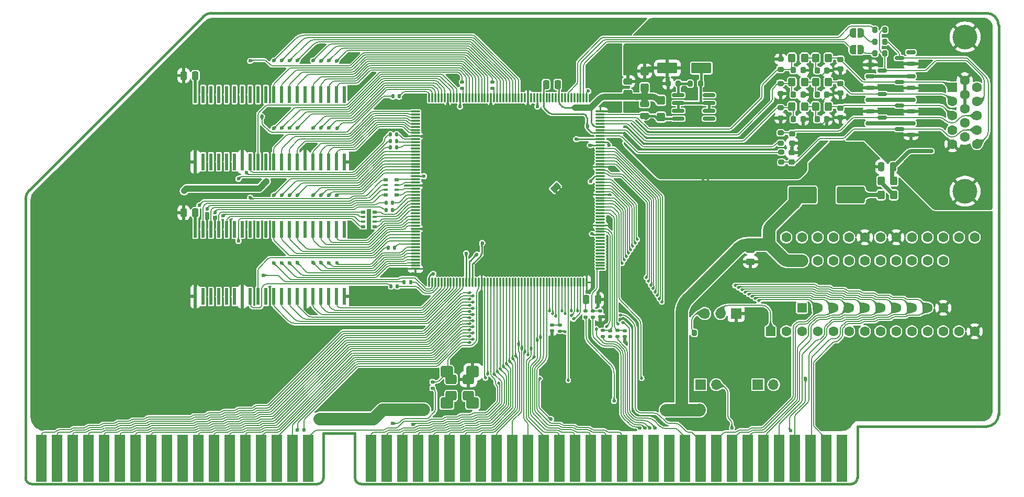
<source format=gtl>
%TF.GenerationSoftware,KiCad,Pcbnew,9.0.3*%
%TF.CreationDate,2025-09-13T21:09:41+03:00*%
%TF.ProjectId,eos,656f732e-6b69-4636-9164-5f7063625858,1.0.2*%
%TF.SameCoordinates,Original*%
%TF.FileFunction,Copper,L1,Top*%
%TF.FilePolarity,Positive*%
%FSLAX46Y46*%
G04 Gerber Fmt 4.6, Leading zero omitted, Abs format (unit mm)*
G04 Created by KiCad (PCBNEW 9.0.3) date 2025-09-13 21:09:41*
%MOMM*%
%LPD*%
G01*
G04 APERTURE LIST*
G04 Aperture macros list*
%AMRoundRect*
0 Rectangle with rounded corners*
0 $1 Rounding radius*
0 $2 $3 $4 $5 $6 $7 $8 $9 X,Y pos of 4 corners*
0 Add a 4 corners polygon primitive as box body*
4,1,4,$2,$3,$4,$5,$6,$7,$8,$9,$2,$3,0*
0 Add four circle primitives for the rounded corners*
1,1,$1+$1,$2,$3*
1,1,$1+$1,$4,$5*
1,1,$1+$1,$6,$7*
1,1,$1+$1,$8,$9*
0 Add four rect primitives between the rounded corners*
20,1,$1+$1,$2,$3,$4,$5,0*
20,1,$1+$1,$4,$5,$6,$7,0*
20,1,$1+$1,$6,$7,$8,$9,0*
20,1,$1+$1,$8,$9,$2,$3,0*%
%AMRotRect*
0 Rectangle, with rotation*
0 The origin of the aperture is its center*
0 $1 length*
0 $2 width*
0 $3 Rotation angle, in degrees counterclockwise*
0 Add horizontal line*
21,1,$1,$2,0,0,$3*%
%AMFreePoly0*
4,1,23,0.500000,-0.750000,0.000000,-0.750000,0.000000,-0.745722,-0.065263,-0.745722,-0.191342,-0.711940,-0.304381,-0.646677,-0.396677,-0.554381,-0.461940,-0.441342,-0.495722,-0.315263,-0.495722,-0.250000,-0.500000,-0.250000,-0.500000,0.250000,-0.495722,0.250000,-0.495722,0.315263,-0.461940,0.441342,-0.396677,0.554381,-0.304381,0.646677,-0.191342,0.711940,-0.065263,0.745722,0.000000,0.745722,
0.000000,0.750000,0.500000,0.750000,0.500000,-0.750000,0.500000,-0.750000,$1*%
%AMFreePoly1*
4,1,23,0.000000,0.745722,0.065263,0.745722,0.191342,0.711940,0.304381,0.646677,0.396677,0.554381,0.461940,0.441342,0.495722,0.315263,0.495722,0.250000,0.500000,0.250000,0.500000,-0.250000,0.495722,-0.250000,0.495722,-0.315263,0.461940,-0.441342,0.396677,-0.554381,0.304381,-0.646677,0.191342,-0.711940,0.065263,-0.745722,0.000000,-0.745722,0.000000,-0.750000,-0.500000,-0.750000,
-0.500000,0.750000,0.000000,0.750000,0.000000,0.745722,0.000000,0.745722,$1*%
G04 Aperture macros list end*
%TA.AperFunction,EtchedComponent*%
%ADD10C,0.000000*%
%TD*%
%TA.AperFunction,SMDPad,CuDef*%
%ADD11RoundRect,0.250000X-0.250000X-0.475000X0.250000X-0.475000X0.250000X0.475000X-0.250000X0.475000X0*%
%TD*%
%TA.AperFunction,SMDPad,CuDef*%
%ADD12RoundRect,0.250000X0.250000X0.475000X-0.250000X0.475000X-0.250000X-0.475000X0.250000X-0.475000X0*%
%TD*%
%TA.AperFunction,SMDPad,CuDef*%
%ADD13R,0.508000X2.778000*%
%TD*%
%TA.AperFunction,ComponentPad*%
%ADD14R,1.700000X1.700000*%
%TD*%
%TA.AperFunction,ComponentPad*%
%ADD15O,1.700000X1.700000*%
%TD*%
%TA.AperFunction,SMDPad,CuDef*%
%ADD16RoundRect,0.250000X0.475000X-0.250000X0.475000X0.250000X-0.475000X0.250000X-0.475000X-0.250000X0*%
%TD*%
%TA.AperFunction,SMDPad,CuDef*%
%ADD17RoundRect,0.225000X0.250000X-0.225000X0.250000X0.225000X-0.250000X0.225000X-0.250000X-0.225000X0*%
%TD*%
%TA.AperFunction,SMDPad,CuDef*%
%ADD18RoundRect,0.250000X-0.475000X0.250000X-0.475000X-0.250000X0.475000X-0.250000X0.475000X0.250000X0*%
%TD*%
%TA.AperFunction,SMDPad,CuDef*%
%ADD19RoundRect,0.250000X0.425000X-0.450000X0.425000X0.450000X-0.425000X0.450000X-0.425000X-0.450000X0*%
%TD*%
%TA.AperFunction,ComponentPad*%
%ADD20RoundRect,0.250000X2.000000X1.100000X-2.000000X1.100000X-2.000000X-1.100000X2.000000X-1.100000X0*%
%TD*%
%TA.AperFunction,ComponentPad*%
%ADD21RoundRect,0.250000X-2.000000X-1.100000X2.000000X-1.100000X2.000000X1.100000X-2.000000X1.100000X0*%
%TD*%
%TA.AperFunction,SMDPad,CuDef*%
%ADD22RoundRect,0.250000X0.325000X0.450000X-0.325000X0.450000X-0.325000X-0.450000X0.325000X-0.450000X0*%
%TD*%
%TA.AperFunction,SMDPad,CuDef*%
%ADD23RoundRect,0.200000X-0.200000X-0.275000X0.200000X-0.275000X0.200000X0.275000X-0.200000X0.275000X0*%
%TD*%
%TA.AperFunction,SMDPad,CuDef*%
%ADD24RoundRect,0.200000X0.200000X0.275000X-0.200000X0.275000X-0.200000X-0.275000X0.200000X-0.275000X0*%
%TD*%
%TA.AperFunction,SMDPad,CuDef*%
%ADD25RoundRect,0.200000X-0.275000X0.200000X-0.275000X-0.200000X0.275000X-0.200000X0.275000X0.200000X0*%
%TD*%
%TA.AperFunction,SMDPad,CuDef*%
%ADD26RoundRect,0.200000X0.275000X-0.200000X0.275000X0.200000X-0.275000X0.200000X-0.275000X-0.200000X0*%
%TD*%
%TA.AperFunction,SMDPad,CuDef*%
%ADD27RoundRect,0.150000X-0.825000X-0.150000X0.825000X-0.150000X0.825000X0.150000X-0.825000X0.150000X0*%
%TD*%
%TA.AperFunction,ConnectorPad*%
%ADD28R,1.780000X7.620000*%
%TD*%
%TA.AperFunction,SMDPad,CuDef*%
%ADD29RoundRect,0.250000X-0.325000X-0.450000X0.325000X-0.450000X0.325000X0.450000X-0.325000X0.450000X0*%
%TD*%
%TA.AperFunction,SMDPad,CuDef*%
%ADD30RoundRect,0.225000X-0.225000X-0.250000X0.225000X-0.250000X0.225000X0.250000X-0.225000X0.250000X0*%
%TD*%
%TA.AperFunction,SMDPad,CuDef*%
%ADD31RoundRect,0.225000X-0.250000X0.225000X-0.250000X-0.225000X0.250000X-0.225000X0.250000X0.225000X0*%
%TD*%
%TA.AperFunction,SMDPad,CuDef*%
%ADD32RoundRect,0.250000X-1.400000X-0.600000X1.400000X-0.600000X1.400000X0.600000X-1.400000X0.600000X0*%
%TD*%
%TA.AperFunction,ComponentPad*%
%ADD33C,4.000000*%
%TD*%
%TA.AperFunction,ComponentPad*%
%ADD34R,1.600000X1.600000*%
%TD*%
%TA.AperFunction,ComponentPad*%
%ADD35C,1.600000*%
%TD*%
%TA.AperFunction,SMDPad,CuDef*%
%ADD36RoundRect,0.250000X-0.425000X0.450000X-0.425000X-0.450000X0.425000X-0.450000X0.425000X0.450000X0*%
%TD*%
%TA.AperFunction,SMDPad,CuDef*%
%ADD37RoundRect,0.135000X0.185000X-0.135000X0.185000X0.135000X-0.185000X0.135000X-0.185000X-0.135000X0*%
%TD*%
%TA.AperFunction,SMDPad,CuDef*%
%ADD38R,1.500000X1.000000*%
%TD*%
%TA.AperFunction,SMDPad,CuDef*%
%ADD39RoundRect,0.135000X-0.135000X-0.185000X0.135000X-0.185000X0.135000X0.185000X-0.135000X0.185000X0*%
%TD*%
%TA.AperFunction,SMDPad,CuDef*%
%ADD40RoundRect,0.150000X0.587500X0.150000X-0.587500X0.150000X-0.587500X-0.150000X0.587500X-0.150000X0*%
%TD*%
%TA.AperFunction,SMDPad,CuDef*%
%ADD41R,0.800000X0.500000*%
%TD*%
%TA.AperFunction,SMDPad,CuDef*%
%ADD42R,0.800000X0.400000*%
%TD*%
%TA.AperFunction,SMDPad,CuDef*%
%ADD43RoundRect,0.140000X-0.170000X0.140000X-0.170000X-0.140000X0.170000X-0.140000X0.170000X0.140000X0*%
%TD*%
%TA.AperFunction,SMDPad,CuDef*%
%ADD44RoundRect,0.075000X0.075000X-0.662500X0.075000X0.662500X-0.075000X0.662500X-0.075000X-0.662500X0*%
%TD*%
%TA.AperFunction,SMDPad,CuDef*%
%ADD45RoundRect,0.075000X0.662500X-0.075000X0.662500X0.075000X-0.662500X0.075000X-0.662500X-0.075000X0*%
%TD*%
%TA.AperFunction,ComponentPad*%
%ADD46RoundRect,0.250000X0.550000X-0.550000X0.550000X0.550000X-0.550000X0.550000X-0.550000X-0.550000X0*%
%TD*%
%TA.AperFunction,SMDPad,CuDef*%
%ADD47RoundRect,0.250000X0.750000X-0.650000X0.750000X0.650000X-0.750000X0.650000X-0.750000X-0.650000X0*%
%TD*%
%TA.AperFunction,SMDPad,CuDef*%
%ADD48RoundRect,0.150000X-0.587500X-0.150000X0.587500X-0.150000X0.587500X0.150000X-0.587500X0.150000X0*%
%TD*%
%TA.AperFunction,SMDPad,CuDef*%
%ADD49FreePoly0,0.000000*%
%TD*%
%TA.AperFunction,SMDPad,CuDef*%
%ADD50FreePoly1,0.000000*%
%TD*%
%TA.AperFunction,SMDPad,CuDef*%
%ADD51RoundRect,0.250001X0.649999X-0.519999X0.649999X0.519999X-0.649999X0.519999X-0.649999X-0.519999X0*%
%TD*%
%TA.AperFunction,SMDPad,CuDef*%
%ADD52RoundRect,0.135000X0.135000X0.185000X-0.135000X0.185000X-0.135000X-0.185000X0.135000X-0.185000X0*%
%TD*%
%TA.AperFunction,SMDPad,CuDef*%
%ADD53RoundRect,0.140000X0.170000X-0.140000X0.170000X0.140000X-0.170000X0.140000X-0.170000X-0.140000X0*%
%TD*%
%TA.AperFunction,SMDPad,CuDef*%
%ADD54RotRect,1.000000X1.500000X135.000000*%
%TD*%
%TA.AperFunction,ViaPad*%
%ADD55C,0.600000*%
%TD*%
%TA.AperFunction,ViaPad*%
%ADD56C,0.500000*%
%TD*%
%TA.AperFunction,ViaPad*%
%ADD57C,0.700000*%
%TD*%
%TA.AperFunction,Conductor*%
%ADD58C,0.200000*%
%TD*%
%TA.AperFunction,Conductor*%
%ADD59C,0.381000*%
%TD*%
%TA.AperFunction,Conductor*%
%ADD60C,2.032000*%
%TD*%
%TA.AperFunction,Conductor*%
%ADD61C,1.016000*%
%TD*%
%TA.AperFunction,Conductor*%
%ADD62C,0.635000*%
%TD*%
%TA.AperFunction,Conductor*%
%ADD63C,0.508000*%
%TD*%
%TA.AperFunction,Conductor*%
%ADD64C,0.250000*%
%TD*%
%TA.AperFunction,Conductor*%
%ADD65C,1.524000*%
%TD*%
%TA.AperFunction,Profile*%
%ADD66C,0.381000*%
%TD*%
G04 APERTURE END LIST*
D10*
%TA.AperFunction,EtchedComponent*%
%TO.C,JP3*%
G36*
X183525000Y-65275000D02*
G01*
X183125000Y-65275000D01*
X183125000Y-64775000D01*
X183525000Y-64775000D01*
X183525000Y-65275000D01*
G37*
%TD.AperFunction*%
%TA.AperFunction,EtchedComponent*%
G36*
X184325000Y-65275000D02*
G01*
X183925000Y-65275000D01*
X183925000Y-64775000D01*
X184325000Y-64775000D01*
X184325000Y-65275000D01*
G37*
%TD.AperFunction*%
%TA.AperFunction,EtchedComponent*%
%TO.C,JP1*%
G36*
X159950736Y-67033579D02*
G01*
X159667894Y-67316422D01*
X159314340Y-66962868D01*
X159597183Y-66680026D01*
X159950736Y-67033579D01*
G37*
%TD.AperFunction*%
%TA.AperFunction,EtchedComponent*%
G36*
X160516422Y-66467894D02*
G01*
X160233579Y-66750736D01*
X159880026Y-66397183D01*
X160162868Y-66114340D01*
X160516422Y-66467894D01*
G37*
%TD.AperFunction*%
%TD*%
D11*
%TO.P,C5,2*%
%TO.N,GND*%
X166304000Y-84404200D03*
%TO.P,C5,1*%
%TO.N,/~{RESET}*%
X164404000Y-84404200D03*
%TD*%
D12*
%TO.P,C25,1*%
%TO.N,Net-(C25-Pad1)*%
X214081400Y-62915800D03*
%TO.P,C25,2*%
%TO.N,GND*%
X212181400Y-62915800D03*
%TD*%
D13*
%TO.P,U2,1,VCC*%
%TO.N,VCC*%
X125290000Y-73022000D03*
%TO.P,U2,2,D0*%
%TO.N,/MD47*%
X124020000Y-73022000D03*
%TO.P,U2,3,D1*%
%TO.N,/MD46*%
X122750000Y-73022000D03*
%TO.P,U2,4,D2*%
%TO.N,/MD45*%
X121480000Y-73022000D03*
%TO.P,U2,5,D3*%
%TO.N,/MD44*%
X120210000Y-73022000D03*
%TO.P,U2,6,VCC*%
%TO.N,VCC*%
X118940000Y-73022000D03*
%TO.P,U2,7,D4*%
%TO.N,/MD43*%
X117670000Y-73022000D03*
%TO.P,U2,8,D5*%
%TO.N,/MD42*%
X116400000Y-73022000D03*
%TO.P,U2,9,D6*%
%TO.N,/MD41*%
X115130000Y-73022000D03*
%TO.P,U2,10,D7*%
%TO.N,/MD40*%
X113860000Y-73022000D03*
%TO.P,U2,11,NC*%
%TO.N,unconnected-(U2-NC-Pad11)*%
X112590000Y-73022000D03*
%TO.P,U2,12,NC*%
%TO.N,unconnected-(U2-NC-Pad12)*%
X111320000Y-73022000D03*
%TO.P,U2,13,/WE*%
%TO.N,/~{WE}*%
X110050000Y-73022000D03*
%TO.P,U2,14,/RAS*%
%TO.N,/~{RASM1}*%
X108780000Y-73022000D03*
%TO.P,U2,15,NC*%
%TO.N,unconnected-(U2-NC-Pad15)*%
X107510000Y-73022000D03*
%TO.P,U2,16,A0*%
%TO.N,/RMA7*%
X106240000Y-73022000D03*
%TO.P,U2,17,A1*%
%TO.N,/RMA5*%
X104970000Y-73022000D03*
%TO.P,U2,18,A2*%
%TO.N,/RMA3*%
X103700000Y-73022000D03*
%TO.P,U2,19,A3*%
%TO.N,/RMA1*%
X102430000Y-73022000D03*
%TO.P,U2,20,VCC*%
%TO.N,VCC*%
X101160000Y-73022000D03*
%TO.P,U2,21,GND*%
%TO.N,GND*%
X101160000Y-83928000D03*
%TO.P,U2,22,A4*%
%TO.N,/RMA0*%
X102430000Y-83928000D03*
%TO.P,U2,23,A5*%
%TO.N,/RMA2*%
X103700000Y-83928000D03*
%TO.P,U2,24,A6*%
%TO.N,/RMA4*%
X104970000Y-83928000D03*
%TO.P,U2,25,A7*%
%TO.N,/RMA6*%
X106240000Y-83928000D03*
%TO.P,U2,26,A8*%
%TO.N,/RMA8*%
X107510000Y-83928000D03*
%TO.P,U2,27,/OE*%
%TO.N,GND*%
X108780000Y-83928000D03*
%TO.P,U2,28,/UCAS*%
%TO.N,/~{CAS0}*%
X110050000Y-83928000D03*
%TO.P,U2,29,/LCAS*%
%TO.N,/~{CAS5}*%
X111320000Y-83928000D03*
%TO.P,U2,30,NC*%
%TO.N,unconnected-(U2-NC-Pad30)*%
X112590000Y-83928000D03*
%TO.P,U2,31,D8*%
%TO.N,/MD0*%
X113860000Y-83928000D03*
%TO.P,U2,32,D9*%
%TO.N,/MD1*%
X115130000Y-83928000D03*
%TO.P,U2,33,D10*%
%TO.N,/MD2*%
X116400000Y-83928000D03*
%TO.P,U2,34,D11*%
%TO.N,/MD3*%
X117670000Y-83928000D03*
%TO.P,U2,35,GND*%
%TO.N,GND*%
X118940000Y-83928000D03*
%TO.P,U2,36,D12*%
%TO.N,/MD4*%
X120210000Y-83928000D03*
%TO.P,U2,37,D13*%
%TO.N,/MD5*%
X121480000Y-83928000D03*
%TO.P,U2,38,D14*%
%TO.N,/MD6*%
X122750000Y-83928000D03*
%TO.P,U2,39,D15*%
%TO.N,/MD7*%
X124020000Y-83928000D03*
%TO.P,U2,40,GND*%
%TO.N,GND*%
X125290000Y-83928000D03*
%TD*%
%TO.P,U1,1,VCC*%
%TO.N,VCC*%
X125290000Y-51195000D03*
%TO.P,U1,2,D0*%
%TO.N,/MD16*%
X124020000Y-51195000D03*
%TO.P,U1,3,D1*%
%TO.N,/MD17*%
X122750000Y-51195000D03*
%TO.P,U1,4,D2*%
%TO.N,/MD18*%
X121480000Y-51195000D03*
%TO.P,U1,5,D3*%
%TO.N,/MD19*%
X120210000Y-51195000D03*
%TO.P,U1,6,VCC*%
%TO.N,VCC*%
X118940000Y-51195000D03*
%TO.P,U1,7,D4*%
%TO.N,/MD20*%
X117670000Y-51195000D03*
%TO.P,U1,8,D5*%
%TO.N,/MD21*%
X116400000Y-51195000D03*
%TO.P,U1,9,D6*%
%TO.N,/MD22*%
X115130000Y-51195000D03*
%TO.P,U1,10,D7*%
%TO.N,/MD23*%
X113860000Y-51195000D03*
%TO.P,U1,11,NC*%
%TO.N,unconnected-(U1-NC-Pad11)*%
X112590000Y-51195000D03*
%TO.P,U1,12,NC*%
%TO.N,unconnected-(U1-NC-Pad12)*%
X111320000Y-51195000D03*
%TO.P,U1,13,/WE*%
%TO.N,/~{WE}*%
X110050000Y-51195000D03*
%TO.P,U1,14,/RAS*%
%TO.N,/~{RASM1}*%
X108780000Y-51195000D03*
%TO.P,U1,15,NC*%
%TO.N,unconnected-(U1-NC-Pad15)*%
X107510000Y-51195000D03*
%TO.P,U1,16,A0*%
%TO.N,/RMA7*%
X106240000Y-51195000D03*
%TO.P,U1,17,A1*%
%TO.N,/RMA5*%
X104970000Y-51195000D03*
%TO.P,U1,18,A2*%
%TO.N,/RMA3*%
X103700000Y-51195000D03*
%TO.P,U1,19,A3*%
%TO.N,/RMA1*%
X102430000Y-51195000D03*
%TO.P,U1,20,VCC*%
%TO.N,VCC*%
X101160000Y-51195000D03*
%TO.P,U1,21,GND*%
%TO.N,GND*%
X101160000Y-62101000D03*
%TO.P,U1,22,A4*%
%TO.N,/RMA0*%
X102430000Y-62101000D03*
%TO.P,U1,23,A5*%
%TO.N,/RMA2*%
X103700000Y-62101000D03*
%TO.P,U1,24,A6*%
%TO.N,/RMA4*%
X104970000Y-62101000D03*
%TO.P,U1,25,A7*%
%TO.N,/RMA6*%
X106240000Y-62101000D03*
%TO.P,U1,26,A8*%
%TO.N,/RMA8*%
X107510000Y-62101000D03*
%TO.P,U1,27,/OE*%
%TO.N,GND*%
X108780000Y-62101000D03*
%TO.P,U1,28,/UCAS*%
%TO.N,/~{CAS7}*%
X110050000Y-62101000D03*
%TO.P,U1,29,/LCAS*%
%TO.N,/~{CAS2}*%
X111320000Y-62101000D03*
%TO.P,U1,30,NC*%
%TO.N,unconnected-(U1-NC-Pad30)*%
X112590000Y-62101000D03*
%TO.P,U1,31,D8*%
%TO.N,/MD63*%
X113860000Y-62101000D03*
%TO.P,U1,32,D9*%
%TO.N,/MD62*%
X115130000Y-62101000D03*
%TO.P,U1,33,D10*%
%TO.N,/MD61*%
X116400000Y-62101000D03*
%TO.P,U1,34,D11*%
%TO.N,/MD60*%
X117670000Y-62101000D03*
%TO.P,U1,35,GND*%
%TO.N,GND*%
X118940000Y-62101000D03*
%TO.P,U1,36,D12*%
%TO.N,/MD59*%
X120210000Y-62101000D03*
%TO.P,U1,37,D13*%
%TO.N,/MD58*%
X121480000Y-62101000D03*
%TO.P,U1,38,D14*%
%TO.N,/MD57*%
X122750000Y-62101000D03*
%TO.P,U1,39,D15*%
%TO.N,/MD56*%
X124020000Y-62101000D03*
%TO.P,U1,40,GND*%
%TO.N,GND*%
X125290000Y-62101000D03*
%TD*%
D14*
%TO.P,JP2,1,1*%
%TO.N,/0WS*%
X182900000Y-98200000D03*
D15*
%TO.P,JP2,2,2*%
%TO.N,Net-(J1-UNUSED)*%
X185440000Y-98200000D03*
%TD*%
D16*
%TO.P,C9,1*%
%TO.N,DACVDD*%
X171125000Y-50975000D03*
%TO.P,C9,2*%
%TO.N,DACVSS*%
X171125000Y-49075000D03*
%TD*%
D12*
%TO.P,C3,1*%
%TO.N,DACVDD*%
X159825000Y-49575000D03*
%TO.P,C3,2*%
%TO.N,DACVSS*%
X157925000Y-49575000D03*
%TD*%
D17*
%TO.P,C15,1*%
%TO.N,Net-(C15-Pad1)*%
X197685000Y-62175000D03*
%TO.P,C15,2*%
%TO.N,DACVSS*%
X197685000Y-60625000D03*
%TD*%
D18*
%TO.P,C10,1*%
%TO.N,DACVDD*%
X173850000Y-52750000D03*
%TO.P,C10,2*%
%TO.N,IREF*%
X173850000Y-54650000D03*
%TD*%
D19*
%TO.P,C11,1*%
%TO.N,DACVDD*%
X173875000Y-50100000D03*
%TO.P,C11,2*%
%TO.N,DACVSS*%
X173875000Y-47400000D03*
%TD*%
D12*
%TO.P,C2,1*%
%TO.N,VCC*%
X101175000Y-70350000D03*
%TO.P,C2,2*%
%TO.N,GND*%
X99275000Y-70350000D03*
%TD*%
D18*
%TO.P,C13,1*%
%TO.N,VCC*%
X191000000Y-76400000D03*
%TO.P,C13,2*%
%TO.N,GND*%
X191000000Y-78300000D03*
%TD*%
D20*
%TO.P,D2,1,K*%
%TO.N,Net-(D2-K)*%
X207210000Y-67475000D03*
D21*
%TO.P,D2,2,A*%
%TO.N,VCC*%
X199410000Y-67475000D03*
%TD*%
D22*
%TO.P,F1,1*%
%TO.N,Net-(F1-Pad1)*%
X214175000Y-67475000D03*
%TO.P,F1,2*%
%TO.N,Net-(D2-K)*%
X212125000Y-67475000D03*
%TD*%
%TO.P,FB1,1*%
%TO.N,Net-(C25-Pad1)*%
X214175000Y-65225000D03*
%TO.P,FB1,2*%
%TO.N,Net-(F1-Pad1)*%
X212125000Y-65225000D03*
%TD*%
D23*
%TO.P,R18,1*%
%TO.N,DACVSS*%
X177675000Y-49425000D03*
%TO.P,R18,2*%
%TO.N,Net-(R18-Pad2)*%
X179325000Y-49425000D03*
%TD*%
D24*
%TO.P,R20,1*%
%TO.N,Net-(D1-A)*%
X182900000Y-49425000D03*
%TO.P,R20,2*%
%TO.N,Net-(R18-Pad2)*%
X181250000Y-49425000D03*
%TD*%
D25*
%TO.P,R24,1*%
%TO.N,Net-(C14-Pad1)*%
X195885000Y-57425000D03*
%TO.P,R24,2*%
%TO.N,HSYNC*%
X195885000Y-59075000D03*
%TD*%
D26*
%TO.P,R25,1*%
%TO.N,Net-(C15-Pad1)*%
X196010000Y-62175000D03*
%TO.P,R25,2*%
%TO.N,VSYNC*%
X196010000Y-60525000D03*
%TD*%
D27*
%TO.P,U4,1*%
%TO.N,Net-(R18-Pad2)*%
X179325000Y-51295000D03*
%TO.P,U4,2*%
%TO.N,Net-(D1-A)*%
X179325000Y-52565000D03*
%TO.P,U4,3*%
X179325000Y-53835000D03*
%TO.P,U4,4*%
%TO.N,IREF*%
X179325000Y-55105000D03*
%TO.P,U4,5*%
%TO.N,N/C*%
X184275000Y-55105000D03*
%TO.P,U4,6*%
%TO.N,Net-(D1-A)*%
X184275000Y-53835000D03*
%TO.P,U4,7*%
X184275000Y-52565000D03*
%TO.P,U4,8*%
%TO.N,N/C*%
X184275000Y-51295000D03*
%TD*%
D28*
%TO.P,J1,32,IO*%
%TO.N,unconnected-(J1-IO-Pad32)*%
X205765900Y-110177580D03*
%TO.P,J1,33,DB7*%
%TO.N,/SD7*%
X203225900Y-110177580D03*
%TO.P,J1,34,DB6*%
%TO.N,/SD6*%
X200685900Y-110177580D03*
%TO.P,J1,35,DB5*%
%TO.N,/SD5*%
X198145900Y-110177580D03*
%TO.P,J1,36,DB4*%
%TO.N,/SD4*%
X195605900Y-110177580D03*
%TO.P,J1,37,DB3*%
%TO.N,/SD3*%
X193065900Y-110177580D03*
%TO.P,J1,38,DB2*%
%TO.N,/SD2*%
X190525900Y-110177580D03*
%TO.P,J1,39,DB1*%
%TO.N,/SD1*%
X187985900Y-110177580D03*
%TO.P,J1,40,DB0*%
%TO.N,/SD0*%
X185445900Y-110177580D03*
%TO.P,J1,41,IO_READY*%
%TO.N,/IOCHRDY*%
X182905900Y-110177580D03*
%TO.P,J1,42,AEN*%
%TO.N,/AEN*%
X180365900Y-110177580D03*
%TO.P,J1,43,BA19*%
%TO.N,unconnected-(J1-BA19-Pad43)*%
X177825900Y-110177580D03*
%TO.P,J1,44,BA18*%
%TO.N,unconnected-(J1-BA18-Pad44)*%
X175285900Y-110177580D03*
%TO.P,J1,45,BA17*%
%TO.N,unconnected-(J1-BA17-Pad45)*%
X172745900Y-110177580D03*
%TO.P,J1,46,BA16*%
%TO.N,/SA16*%
X170205900Y-110177580D03*
%TO.P,J1,47,BA15*%
%TO.N,/SA15*%
X167665900Y-110177580D03*
%TO.P,J1,48,BA14*%
%TO.N,/SA14*%
X165125900Y-110177580D03*
%TO.P,J1,49,BA13*%
%TO.N,/SA13*%
X162585900Y-110177580D03*
%TO.P,J1,50,BA12*%
%TO.N,/SA12*%
X160045900Y-110177580D03*
%TO.P,J1,51,BA11*%
%TO.N,/SA11*%
X157505900Y-110177580D03*
%TO.P,J1,52,BA10*%
%TO.N,/SA10*%
X154965900Y-110177580D03*
%TO.P,J1,53,BA09*%
%TO.N,/SA9*%
X152425900Y-110177580D03*
%TO.P,J1,54,BA08*%
%TO.N,/SA8*%
X149885900Y-110177580D03*
%TO.P,J1,55,BA07*%
%TO.N,/SA7*%
X147345900Y-110177580D03*
%TO.P,J1,56,BA06*%
%TO.N,/SA6*%
X144805900Y-110177580D03*
%TO.P,J1,57,BA05*%
%TO.N,/SA5*%
X142265900Y-110177580D03*
%TO.P,J1,58,BA04*%
%TO.N,/SA4*%
X139725900Y-110177580D03*
%TO.P,J1,59,BA03*%
%TO.N,/SA3*%
X137185900Y-110177580D03*
%TO.P,J1,60,BA02*%
%TO.N,/SA2*%
X134645900Y-110177580D03*
%TO.P,J1,61,BA01*%
%TO.N,/SA1*%
X132105900Y-110177580D03*
%TO.P,J1,62,BA00*%
%TO.N,/SA0*%
X129565900Y-110177580D03*
%TO.P,J1,81,SBHE*%
%TO.N,/~{SBHE}*%
X119405900Y-110177580D03*
%TO.P,J1,82,LA23*%
%TO.N,/LA23*%
X116865900Y-110177580D03*
%TO.P,J1,83,LA22*%
%TO.N,/LA22*%
X114325900Y-110177580D03*
%TO.P,J1,84,LA21*%
%TO.N,/LA21*%
X111785900Y-110177580D03*
%TO.P,J1,85,LA20*%
%TO.N,/LA20*%
X109245900Y-110177580D03*
%TO.P,J1,86,LA19*%
%TO.N,/LA19*%
X106705900Y-110177580D03*
%TO.P,J1,87,LA18*%
%TO.N,/LA18*%
X104165900Y-110177580D03*
%TO.P,J1,88,LA17*%
%TO.N,/LA17*%
X101625900Y-110177580D03*
%TO.P,J1,89,~{MEMR}*%
%TO.N,unconnected-(J1-~{MEMR}-Pad89)*%
X99085900Y-110177580D03*
%TO.P,J1,90,~{MEMW}*%
%TO.N,unconnected-(J1-~{MEMW}-Pad90)*%
X96545900Y-110177580D03*
%TO.P,J1,91,D8*%
%TO.N,/SD8*%
X94005900Y-110177580D03*
%TO.P,J1,92,D9*%
%TO.N,/SD9*%
X91465900Y-110177580D03*
%TO.P,J1,93,D10*%
%TO.N,/SD10*%
X88925900Y-110177580D03*
%TO.P,J1,94,D11*%
%TO.N,/SD11*%
X86385900Y-110177580D03*
%TO.P,J1,95,D12*%
%TO.N,/SD12*%
X83845900Y-110177580D03*
%TO.P,J1,96,D13*%
%TO.N,/SD13*%
X81305900Y-110177580D03*
%TO.P,J1,97,D14*%
%TO.N,/SD14*%
X78765900Y-110177580D03*
%TO.P,J1,98,D15*%
%TO.N,/SD15*%
X76225900Y-110177580D03*
%TD*%
D14*
%TO.P,JP4,1,A*%
%TO.N,GND*%
X188665000Y-86675000D03*
D15*
%TO.P,JP4,2,C*%
%TO.N,Net-(JP4-C)*%
X186125000Y-86675000D03*
%TO.P,JP4,3,B*%
%TO.N,Net-(JP4-B)*%
X183585000Y-86675000D03*
%TD*%
D12*
%TO.P,C1,1*%
%TO.N,VCC*%
X101175000Y-48125000D03*
%TO.P,C1,2*%
%TO.N,GND*%
X99275000Y-48125000D03*
%TD*%
D29*
%TO.P,L5,1,1*%
%TO.N,Net-(C20-Pad1)*%
X201532980Y-49196256D03*
%TO.P,L5,2,2*%
%TO.N,Net-(C23-Pad1)*%
X203582980Y-49196256D03*
%TD*%
%TO.P,L1,1,1*%
%TO.N,RED*%
X197696420Y-45265860D03*
%TO.P,L1,2,2*%
%TO.N,Net-(C19-Pad1)*%
X199746420Y-45265860D03*
%TD*%
%TO.P,L2,1,1*%
%TO.N,GREEN*%
X197696420Y-49195240D03*
%TO.P,L2,2,2*%
%TO.N,Net-(C20-Pad1)*%
X199746420Y-49195240D03*
%TD*%
%TO.P,L3,1,1*%
%TO.N,BLUE*%
X197696420Y-53157640D03*
%TO.P,L3,2,2*%
%TO.N,Net-(C21-Pad1)*%
X199746420Y-53157640D03*
%TD*%
%TO.P,L6,1,1*%
%TO.N,Net-(C21-Pad1)*%
X201532980Y-53162720D03*
%TO.P,L6,2,2*%
%TO.N,Net-(C24-Pad1)*%
X203582980Y-53162720D03*
%TD*%
%TO.P,L4,1,1*%
%TO.N,Net-(C19-Pad1)*%
X201532980Y-45265860D03*
%TO.P,L4,2,2*%
%TO.N,Net-(C22-Pad1)*%
X203582980Y-45265860D03*
%TD*%
D25*
%TO.P,R23,1*%
%TO.N,BLUE*%
X195849840Y-53357420D03*
%TO.P,R23,2*%
%TO.N,DACVSS*%
X195849840Y-55007420D03*
%TD*%
D26*
%TO.P,R21,1*%
%TO.N,RED*%
X195849840Y-47115640D03*
%TO.P,R21,2*%
%TO.N,DACVSS*%
X195849840Y-45465640D03*
%TD*%
D25*
%TO.P,R22,1*%
%TO.N,GREEN*%
X195849840Y-49395020D03*
%TO.P,R22,2*%
%TO.N,DACVSS*%
X195849840Y-51045020D03*
%TD*%
D30*
%TO.P,C20,1*%
%TO.N,Net-(C20-Pad1)*%
X201782980Y-51237400D03*
%TO.P,C20,2*%
%TO.N,DACVSS*%
X203332980Y-51237400D03*
%TD*%
%TO.P,C17,1*%
%TO.N,GREEN*%
X197946200Y-51242480D03*
%TO.P,C17,2*%
%TO.N,DACVSS*%
X199496200Y-51242480D03*
%TD*%
%TO.P,C19,1*%
%TO.N,Net-(C19-Pad1)*%
X201782600Y-47287700D03*
%TO.P,C19,2*%
%TO.N,DACVSS*%
X203332600Y-47287700D03*
%TD*%
%TO.P,C21,1*%
%TO.N,Net-(C21-Pad1)*%
X201782980Y-55220120D03*
%TO.P,C21,2*%
%TO.N,DACVSS*%
X203332980Y-55220120D03*
%TD*%
%TO.P,C16,1*%
%TO.N,RED*%
X197939580Y-47277540D03*
%TO.P,C16,2*%
%TO.N,DACVSS*%
X199489580Y-47277540D03*
%TD*%
%TO.P,C18,1*%
%TO.N,BLUE*%
X197946420Y-55215040D03*
%TO.P,C18,2*%
%TO.N,DACVSS*%
X199496420Y-55215040D03*
%TD*%
D31*
%TO.P,C23,1*%
%TO.N,Net-(C23-Pad1)*%
X205529780Y-49446400D03*
%TO.P,C23,2*%
%TO.N,DACVSS*%
X205529780Y-50996400D03*
%TD*%
%TO.P,C22,1*%
%TO.N,Net-(C22-Pad1)*%
X205527240Y-45518400D03*
%TO.P,C22,2*%
%TO.N,DACVSS*%
X205527240Y-47068400D03*
%TD*%
%TO.P,C24,1*%
%TO.N,Net-(C24-Pad1)*%
X205529780Y-53415260D03*
%TO.P,C24,2*%
%TO.N,DACVSS*%
X205529780Y-54965260D03*
%TD*%
D32*
%TO.P,D1,1,K*%
%TO.N,DACVSS*%
X177550000Y-46925000D03*
%TO.P,D1,2,A*%
%TO.N,Net-(D1-A)*%
X183050000Y-46925000D03*
%TD*%
D33*
%TO.P,J2,0*%
%TO.N,DACVSS*%
X225725000Y-66875000D03*
X225725000Y-41875000D03*
D34*
%TO.P,J2,1*%
%TO.N,Net-(C22-Pad1)*%
X223675000Y-50060000D03*
D35*
%TO.P,J2,2*%
%TO.N,Net-(C23-Pad1)*%
X223675000Y-52350000D03*
%TO.P,J2,3*%
%TO.N,Net-(C24-Pad1)*%
X223675000Y-54640000D03*
%TO.P,J2,4*%
%TO.N,unconnected-(J2-Pad4)*%
X223675000Y-56930000D03*
%TO.P,J2,5*%
%TO.N,DACVSS*%
X223675000Y-59220000D03*
%TO.P,J2,6*%
X225655000Y-48915000D03*
%TO.P,J2,7*%
X225655000Y-51205000D03*
%TO.P,J2,8*%
X225655000Y-53495000D03*
%TO.P,J2,9*%
%TO.N,Net-(C25-Pad1)*%
X225655000Y-55785000D03*
%TO.P,J2,10*%
%TO.N,DACVSS*%
X225655000Y-58075000D03*
%TO.P,J2,11*%
%TO.N,unconnected-(J2-Pad11)*%
X227635000Y-50060000D03*
%TO.P,J2,12*%
%TO.N,Net-(D3-K-Pad3)*%
X227635000Y-52350000D03*
%TO.P,J2,13*%
%TO.N,Net-(C14-Pad1)*%
X227635000Y-54640000D03*
%TO.P,J2,14*%
%TO.N,Net-(C15-Pad1)*%
X227635000Y-56930000D03*
%TO.P,J2,15*%
%TO.N,Net-(D6-K-Pad3)*%
X227635000Y-59220000D03*
%TD*%
D36*
%TO.P,C12,1*%
%TO.N,DACVDD*%
X176500000Y-52150000D03*
%TO.P,C12,2*%
%TO.N,IREF*%
X176500000Y-54850000D03*
%TD*%
D31*
%TO.P,C14,1*%
%TO.N,Net-(C14-Pad1)*%
X197735000Y-57525000D03*
%TO.P,C14,2*%
%TO.N,DACVSS*%
X197735000Y-59075000D03*
%TD*%
D37*
%TO.P,R17,1*%
%TO.N,/~{MEMW}*%
X169458333Y-90445000D03*
%TO.P,R17,2*%
%TO.N,Net-(U3-~{MEMW})*%
X169458333Y-89425000D03*
%TD*%
%TO.P,R12,1*%
%TO.N,Net-(U3-~{CAS3})*%
X149275000Y-50185000D03*
%TO.P,R12,2*%
%TO.N,/~{CAS3}*%
X149275000Y-49165000D03*
%TD*%
%TO.P,R14,1*%
%TO.N,Net-(R14-Pad1)*%
X164300000Y-87260000D03*
%TO.P,R14,2*%
%TO.N,/~{RESET}*%
X164300000Y-86240000D03*
%TD*%
D38*
%TO.P,JP3,1,A*%
%TO.N,DACVSS*%
X183725000Y-64375000D03*
%TO.P,JP3,2,B*%
%TO.N,GND*%
X183725000Y-65675000D03*
%TD*%
D39*
%TO.P,R5,1*%
%TO.N,/~{RASM1}*%
X132740000Y-59800000D03*
%TO.P,R5,2*%
%TO.N,Net-(U3-~{RAS1})*%
X133760000Y-59800000D03*
%TD*%
D40*
%TO.P,D6,1,K*%
%TO.N,DACVSS*%
X216975000Y-46225000D03*
%TO.P,D6,2,A*%
%TO.N,VCC*%
X216975000Y-44325000D03*
%TO.P,D6,3,K*%
%TO.N,Net-(D6-K-Pad3)*%
X215100000Y-45275000D03*
%TD*%
%TO.P,D9,1,K*%
%TO.N,DACVSS*%
X216975000Y-57750000D03*
%TO.P,D9,2,A*%
%TO.N,VCC*%
X216975000Y-55850000D03*
%TO.P,D9,3,K*%
%TO.N,Net-(C15-Pad1)*%
X215100000Y-56800000D03*
%TD*%
D39*
%TO.P,R7,1*%
%TO.N,/~{CAS0}*%
X132829137Y-82246731D03*
%TO.P,R7,2*%
%TO.N,Net-(U3-~{CAS0})*%
X133849137Y-82246731D03*
%TD*%
D41*
%TO.P,RN2,1,R1.1*%
%TO.N,Net-(RN2A-R1.1)*%
X133750000Y-67450000D03*
D42*
%TO.P,RN2,2,R2.1*%
%TO.N,Net-(RN2B-R2.1)*%
X133750000Y-66650000D03*
%TO.P,RN2,3,R3.1*%
%TO.N,Net-(RN2C-R3.1)*%
X133750000Y-65850000D03*
D41*
%TO.P,RN2,4,R4.1*%
%TO.N,Net-(RN2D-R4.1)*%
X133750000Y-65050000D03*
%TO.P,RN2,5,R4.2*%
%TO.N,/~{CAS6}*%
X131950000Y-65050000D03*
D42*
%TO.P,RN2,6,R3.2*%
%TO.N,/RMA0*%
X131950000Y-65850000D03*
%TO.P,RN2,7,R2.2*%
%TO.N,/RMA1*%
X131950000Y-66650000D03*
D41*
%TO.P,RN2,8,R1.2*%
%TO.N,/RMA2*%
X131950000Y-67450000D03*
%TD*%
D39*
%TO.P,R3,1*%
%TO.N,/~{CAS7}*%
X132740000Y-57675000D03*
%TO.P,R3,2*%
%TO.N,Net-(U3-~{CAS7})*%
X133760000Y-57675000D03*
%TD*%
D43*
%TO.P,C8,1*%
%TO.N,Net-(U3-~{MEMW})*%
X170625000Y-89455000D03*
%TO.P,C8,2*%
%TO.N,GND*%
X170625000Y-90415000D03*
%TD*%
D44*
%TO.P,U3,1,VDD*%
%TO.N,VDD*%
X139000000Y-81650000D03*
%TO.P,U3,2,MD32*%
%TO.N,/MD32*%
X139500000Y-81650000D03*
%TO.P,U3,3,~{CAS4}*%
%TO.N,Net-(U3-~{CAS4})*%
X140000000Y-81650000D03*
%TO.P,U3,4,~{CAS0}*%
%TO.N,Net-(U3-~{CAS0})*%
X140500000Y-81650000D03*
%TO.P,U3,5,MD7*%
%TO.N,/MD7*%
X141000000Y-81650000D03*
%TO.P,U3,6,MD6*%
%TO.N,/MD6*%
X141500000Y-81650000D03*
%TO.P,U3,7,MD5*%
%TO.N,/MD5*%
X142000000Y-81650000D03*
%TO.P,U3,8,MD4*%
%TO.N,/MD4*%
X142500000Y-81650000D03*
%TO.P,U3,9,MD3*%
%TO.N,/MD3*%
X143000000Y-81650000D03*
%TO.P,U3,10,MD2*%
%TO.N,/MD2*%
X143500000Y-81650000D03*
%TO.P,U3,11,MD1*%
%TO.N,/MD1*%
X144000000Y-81650000D03*
%TO.P,U3,12,MD0*%
%TO.N,/MD0*%
X144500000Y-81650000D03*
%TO.P,U3,13,AVDD*%
%TO.N,MFILVDD*%
X145000000Y-81650000D03*
%TO.P,U3,14,MFILTER*%
%TO.N,MFILTER*%
X145500000Y-81650000D03*
%TO.P,U3,15,AVSS*%
%TO.N,GNDREF*%
X146000000Y-81650000D03*
%TO.P,U3,16,MCLK*%
%TO.N,unconnected-(U3-MCLK-Pad16)*%
X146500000Y-81650000D03*
%TO.P,U3,17,OSC*%
%TO.N,/OSC*%
X147000000Y-81650000D03*
%TO.P,U3,18,VSS*%
%TO.N,GND*%
X147500000Y-81650000D03*
%TO.P,U3,19,~{0WS}*%
%TO.N,/0WS*%
X148000000Y-81650000D03*
%TO.P,U3,20,~{REFRESH}*%
%TO.N,/~{REFRESH}*%
X148500000Y-81650000D03*
%TO.P,U3,21,~{SBHE}*%
%TO.N,/~{SBHE}*%
X149000000Y-81650000D03*
%TO.P,U3,22,SA0*%
%TO.N,/SA0*%
X149500000Y-81650000D03*
%TO.P,U3,23,SA1*%
%TO.N,/SA1*%
X150000000Y-81650000D03*
%TO.P,U3,24,SA2*%
%TO.N,/SA2*%
X150500000Y-81650000D03*
%TO.P,U3,25,SA3*%
%TO.N,/SA3*%
X151000000Y-81650000D03*
%TO.P,U3,26,SA4*%
%TO.N,/SA4*%
X151500000Y-81650000D03*
%TO.P,U3,27,SA5*%
%TO.N,/SA5*%
X152000000Y-81650000D03*
%TO.P,U3,28,SA6*%
%TO.N,/SA6*%
X152500000Y-81650000D03*
%TO.P,U3,29,SA7*%
%TO.N,/SA7*%
X153000000Y-81650000D03*
%TO.P,U3,30,SA8*%
%TO.N,/SA8*%
X153500000Y-81650000D03*
%TO.P,U3,31,SA9*%
%TO.N,/SA9*%
X154000000Y-81650000D03*
%TO.P,U3,32,SA10*%
%TO.N,/SA10*%
X154500000Y-81650000D03*
%TO.P,U3,33,~{EROM}*%
%TO.N,/~{EROM}*%
X155000000Y-81650000D03*
%TO.P,U3,34,SA11*%
%TO.N,/SA11*%
X155500000Y-81650000D03*
%TO.P,U3,35,SA12*%
%TO.N,/SA12*%
X156000000Y-81650000D03*
%TO.P,U3,36,SA13*%
%TO.N,/SA13*%
X156500000Y-81650000D03*
%TO.P,U3,37,SA14*%
%TO.N,/SA14*%
X157000000Y-81650000D03*
%TO.P,U3,38,SA15*%
%TO.N,/SA15*%
X157500000Y-81650000D03*
%TO.P,U3,39,SA16*%
%TO.N,/SA16*%
X158000000Y-81650000D03*
%TO.P,U3,40,LA17*%
%TO.N,/LA17*%
X158500000Y-81650000D03*
%TO.P,U3,41,LA18*%
%TO.N,/LA18*%
X159000000Y-81650000D03*
%TO.P,U3,42,LA19*%
%TO.N,/LA19*%
X159500000Y-81650000D03*
%TO.P,U3,43,~{IOW}*%
%TO.N,Net-(U3-~{IOW})*%
X160000000Y-81650000D03*
%TO.P,U3,44,LA20*%
%TO.N,/LA20*%
X160500000Y-81650000D03*
%TO.P,U3,45,LA21*%
%TO.N,/LA21*%
X161000000Y-81650000D03*
%TO.P,U3,46,BALE*%
%TO.N,/BALE*%
X161500000Y-81650000D03*
%TO.P,U3,47,AEN*%
%TO.N,/AEN*%
X162000000Y-81650000D03*
%TO.P,U3,48,LA22*%
%TO.N,/LA22*%
X162500000Y-81650000D03*
%TO.P,U3,49,IOCHRDY*%
%TO.N,/IOCHRDY*%
X163000000Y-81650000D03*
%TO.P,U3,50,LA23*%
%TO.N,/LA23*%
X163500000Y-81650000D03*
%TO.P,U3,51,~{RESET}*%
%TO.N,/~{RESET}*%
X164000000Y-81650000D03*
%TO.P,U3,52,VSS*%
%TO.N,GND*%
X164500000Y-81650000D03*
D45*
%TO.P,U3,53,~{IOR}*%
%TO.N,Net-(U3-~{IOR})*%
X166712500Y-79437500D03*
%TO.P,U3,54,RESERVED*%
%TO.N,unconnected-(U3-RESERVED-Pad54)*%
X166712500Y-78937500D03*
%TO.P,U3,55,RESERVED*%
%TO.N,unconnected-(U3-RESERVED-Pad55)*%
X166712500Y-78437500D03*
%TO.P,U3,56,RESERVED*%
%TO.N,unconnected-(U3-RESERVED-Pad56)*%
X166712500Y-77937500D03*
%TO.P,U3,57,RESERVED*%
%TO.N,unconnected-(U3-RESERVED-Pad57)*%
X166712500Y-77437500D03*
%TO.P,U3,58,RESERVED*%
%TO.N,unconnected-(U3-RESERVED-Pad58)*%
X166712500Y-76937500D03*
%TO.P,U3,59,RESERVED*%
%TO.N,unconnected-(U3-RESERVED-Pad59)*%
X166712500Y-76437500D03*
%TO.P,U3,60,RESERVED*%
%TO.N,unconnected-(U3-RESERVED-Pad60)*%
X166712500Y-75937500D03*
%TO.P,U3,61,RESERVED*%
%TO.N,unconnected-(U3-RESERVED-Pad61)*%
X166712500Y-75437500D03*
%TO.P,U3,62,RESERVED*%
%TO.N,unconnected-(U3-RESERVED-Pad62)*%
X166712500Y-74937500D03*
%TO.P,U3,63,RESERVED*%
%TO.N,unconnected-(U3-RESERVED-Pad63)*%
X166712500Y-74437500D03*
%TO.P,U3,64,VDD*%
%TO.N,VDD*%
X166712500Y-73937500D03*
%TO.P,U3,65,~{MCS16}*%
%TO.N,/~{MCS16}*%
X166712500Y-73437500D03*
%TO.P,U3,66,~{MEMR}*%
%TO.N,Net-(U3-~{MEMR})*%
X166712500Y-72937500D03*
%TO.P,U3,67,VSS*%
%TO.N,GND*%
X166712500Y-72437500D03*
%TO.P,U3,68,RESERVED*%
%TO.N,unconnected-(U3-RESERVED-Pad68)*%
X166712500Y-71937500D03*
%TO.P,U3,69,RESERVED*%
%TO.N,unconnected-(U3-RESERVED-Pad69)*%
X166712500Y-71437500D03*
%TO.P,U3,70,RESERVED*%
%TO.N,unconnected-(U3-RESERVED-Pad70)*%
X166712500Y-70937500D03*
%TO.P,U3,71,~{MEMW}*%
%TO.N,Net-(U3-~{MEMW})*%
X166712500Y-70437500D03*
%TO.P,U3,72,~{IOCS16}*%
%TO.N,/~{IOCS16}*%
X166712500Y-69937500D03*
%TO.P,U3,73,IRQ*%
%TO.N,/IRQ2*%
X166712500Y-69437500D03*
%TO.P,U3,74,SD15*%
%TO.N,/SD15*%
X166712500Y-68937500D03*
%TO.P,U3,75,SD14*%
%TO.N,/SD14*%
X166712500Y-68437500D03*
%TO.P,U3,76,SD13*%
%TO.N,/SD13*%
X166712500Y-67937500D03*
%TO.P,U3,77,VSS*%
%TO.N,GND*%
X166712500Y-67437500D03*
%TO.P,U3,78,SD12*%
%TO.N,/SD12*%
X166712500Y-66937500D03*
%TO.P,U3,79,SD11*%
%TO.N,/SD11*%
X166712500Y-66437500D03*
%TO.P,U3,80,SD10*%
%TO.N,/SD10*%
X166712500Y-65937500D03*
%TO.P,U3,81,SD9*%
%TO.N,/SD9*%
X166712500Y-65437500D03*
%TO.P,U3,82,SD8*%
%TO.N,/SD8*%
X166712500Y-64937500D03*
%TO.P,U3,83,VDD*%
%TO.N,VDD*%
X166712500Y-64437500D03*
%TO.P,U3,84,SD7*%
%TO.N,/SD7*%
X166712500Y-63937500D03*
%TO.P,U3,85,SD6*%
%TO.N,/SD6*%
X166712500Y-63437500D03*
%TO.P,U3,86,VSS*%
%TO.N,GND*%
X166712500Y-62937500D03*
%TO.P,U3,87,SD5*%
%TO.N,/SD5*%
X166712500Y-62437500D03*
%TO.P,U3,88,SD4*%
%TO.N,/SD4*%
X166712500Y-61937500D03*
%TO.P,U3,89,SD3*%
%TO.N,/SD3*%
X166712500Y-61437500D03*
%TO.P,U3,90,SD2*%
%TO.N,/SD2*%
X166712500Y-60937500D03*
%TO.P,U3,91,SD1*%
%TO.N,/SD1*%
X166712500Y-60437500D03*
%TO.P,U3,92,SD0*%
%TO.N,/SD0*%
X166712500Y-59937500D03*
%TO.P,U3,93,AVSS*%
%TO.N,GNDREF*%
X166712500Y-59437500D03*
%TO.P,U3,94,VFILTER*%
%TO.N,VFILTER*%
X166712500Y-58937500D03*
%TO.P,U3,95,AVDD*%
%TO.N,VFILVDD*%
X166712500Y-58437500D03*
%TO.P,U3,96,VSYNC*%
%TO.N,VSYNC*%
X166712500Y-57937500D03*
%TO.P,U3,97,AVSS*%
%TO.N,DACVSS*%
X166712500Y-57437500D03*
%TO.P,U3,98,HSYNC*%
%TO.N,HSYNC*%
X166712500Y-56937500D03*
%TO.P,U3,99,AVDD*%
%TO.N,DACVDD*%
X166712500Y-56437500D03*
%TO.P,U3,100,BLUE*%
%TO.N,BLUE*%
X166712500Y-55937500D03*
%TO.P,U3,101,GREEN*%
%TO.N,GREEN*%
X166712500Y-55437500D03*
%TO.P,U3,102,RED*%
%TO.N,RED*%
X166712500Y-54937500D03*
%TO.P,U3,103,IREF*%
%TO.N,IREF*%
X166712500Y-54437500D03*
%TO.P,U3,104,VSS*%
%TO.N,GND*%
X166712500Y-53937500D03*
D44*
%TO.P,U3,105,~{TWR}*%
%TO.N,Net-(U3-~{TWR})*%
X164500000Y-51725000D03*
%TO.P,U3,106,EEDI*%
%TO.N,/EEDI*%
X164000000Y-51725000D03*
%TO.P,U3,107,EECS*%
%TO.N,/EECS*%
X163500000Y-51725000D03*
%TO.P,U3,108,RESERVED*%
%TO.N,unconnected-(U3-RESERVED-Pad108)*%
X163000000Y-51725000D03*
%TO.P,U3,109,~{OVWR}*%
%TO.N,unconnected-(U3-~{OVWR}-Pad109)*%
X162500000Y-51725000D03*
%TO.P,U3,110,P0*%
%TO.N,unconnected-(U3-P0-Pad110)*%
X162000000Y-51725000D03*
%TO.P,U3,111,P1*%
%TO.N,/P1*%
X161500000Y-51725000D03*
%TO.P,U3,112,P2*%
%TO.N,unconnected-(U3-P2-Pad112)*%
X161000000Y-51725000D03*
%TO.P,U3,113,P3*%
%TO.N,unconnected-(U3-P3-Pad113)*%
X160500000Y-51725000D03*
%TO.P,U3,114,AVDD*%
%TO.N,DACVDD*%
X160000000Y-51725000D03*
%TO.P,U3,115,P4*%
%TO.N,unconnected-(U3-P4-Pad115)*%
X159500000Y-51725000D03*
%TO.P,U3,116,P5*%
%TO.N,unconnected-(U3-P5-Pad116)*%
X159000000Y-51725000D03*
%TO.P,U3,117,P6*%
%TO.N,unconnected-(U3-P6-Pad117)*%
X158500000Y-51725000D03*
%TO.P,U3,118,P7*%
%TO.N,unconnected-(U3-P7-Pad118)*%
X158000000Y-51725000D03*
%TO.P,U3,119,AVSS*%
%TO.N,DACVSS*%
X157500000Y-51725000D03*
%TO.P,U3,120,~{EVIDEO}*%
%TO.N,unconnected-(U3-~{EVIDEO}-Pad120)*%
X157000000Y-51725000D03*
%TO.P,U3,121,VDD*%
%TO.N,VDD*%
X156500000Y-51725000D03*
%TO.P,U3,122,~{EDCLK}*%
%TO.N,unconnected-(U3-~{EDCLK}-Pad122)*%
X156000000Y-51725000D03*
%TO.P,U3,123,~{ESYNC}*%
%TO.N,unconnected-(U3-~{ESYNC}-Pad123)*%
X155500000Y-51725000D03*
%TO.P,U3,124,VSS*%
%TO.N,GND*%
X155000000Y-51725000D03*
%TO.P,U3,125,DCLK*%
%TO.N,unconnected-(U3-DCLK-Pad125)*%
X154500000Y-51725000D03*
%TO.P,U3,126,~{BLANK}*%
%TO.N,unconnected-(U3-~{BLANK}-Pad126)*%
X154000000Y-51725000D03*
%TO.P,U3,127,MD31*%
%TO.N,/MD31*%
X153500000Y-51725000D03*
%TO.P,U3,128,MD30*%
%TO.N,/MD30*%
X153000000Y-51725000D03*
%TO.P,U3,129,MD29*%
%TO.N,/MD29*%
X152500000Y-51725000D03*
%TO.P,U3,130,MD28*%
%TO.N,/MD28*%
X152000000Y-51725000D03*
%TO.P,U3,131,MD27*%
%TO.N,/MD27*%
X151500000Y-51725000D03*
%TO.P,U3,132,MD26*%
%TO.N,/MD26*%
X151000000Y-51725000D03*
%TO.P,U3,133,MD25*%
%TO.N,/MD25*%
X150500000Y-51725000D03*
%TO.P,U3,134,MD24*%
%TO.N,/MD24*%
X150000000Y-51725000D03*
%TO.P,U3,135,~{CAS3}*%
%TO.N,Net-(U3-~{CAS3})*%
X149500000Y-51725000D03*
%TO.P,U3,136,VSS*%
%TO.N,GND*%
X149000000Y-51725000D03*
%TO.P,U3,137,MD23*%
%TO.N,/MD23*%
X148500000Y-51725000D03*
%TO.P,U3,138,MD22*%
%TO.N,/MD22*%
X148000000Y-51725000D03*
%TO.P,U3,139,MD21*%
%TO.N,/MD21*%
X147500000Y-51725000D03*
%TO.P,U3,140,MD20*%
%TO.N,/MD20*%
X147000000Y-51725000D03*
%TO.P,U3,141,MD19*%
%TO.N,/MD19*%
X146500000Y-51725000D03*
%TO.P,U3,142,MD18*%
%TO.N,/MD18*%
X146000000Y-51725000D03*
%TO.P,U3,143,MD17*%
%TO.N,/MD17*%
X145500000Y-51725000D03*
%TO.P,U3,144,MD16*%
%TO.N,/MD16*%
X145000000Y-51725000D03*
%TO.P,U3,145,~{CAS2}*%
%TO.N,Net-(U3-~{CAS2})*%
X144500000Y-51725000D03*
%TO.P,U3,146,VDD*%
%TO.N,VDD*%
X144000000Y-51725000D03*
%TO.P,U3,147,MD15*%
%TO.N,/MD15*%
X143500000Y-51725000D03*
%TO.P,U3,148,MD14*%
%TO.N,/MD14*%
X143000000Y-51725000D03*
%TO.P,U3,149,MD13*%
%TO.N,/MD13*%
X142500000Y-51725000D03*
%TO.P,U3,150,VSS*%
%TO.N,GND*%
X142000000Y-51725000D03*
%TO.P,U3,151,MD12*%
%TO.N,/MD12*%
X141500000Y-51725000D03*
%TO.P,U3,152,MD11*%
%TO.N,/MD11*%
X141000000Y-51725000D03*
%TO.P,U3,153,MD10*%
%TO.N,/MD10*%
X140500000Y-51725000D03*
%TO.P,U3,154,MD9*%
%TO.N,/MD9*%
X140000000Y-51725000D03*
%TO.P,U3,155,MD8*%
%TO.N,/MD8*%
X139500000Y-51725000D03*
%TO.P,U3,156,~{CAS1}*%
%TO.N,Net-(U3-~{CAS1})*%
X139000000Y-51725000D03*
D45*
%TO.P,U3,157,MD63*%
%TO.N,/MD63*%
X136787500Y-53937500D03*
%TO.P,U3,158,MD62*%
%TO.N,/MD62*%
X136787500Y-54437500D03*
%TO.P,U3,159,MD61*%
%TO.N,/MD61*%
X136787500Y-54937500D03*
%TO.P,U3,160,MD60*%
%TO.N,/MD60*%
X136787500Y-55437500D03*
%TO.P,U3,161,MD59*%
%TO.N,/MD59*%
X136787500Y-55937500D03*
%TO.P,U3,162,MD58*%
%TO.N,/MD58*%
X136787500Y-56437500D03*
%TO.P,U3,163,MD57*%
%TO.N,/MD57*%
X136787500Y-56937500D03*
%TO.P,U3,164,MD56*%
%TO.N,/MD56*%
X136787500Y-57437500D03*
%TO.P,U3,165,VSS*%
%TO.N,GND*%
X136787500Y-57937500D03*
%TO.P,U3,166,~{CAS7}*%
%TO.N,Net-(U3-~{CAS7})*%
X136787500Y-58437500D03*
%TO.P,U3,167,~{WE}*%
%TO.N,Net-(U3-~{WE})*%
X136787500Y-58937500D03*
%TO.P,U3,168,~{RAS1}*%
%TO.N,Net-(U3-~{RAS1})*%
X136787500Y-59437500D03*
%TO.P,U3,169,~{RAS0}/~{OE}*%
%TO.N,unconnected-(U3-~{RAS0}{slash}~{OE}-Pad169)*%
X136787500Y-59937500D03*
%TO.P,U3,170,MD55*%
%TO.N,/MD55*%
X136787500Y-60437500D03*
%TO.P,U3,171,MD54*%
%TO.N,/MD54*%
X136787500Y-60937500D03*
%TO.P,U3,172,MD53*%
%TO.N,/MD53*%
X136787500Y-61437500D03*
%TO.P,U3,173,MD52*%
%TO.N,/MD52*%
X136787500Y-61937500D03*
%TO.P,U3,174,MD51*%
%TO.N,/MD51*%
X136787500Y-62437500D03*
%TO.P,U3,175,MD50*%
%TO.N,/MD50*%
X136787500Y-62937500D03*
%TO.P,U3,176,MD49*%
%TO.N,/MD49*%
X136787500Y-63437500D03*
%TO.P,U3,177,MD48*%
%TO.N,/MD48*%
X136787500Y-63937500D03*
%TO.P,U3,178,VDD*%
%TO.N,VDD*%
X136787500Y-64437500D03*
%TO.P,U3,179,~{CAS6}*%
%TO.N,Net-(RN2D-R4.1)*%
X136787500Y-64937500D03*
%TO.P,U3,180,MA0*%
%TO.N,Net-(RN2C-R3.1)*%
X136787500Y-65437500D03*
%TO.P,U3,181,VSS*%
%TO.N,GND*%
X136787500Y-65937500D03*
%TO.P,U3,182,MA1*%
%TO.N,Net-(RN2B-R2.1)*%
X136787500Y-66437500D03*
%TO.P,U3,183,MA2*%
%TO.N,Net-(RN2A-R1.1)*%
X136787500Y-66937500D03*
%TO.P,U3,184,MA3*%
%TO.N,Net-(U3-MA3)*%
X136787500Y-67437500D03*
%TO.P,U3,185,MA4*%
%TO.N,Net-(U3-MA4)*%
X136787500Y-67937500D03*
%TO.P,U3,186,MA5*%
%TO.N,Net-(RN1D-R4.1)*%
X136787500Y-68437500D03*
%TO.P,U3,187,MA6*%
%TO.N,Net-(RN1C-R3.1)*%
X136787500Y-68937500D03*
%TO.P,U3,188,MA7*%
%TO.N,Net-(RN1B-R2.1)*%
X136787500Y-69437500D03*
%TO.P,U3,189,MA8*%
%TO.N,Net-(RN1A-R1.1)*%
X136787500Y-69937500D03*
%TO.P,U3,190,MA9*%
%TO.N,unconnected-(U3-MA9-Pad190)*%
X136787500Y-70437500D03*
%TO.P,U3,191,MD47*%
%TO.N,/MD47*%
X136787500Y-70937500D03*
%TO.P,U3,192,MD46*%
%TO.N,/MD46*%
X136787500Y-71437500D03*
%TO.P,U3,193,MD45*%
%TO.N,/MD45*%
X136787500Y-71937500D03*
%TO.P,U3,194,MD44*%
%TO.N,/MD44*%
X136787500Y-72437500D03*
%TO.P,U3,195,VSS*%
%TO.N,GND*%
X136787500Y-72937500D03*
%TO.P,U3,196,MD43*%
%TO.N,/MD43*%
X136787500Y-73437500D03*
%TO.P,U3,197,MD42*%
%TO.N,/MD42*%
X136787500Y-73937500D03*
%TO.P,U3,198,MD41*%
%TO.N,/MD41*%
X136787500Y-74437500D03*
%TO.P,U3,199,MD40*%
%TO.N,/MD40*%
X136787500Y-74937500D03*
%TO.P,U3,200,~{CAS5}*%
%TO.N,Net-(U3-~{CAS5})*%
X136787500Y-75437500D03*
%TO.P,U3,201,MD39*%
%TO.N,/MD39*%
X136787500Y-75937500D03*
%TO.P,U3,202,MD38*%
%TO.N,/MD38*%
X136787500Y-76437500D03*
%TO.P,U3,203,MD37*%
%TO.N,/MD37*%
X136787500Y-76937500D03*
%TO.P,U3,204,MD36*%
%TO.N,/MD36*%
X136787500Y-77437500D03*
%TO.P,U3,205,MD35*%
%TO.N,/MD35*%
X136787500Y-77937500D03*
%TO.P,U3,206,MD34*%
%TO.N,/MD34*%
X136787500Y-78437500D03*
%TO.P,U3,207,MD33*%
%TO.N,/MD33*%
X136787500Y-78937500D03*
%TO.P,U3,208,VSS*%
%TO.N,GND*%
X136787500Y-79437500D03*
%TD*%
D46*
%TO.P,U6,1,G1*%
%TO.N,/~{EROM}*%
X199320000Y-85755000D03*
D35*
%TO.P,U6,2,A0*%
%TO.N,/SD0*%
X201860000Y-85755000D03*
%TO.P,U6,3,A1*%
%TO.N,/SD1*%
X204400000Y-85755000D03*
%TO.P,U6,4,A2*%
%TO.N,/SD2*%
X206940000Y-85755000D03*
%TO.P,U6,5,A3*%
%TO.N,/SD3*%
X209480000Y-85755000D03*
%TO.P,U6,6,A4*%
%TO.N,/SD4*%
X212020000Y-85755000D03*
%TO.P,U6,7,A5*%
%TO.N,/SD5*%
X214560000Y-85755000D03*
%TO.P,U6,8,A6*%
%TO.N,/SD6*%
X217100000Y-85755000D03*
%TO.P,U6,9,A7*%
%TO.N,/SD7*%
X219640000Y-85755000D03*
%TO.P,U6,10,GND*%
%TO.N,GND*%
X222180000Y-85755000D03*
%TO.P,U6,11,Y7*%
%TO.N,Net-(U5-D7)*%
X222180000Y-78135000D03*
%TO.P,U6,12,Y6*%
%TO.N,Net-(U5-D6)*%
X219640000Y-78135000D03*
%TO.P,U6,13,Y5*%
%TO.N,Net-(U5-D5)*%
X217100000Y-78135000D03*
%TO.P,U6,14,Y4*%
%TO.N,Net-(U5-D4)*%
X214560000Y-78135000D03*
%TO.P,U6,15,Y3*%
%TO.N,Net-(U5-D3)*%
X212020000Y-78135000D03*
%TO.P,U6,16,Y2*%
%TO.N,Net-(U5-D2)*%
X209480000Y-78135000D03*
%TO.P,U6,17,Y1*%
%TO.N,Net-(U5-D1)*%
X206940000Y-78135000D03*
%TO.P,U6,18,Y0*%
%TO.N,Net-(U5-D0)*%
X204400000Y-78135000D03*
%TO.P,U6,19,G2*%
%TO.N,/~{EROM}*%
X201860000Y-78135000D03*
%TO.P,U6,20,VCC*%
%TO.N,VCC*%
X199320000Y-78135000D03*
%TD*%
D47*
%TO.P,Y1,1,NC*%
%TO.N,unconnected-(Y1-NC-Pad1)*%
X146047500Y-101200000D03*
%TO.P,Y1,2,GND*%
%TO.N,GND*%
X146047500Y-96120000D03*
%TO.P,Y1,3,OUT*%
%TO.N,/OSC*%
X141847500Y-96120000D03*
%TO.P,Y1,4,Vdd*%
%TO.N,VCC*%
X141847500Y-101200000D03*
%TD*%
D37*
%TO.P,R16,1*%
%TO.N,/~{MEMR}*%
X167125000Y-90445000D03*
%TO.P,R16,2*%
%TO.N,Net-(U3-~{MEMR})*%
X167125000Y-89425000D03*
%TD*%
D43*
%TO.P,C7,1*%
%TO.N,Net-(U3-~{MEMR})*%
X168291667Y-89455000D03*
%TO.P,C7,2*%
%TO.N,GND*%
X168291667Y-90415000D03*
%TD*%
D41*
%TO.P,RN1,1,R1.1*%
%TO.N,Net-(RN1A-R1.1)*%
X130150000Y-72625000D03*
D42*
%TO.P,RN1,2,R2.1*%
%TO.N,Net-(RN1B-R2.1)*%
X130150000Y-71825000D03*
%TO.P,RN1,3,R3.1*%
%TO.N,Net-(RN1C-R3.1)*%
X130150000Y-71025000D03*
D41*
%TO.P,RN1,4,R4.1*%
%TO.N,Net-(RN1D-R4.1)*%
X130150000Y-70225000D03*
%TO.P,RN1,5,R4.2*%
%TO.N,/RMA5*%
X128350000Y-70225000D03*
D42*
%TO.P,RN1,6,R3.2*%
%TO.N,/RMA6*%
X128350000Y-71025000D03*
%TO.P,RN1,7,R2.2*%
%TO.N,/RMA7*%
X128350000Y-71825000D03*
D41*
%TO.P,RN1,8,R1.2*%
%TO.N,/RMA8*%
X128350000Y-72625000D03*
%TD*%
D48*
%TO.P,D4,1,K*%
%TO.N,DACVSS*%
X210400000Y-50149100D03*
%TO.P,D4,2,A*%
%TO.N,VCC*%
X210400000Y-52049100D03*
%TO.P,D4,3,K*%
%TO.N,Net-(C23-Pad1)*%
X212275000Y-51099100D03*
%TD*%
D23*
%TO.P,R28,1*%
%TO.N,Net-(JP7-Pad2)*%
X211100000Y-44500000D03*
%TO.P,R28,2*%
%TO.N,Net-(D3-K-Pad3)*%
X212750000Y-44500000D03*
%TD*%
D40*
%TO.P,D8,1,K*%
%TO.N,DACVSS*%
X216975000Y-53950000D03*
%TO.P,D8,2,A*%
%TO.N,VCC*%
X216975000Y-52050000D03*
%TO.P,D8,3,K*%
%TO.N,Net-(C24-Pad1)*%
X215100000Y-53000000D03*
%TD*%
D37*
%TO.P,R11,1*%
%TO.N,/BOSC*%
X139580000Y-98770000D03*
%TO.P,R11,2*%
%TO.N,/OSC*%
X139580000Y-97750000D03*
%TD*%
D49*
%TO.P,JP6,1,1*%
%TO.N,/EECS*%
X207550000Y-41225000D03*
D50*
%TO.P,JP6,2,2*%
%TO.N,Net-(JP6-Pad2)*%
X208850000Y-41225000D03*
%TD*%
D39*
%TO.P,R1,1*%
%TO.N,/RMA3*%
X132050000Y-68765000D03*
%TO.P,R1,2*%
%TO.N,Net-(U3-MA3)*%
X133070000Y-68765000D03*
%TD*%
D23*
%TO.P,R26,1*%
%TO.N,/P1*%
X211100000Y-40750000D03*
%TO.P,R26,2*%
%TO.N,Net-(D3-K-Pad3)*%
X212750000Y-40750000D03*
%TD*%
D48*
%TO.P,D3,1,K*%
%TO.N,DACVSS*%
X210400000Y-46362500D03*
%TO.P,D3,2,A*%
%TO.N,VCC*%
X210400000Y-48262500D03*
%TO.P,D3,3,K*%
%TO.N,Net-(D3-K-Pad3)*%
X212275000Y-47312500D03*
%TD*%
D24*
%TO.P,R19,1*%
%TO.N,Net-(JP4-B)*%
X181900000Y-89800000D03*
%TO.P,R19,2*%
%TO.N,VCC*%
X180250000Y-89800000D03*
%TD*%
D51*
%TO.P,Y'1,1,NC*%
%TO.N,unconnected-(Y&apos;1-NC-Pad1)*%
X145350000Y-100000000D03*
%TO.P,Y'1,2,GND*%
%TO.N,GND*%
X145350000Y-97320000D03*
%TO.P,Y'1,3,OUT*%
%TO.N,/OSC*%
X142550000Y-97320000D03*
%TO.P,Y'1,4,Vdd*%
%TO.N,VCC*%
X142550000Y-100000000D03*
%TD*%
D49*
%TO.P,JP7,1,1*%
%TO.N,/EEDI*%
X207550000Y-43925000D03*
D50*
%TO.P,JP7,2,2*%
%TO.N,Net-(JP7-Pad2)*%
X208850000Y-43925000D03*
%TD*%
D48*
%TO.P,D5,1,K*%
%TO.N,DACVSS*%
X210400000Y-53950000D03*
%TO.P,D5,2,A*%
%TO.N,VCC*%
X210400000Y-55850000D03*
%TO.P,D5,3,K*%
%TO.N,Net-(C14-Pad1)*%
X212275000Y-54900000D03*
%TD*%
D43*
%TO.P,C6,1*%
%TO.N,Net-(U3-~{IOR})*%
X166650000Y-86240000D03*
%TO.P,C6,2*%
%TO.N,GND*%
X166650000Y-87200000D03*
%TD*%
D52*
%TO.P,R6,1*%
%TO.N,Net-(U3-~{CAS5})*%
X133440000Y-75980000D03*
%TO.P,R6,2*%
%TO.N,/~{CAS5}*%
X132420000Y-75980000D03*
%TD*%
D37*
%TO.P,R10,1*%
%TO.N,Net-(U3-~{CAS2})*%
X144325000Y-50235000D03*
%TO.P,R10,2*%
%TO.N,/~{CAS2}*%
X144325000Y-49215000D03*
%TD*%
%TO.P,R13,1*%
%TO.N,/~{IOW}*%
X160195000Y-89535000D03*
%TO.P,R13,2*%
%TO.N,Net-(U3-~{IOW})*%
X160195000Y-88515000D03*
%TD*%
D39*
%TO.P,R9,1*%
%TO.N,/~{CAS4}*%
X134965000Y-81600000D03*
%TO.P,R9,2*%
%TO.N,Net-(U3-~{CAS4})*%
X135985000Y-81600000D03*
%TD*%
%TO.P,R2,1*%
%TO.N,/RMA4*%
X132040000Y-69890000D03*
%TO.P,R2,2*%
%TO.N,Net-(U3-MA4)*%
X133060000Y-69890000D03*
%TD*%
D37*
%TO.P,R15,1*%
%TO.N,/~{IOR}*%
X165500000Y-87260000D03*
%TO.P,R15,2*%
%TO.N,Net-(U3-~{IOR})*%
X165500000Y-86240000D03*
%TD*%
D14*
%TO.P,JP5,1,1*%
%TO.N,/IRQ2*%
X192200000Y-98200000D03*
D15*
%TO.P,JP5,2,2*%
%TO.N,Net-(J1-IRQ2)*%
X194740000Y-98200000D03*
%TD*%
D53*
%TO.P,C4,1*%
%TO.N,GND*%
X158875000Y-89505000D03*
%TO.P,C4,2*%
%TO.N,Net-(U3-~{IOW})*%
X158875000Y-88545000D03*
%TD*%
D52*
%TO.P,R8,1*%
%TO.N,Net-(U3-~{CAS1})*%
X134150000Y-51500000D03*
%TO.P,R8,2*%
%TO.N,/~{CAS1}*%
X133130000Y-51500000D03*
%TD*%
D39*
%TO.P,R4,1*%
%TO.N,/~{WE}*%
X132750000Y-58725000D03*
%TO.P,R4,2*%
%TO.N,Net-(U3-~{WE})*%
X133770000Y-58725000D03*
%TD*%
D23*
%TO.P,R27,1*%
%TO.N,Net-(JP6-Pad2)*%
X211100000Y-42625000D03*
%TO.P,R27,2*%
%TO.N,Net-(D6-K-Pad3)*%
X212750000Y-42625000D03*
%TD*%
D46*
%TO.P,U5,1,A15*%
%TO.N,Net-(JP4-C)*%
X194250000Y-89575000D03*
D35*
%TO.P,U5,2,A12*%
%TO.N,/SA12*%
X196790000Y-89575000D03*
%TO.P,U5,3,A7*%
%TO.N,/SA7*%
X199330000Y-89575000D03*
%TO.P,U5,4,A6*%
%TO.N,/SA6*%
X201870000Y-89575000D03*
%TO.P,U5,5,A5*%
%TO.N,/SA5*%
X204410000Y-89575000D03*
%TO.P,U5,6,A4*%
%TO.N,/SA4*%
X206950000Y-89575000D03*
%TO.P,U5,7,A3*%
%TO.N,/SA3*%
X209490000Y-89575000D03*
%TO.P,U5,8,A2*%
%TO.N,/SA2*%
X212030000Y-89575000D03*
%TO.P,U5,9,A1*%
%TO.N,/SA1*%
X214570000Y-89575000D03*
%TO.P,U5,10,A0*%
%TO.N,/SA0*%
X217110000Y-89575000D03*
%TO.P,U5,11,D0*%
%TO.N,Net-(U5-D0)*%
X219650000Y-89575000D03*
%TO.P,U5,12,D1*%
%TO.N,Net-(U5-D1)*%
X222190000Y-89575000D03*
%TO.P,U5,13,D2*%
%TO.N,Net-(U5-D2)*%
X224730000Y-89575000D03*
%TO.P,U5,14,GND*%
%TO.N,GND*%
X227270000Y-89575000D03*
%TO.P,U5,15,D3*%
%TO.N,Net-(U5-D3)*%
X227270000Y-74335000D03*
%TO.P,U5,16,D4*%
%TO.N,Net-(U5-D4)*%
X224730000Y-74335000D03*
%TO.P,U5,17,D5*%
%TO.N,Net-(U5-D5)*%
X222190000Y-74335000D03*
%TO.P,U5,18,D6*%
%TO.N,Net-(U5-D6)*%
X219650000Y-74335000D03*
%TO.P,U5,19,D7*%
%TO.N,Net-(U5-D7)*%
X217110000Y-74335000D03*
%TO.P,U5,20,~{CE}*%
%TO.N,GND*%
X214570000Y-74335000D03*
%TO.P,U5,21,A10*%
%TO.N,/SA10*%
X212030000Y-74335000D03*
%TO.P,U5,22,~{OE}*%
%TO.N,GND*%
X209490000Y-74335000D03*
%TO.P,U5,23,A11*%
%TO.N,/SA11*%
X206950000Y-74335000D03*
%TO.P,U5,24,A9*%
%TO.N,/SA9*%
X204410000Y-74335000D03*
%TO.P,U5,25,A8*%
%TO.N,/SA8*%
X201870000Y-74335000D03*
%TO.P,U5,26,A13*%
%TO.N,/SA13*%
X199330000Y-74335000D03*
%TO.P,U5,27,A14*%
%TO.N,/SA14*%
X196790000Y-74335000D03*
%TO.P,U5,28,VCC*%
%TO.N,VCC*%
X194250000Y-74335000D03*
%TD*%
D40*
%TO.P,D7,1,K*%
%TO.N,DACVSS*%
X216975000Y-50155400D03*
%TO.P,D7,2,A*%
%TO.N,VCC*%
X216975000Y-48255400D03*
%TO.P,D7,3,K*%
%TO.N,Net-(C22-Pad1)*%
X215100000Y-49205400D03*
%TD*%
D54*
%TO.P,JP1,1,A*%
%TO.N,GND*%
X160375000Y-67175000D03*
%TO.P,JP1,2,B*%
%TO.N,GNDREF*%
X159455762Y-66255762D03*
%TD*%
D55*
%TO.N,/MD24*%
X124025000Y-45775000D03*
%TO.N,/MD25*%
X122750000Y-45725000D03*
%TO.N,/MD26*%
X121500000Y-45775000D03*
%TO.N,/MD27*%
X120200000Y-45725000D03*
%TO.N,/MD28*%
X117650000Y-45725000D03*
%TO.N,/MD29*%
X116425000Y-45750000D03*
%TO.N,/MD30*%
X115100000Y-45725000D03*
%TO.N,/MD31*%
X113825000Y-45750000D03*
D56*
%TO.N,/SD0*%
X176640680Y-84815919D03*
X192325000Y-84585000D03*
%TO.N,/SD1*%
X191777277Y-84235000D03*
X176256999Y-84291237D03*
%TO.N,/SD2*%
X191229554Y-83885000D03*
X175906000Y-83744154D03*
%TO.N,/SD3*%
X190681831Y-83535000D03*
X175555000Y-83182140D03*
%TO.N,/SD4*%
X190134108Y-83185000D03*
X175204000Y-82631792D03*
%TO.N,/SD5*%
X174853000Y-82078331D03*
X189586385Y-82835000D03*
%TO.N,/SD6*%
X174502000Y-81436802D03*
X189038662Y-82485000D03*
%TO.N,/SD7*%
X188485076Y-82144345D03*
X174151000Y-80825000D03*
%TO.N,/SD8*%
X146100000Y-86831000D03*
X172662000Y-74700000D03*
%TO.N,/SD9*%
X172311000Y-75247083D03*
X145600000Y-86331000D03*
%TO.N,/SD10*%
X171959000Y-75793523D03*
X146100000Y-85829000D03*
%TO.N,/SD11*%
X145600000Y-85329000D03*
X171608000Y-76340607D03*
%TO.N,/SD12*%
X171258000Y-76888331D03*
X146100000Y-84827173D03*
%TO.N,/SD13*%
X170907000Y-77435414D03*
X145600000Y-84327000D03*
%TO.N,/SD14*%
X170556000Y-77982496D03*
X146100000Y-83825000D03*
%TO.N,/SD15*%
X145600000Y-83326000D03*
X170205000Y-78529578D03*
%TO.N,/LA23*%
X162360157Y-87560157D03*
X145600000Y-90350000D03*
%TO.N,/IOCHRDY*%
X169875000Y-86925000D03*
X163000000Y-86282000D03*
%TO.N,/LA22*%
X146100000Y-89838850D03*
X162000000Y-87019060D03*
%TO.N,/AEN*%
X162000000Y-86282000D03*
X170325000Y-88125000D03*
D55*
%TO.N,/BALE*%
X136350000Y-104650000D03*
D56*
X161500000Y-97525000D03*
X150226781Y-97924219D03*
%TO.N,/LA21*%
X145600000Y-89334473D03*
X161000000Y-86697330D03*
%TO.N,/LA20*%
X160500000Y-86282000D03*
X146100000Y-88837850D03*
%TO.N,/LA19*%
X145600000Y-88333473D03*
X159500000Y-87119555D03*
%TO.N,/LA18*%
X159000000Y-86697330D03*
X146100000Y-87836850D03*
%TO.N,/LA17*%
X158500000Y-86282000D03*
X145600000Y-87332473D03*
%TO.N,/SA14*%
X157000000Y-90475761D03*
%TO.N,/SA13*%
X156500000Y-90891091D03*
%TO.N,/SA12*%
X156000000Y-93717000D03*
%TO.N,/SA11*%
X155500000Y-92325000D03*
%TO.N,/SA10*%
X154500000Y-92850000D03*
%TO.N,/SA9*%
X154000000Y-92250000D03*
%TO.N,/SA8*%
X153500000Y-91600000D03*
%TO.N,/SA7*%
X153000000Y-93569338D03*
%TO.N,/SA6*%
X152500000Y-93984668D03*
%TO.N,/SA5*%
X152000000Y-94400000D03*
%TO.N,/SA4*%
X151500000Y-94829008D03*
%TO.N,/SA3*%
X151000000Y-95244338D03*
%TO.N,/SA2*%
X150500000Y-95659668D03*
%TO.N,/SA1*%
X150000000Y-96075000D03*
%TO.N,/SA0*%
X149500000Y-96490330D03*
D55*
%TO.N,VCC*%
X210400000Y-48262500D03*
X137250000Y-102225000D03*
X112675000Y-65275000D03*
X121525000Y-103775000D03*
D57*
X178675000Y-102311941D03*
D55*
X216995100Y-48250000D03*
X210400000Y-52049100D03*
X118940000Y-51195000D03*
X123925000Y-103775000D03*
X118940000Y-73022000D03*
X125290000Y-73022000D03*
X216975000Y-44325000D03*
X101175000Y-48125000D03*
D57*
X179875000Y-102311941D03*
D55*
X210400000Y-55850000D03*
X216975000Y-52050000D03*
X125290000Y-51195000D03*
X141862033Y-101722245D03*
X99330696Y-66825000D03*
X101075000Y-70375000D03*
D57*
X181050000Y-102311941D03*
D55*
X216975000Y-55850000D03*
X136037500Y-102225000D03*
D57*
X182250000Y-102311941D03*
D55*
X134825000Y-102225000D03*
X122725000Y-103775000D03*
D57*
X177375000Y-102311941D03*
D55*
%TO.N,MFILVDD*%
X145000000Y-76925000D03*
%TO.N,DACVSS*%
X221275000Y-43125000D03*
X204685000Y-52200000D03*
X183900000Y-63025000D03*
X182275000Y-62975000D03*
X213725000Y-53975000D03*
X164625000Y-56350000D03*
X197110000Y-56325000D03*
X193710000Y-51250000D03*
X208412200Y-55936400D03*
X219100000Y-61725000D03*
X213800000Y-46650000D03*
X213700000Y-57575000D03*
X193610000Y-64125000D03*
X220625000Y-68425000D03*
X208463000Y-52050200D03*
X208412200Y-57841400D03*
X197109200Y-64039000D03*
X180775000Y-62975000D03*
X208437600Y-46894000D03*
X213700000Y-50150000D03*
X208437600Y-50018200D03*
X204490000Y-56240000D03*
X200810000Y-55200000D03*
X198988800Y-59822600D03*
X214375000Y-41925000D03*
X189700000Y-58000000D03*
X187875000Y-52925000D03*
X195770000Y-52420000D03*
X192150000Y-58500000D03*
X202265400Y-59365400D03*
X200785000Y-47250000D03*
X213365200Y-61295800D03*
X216850000Y-64125000D03*
X219131000Y-55885600D03*
X204660000Y-48275000D03*
X208437600Y-53980600D03*
X219125000Y-48300000D03*
X171150000Y-53150000D03*
X219207200Y-52050200D03*
X170950000Y-57900000D03*
X200810000Y-51225000D03*
X187425000Y-56025000D03*
X215450000Y-59975000D03*
X188600000Y-57000000D03*
X225646600Y-61219600D03*
%TO.N,DACVDD*%
X172600000Y-51600000D03*
X162625000Y-53300000D03*
X163775000Y-53300000D03*
X164925000Y-53300000D03*
%TO.N,VFILVDD*%
X162800000Y-58437500D03*
%TO.N,MFILTER*%
X146725000Y-77125000D03*
%TO.N,VFILTER*%
X168100000Y-59387500D03*
%TO.N,/~{MEMW}*%
X175525000Y-105250000D03*
%TO.N,/~{MEMR}*%
X174733341Y-105266670D03*
%TO.N,/~{CAS3}*%
X110035000Y-45749000D03*
%TO.N,/~{IOR}*%
X173133391Y-105266670D03*
%TO.N,/~{WE}*%
X110050000Y-51195000D03*
X110050000Y-73022000D03*
X109400000Y-63850000D03*
D56*
%TO.N,/~{EROM}*%
X155000000Y-93365000D03*
D55*
%TO.N,/~{IOCS16}*%
X117675000Y-105600000D03*
D56*
X169582106Y-88425000D03*
X146100000Y-90850000D03*
%TO.N,/~{MCS16}*%
X167700000Y-88775000D03*
D55*
X118725000Y-105575000D03*
D56*
X145600000Y-91367107D03*
%TO.N,/~{REFRESH}*%
X156957000Y-97174000D03*
D55*
X158730758Y-103777940D03*
D56*
X148500000Y-96475000D03*
%TO.N,/~{IOW}*%
X161000000Y-89621270D03*
X166050000Y-89126000D03*
D55*
X173941699Y-105266670D03*
D56*
%TO.N,/0WS*%
X148112500Y-97137500D03*
D55*
%TO.N,/RMA1*%
X102415000Y-51175000D03*
X102430000Y-73022000D03*
%TO.N,/RMA6*%
X105650000Y-70850000D03*
X106240000Y-62101000D03*
X106240000Y-83928000D03*
%TO.N,/RMA5*%
X104970000Y-51195000D03*
X104970000Y-73022000D03*
%TO.N,/RMA7*%
X106240000Y-51195000D03*
X106240000Y-73022000D03*
%TO.N,/RMA2*%
X103695000Y-83925000D03*
X103700000Y-62101000D03*
X103050000Y-69775000D03*
%TO.N,/RMA8*%
X107510000Y-62101000D03*
X107510000Y-83928000D03*
X108150000Y-74950000D03*
%TO.N,/RMA4*%
X104970000Y-83928000D03*
X104323943Y-70343956D03*
X104970000Y-62101000D03*
%TO.N,/~{RASM1}*%
X108780000Y-73022000D03*
X108780000Y-51195000D03*
X108137108Y-64852108D03*
%TO.N,/RMA3*%
X103700000Y-51195000D03*
X103700000Y-73022000D03*
%TO.N,/RMA0*%
X102425000Y-83975000D03*
X101791772Y-69180256D03*
X102415000Y-62100000D03*
%TO.N,/~{CAS4}*%
X112125000Y-80475000D03*
%TO.N,/MD38*%
X122750000Y-78450000D03*
%TO.N,/MD15*%
X113862500Y-56687500D03*
%TO.N,/MD14*%
X115125000Y-56650000D03*
%TO.N,/MD13*%
X116375000Y-56675000D03*
%TO.N,/MD12*%
X117655000Y-56655000D03*
%TO.N,/MD11*%
X120200000Y-56650000D03*
%TO.N,/MD10*%
X121475000Y-56600000D03*
%TO.N,/MD9*%
X122750000Y-56625000D03*
%TO.N,/MD8*%
X124050000Y-56700000D03*
%TO.N,/MD34*%
X116400000Y-78475000D03*
%TO.N,/MD39*%
X124050000Y-78475000D03*
%TO.N,/MD32*%
X113850000Y-78475000D03*
%TO.N,/MD35*%
X117650000Y-78425000D03*
%TO.N,/BOSC*%
X133100000Y-104475000D03*
%TO.N,Net-(J1-UNUSED)*%
X188000000Y-105200000D03*
%TO.N,GND*%
X168825000Y-104175000D03*
X111050000Y-65250000D03*
X95865000Y-68575000D03*
X136350000Y-80250000D03*
X173425000Y-72095800D03*
X167575000Y-52875000D03*
X125290000Y-83928000D03*
X211800000Y-103325000D03*
X108775000Y-67549000D03*
X101200000Y-53900000D03*
X129337500Y-59562500D03*
X226400000Y-103325000D03*
X125230000Y-39970000D03*
X91630000Y-99925000D03*
X217000000Y-82175000D03*
X186800000Y-104725000D03*
X204575000Y-97435400D03*
X108839600Y-81200000D03*
X160375000Y-67175000D03*
X91630000Y-87612500D03*
X96460000Y-99925000D03*
X185050000Y-87800000D03*
X138725000Y-100100000D03*
X187743800Y-95425000D03*
X160125000Y-90475000D03*
X105943800Y-87500000D03*
X228000000Y-95700000D03*
X101150000Y-64725000D03*
X112264600Y-75575000D03*
X164229200Y-97975000D03*
X108780000Y-83928000D03*
X130164600Y-83925000D03*
X222750000Y-103325000D03*
X162739600Y-100450000D03*
X155000000Y-52950000D03*
X162204200Y-90450000D03*
X77140000Y-99925000D03*
X167675000Y-86200000D03*
X118075000Y-95150000D03*
X81375000Y-68575000D03*
X121325000Y-91850000D03*
X145189600Y-93400000D03*
X118925000Y-45749000D03*
X113375000Y-59075000D03*
X204575000Y-98695800D03*
X217329200Y-93100000D03*
X109039600Y-48375000D03*
X101200000Y-76225000D03*
X167475000Y-80525000D03*
X118936455Y-63183183D03*
X136360625Y-88939583D03*
X165043800Y-104175000D03*
X174560000Y-84370000D03*
X128350000Y-60550000D03*
X148079200Y-99175000D03*
X131425000Y-83925000D03*
X175864600Y-90250000D03*
X184387500Y-104725000D03*
X110740000Y-39970000D03*
X126410000Y-97340000D03*
X149339600Y-99175000D03*
X101290000Y-99925000D03*
X131064600Y-96775000D03*
X158864600Y-90475000D03*
X189754200Y-79575000D03*
X76545000Y-68575000D03*
X147500000Y-80350000D03*
X115570000Y-39970000D03*
X161275000Y-48000000D03*
X174979200Y-99749600D03*
D56*
X176500000Y-104200000D03*
D55*
X137729200Y-96775000D03*
X171050000Y-84370000D03*
X140250000Y-96775000D03*
X218589600Y-93100000D03*
X219100000Y-103325000D03*
X173718800Y-99749600D03*
X101250000Y-60125000D03*
X155540000Y-49450000D03*
X220650000Y-82175000D03*
X184387500Y-100050000D03*
X185593750Y-100050000D03*
X173425000Y-73356200D03*
X172220000Y-84370000D03*
X145350000Y-97320000D03*
X190264600Y-95425000D03*
X189004200Y-95425000D03*
X166304200Y-104175000D03*
X126964600Y-74000000D03*
X164501862Y-80420374D03*
X166750000Y-97975000D03*
X101145000Y-45749000D03*
X86800000Y-99925000D03*
X219850000Y-93100000D03*
X173425000Y-70835400D03*
X132325000Y-96775000D03*
X169650000Y-59300000D03*
X108464600Y-87500000D03*
X113539600Y-53875000D03*
X101155000Y-67549000D03*
X113525000Y-75575000D03*
X128225000Y-74000000D03*
X114935000Y-65278000D03*
X191525000Y-95425000D03*
X176239600Y-99749600D03*
X146047500Y-96120000D03*
X183181250Y-100050000D03*
X114250000Y-87525000D03*
X96325000Y-78030000D03*
X146450000Y-93400000D03*
X192275000Y-79575000D03*
X183139600Y-88500000D03*
X110100000Y-81200000D03*
X130371507Y-88940393D03*
X108780000Y-62101000D03*
X165575000Y-81650000D03*
X168291667Y-90415000D03*
X125290000Y-62101000D03*
X142000000Y-52850000D03*
X123340000Y-100370000D03*
X101290000Y-87612500D03*
X192131250Y-100025000D03*
X191014600Y-79575000D03*
X114800000Y-53875000D03*
X120400000Y-39970000D03*
X164000000Y-100450000D03*
D56*
X169458397Y-99604050D03*
D55*
X133840400Y-80220000D03*
X128904200Y-83925000D03*
X101160000Y-83928000D03*
X194543750Y-100025000D03*
X199702917Y-80479322D03*
X129804200Y-96775000D03*
X101160000Y-62101000D03*
X173425000Y-69575000D03*
X118943982Y-85013979D03*
X149000000Y-52925000D03*
X143154400Y-48514000D03*
X138075000Y-72950000D03*
X169150000Y-48520000D03*
X170250000Y-86050000D03*
X170625000Y-90415000D03*
X134457672Y-52799820D03*
X163464600Y-90450000D03*
X96325000Y-58985000D03*
X110625000Y-99925000D03*
X203352917Y-80479322D03*
X77140000Y-87612500D03*
X117840000Y-89190000D03*
X138550000Y-84100000D03*
X160218800Y-100450000D03*
X209650000Y-80525000D03*
X177125000Y-90250000D03*
X179879600Y-80640000D03*
X183181250Y-104725000D03*
X204575000Y-96175000D03*
X174604200Y-90250000D03*
X192525000Y-90375000D03*
X110300000Y-48375000D03*
X96325000Y-49325000D03*
X128775000Y-48900000D03*
X177500000Y-99749600D03*
X101225000Y-82175000D03*
X96460000Y-87612500D03*
X181975000Y-104725000D03*
X185593750Y-104725000D03*
X138050000Y-65925000D03*
X228000000Y-98220800D03*
X195625000Y-88700000D03*
X127787500Y-49887500D03*
X113360000Y-99910000D03*
X137550626Y-88939583D03*
X128543800Y-96775000D03*
X204575000Y-99956200D03*
X105800000Y-99900000D03*
X169180000Y-52880000D03*
X213350000Y-82175000D03*
X165425000Y-67425000D03*
X181975000Y-100050000D03*
X96325000Y-73200000D03*
X136468800Y-96775000D03*
X228000000Y-99481200D03*
X137900000Y-57950000D03*
X81970000Y-99925000D03*
X173390000Y-84370000D03*
X96325000Y-54155000D03*
X110239600Y-65250000D03*
X130325000Y-58575000D03*
X133197272Y-52799820D03*
X216068800Y-93100000D03*
X107204200Y-87500000D03*
X127643800Y-83925000D03*
X207002917Y-80479322D03*
X186800000Y-100050000D03*
X96325000Y-82860000D03*
X215450000Y-103325000D03*
X109725000Y-87500000D03*
X138989600Y-96775000D03*
X130060000Y-39970000D03*
X146818800Y-99175000D03*
X86800000Y-87612500D03*
X132580000Y-80220000D03*
X131936872Y-52799820D03*
X193337500Y-100025000D03*
X181140000Y-80640000D03*
X178619200Y-80640000D03*
X112114600Y-59075000D03*
X165361531Y-71950000D03*
X165489600Y-97975000D03*
X167564600Y-104175000D03*
X195750000Y-100025000D03*
X228000000Y-96960400D03*
X199670000Y-87260000D03*
X108765000Y-45749000D03*
X155525000Y-47975000D03*
X81970000Y-87612500D03*
X168750000Y-63250000D03*
X131631907Y-88940393D03*
X123400000Y-89200000D03*
X125275000Y-45749000D03*
X196900000Y-86325000D03*
X161479200Y-100450000D03*
X86205000Y-68575000D03*
X91035000Y-68575000D03*
X113030000Y-48387000D03*
X126800000Y-50875000D03*
%TO.N,/MD37*%
X121475000Y-78400000D03*
%TO.N,/MD36*%
X120225000Y-78425000D03*
%TO.N,/MD33*%
X115125000Y-78450000D03*
%TO.N,/MD49*%
X122745000Y-67526000D03*
%TO.N,/MD52*%
X117665000Y-67526000D03*
%TO.N,/MD55*%
X113855000Y-67526000D03*
%TO.N,Net-(J1-IRQ2)*%
X197459600Y-105664000D03*
X199900000Y-97224000D03*
D56*
%TO.N,/IRQ2*%
X173400000Y-97175000D03*
D55*
%TO.N,Net-(C25-Pad1)*%
X220275000Y-60375000D03*
%TO.N,Net-(JP6-Pad2)*%
X211100000Y-42625000D03*
%TO.N,Net-(JP7-Pad2)*%
X211100000Y-44500000D03*
%TO.N,/MD56*%
X124019478Y-60995687D03*
%TO.N,/MD51*%
X120199572Y-67526000D03*
%TO.N,/MD48*%
X124015000Y-67526000D03*
%TO.N,/MD57*%
X122751901Y-61077091D03*
%TO.N,/MD53*%
X116395000Y-67526000D03*
%TO.N,/MD54*%
X115125000Y-67526000D03*
%TO.N,/MD58*%
X121472695Y-61077091D03*
%TO.N,/MD50*%
X121475000Y-67526000D03*
%TO.N,Net-(R14-Pad1)*%
X168925000Y-100845941D03*
%TO.N,Net-(U3-~{TWR})*%
X164750000Y-50650000D03*
%TO.N,/~{CAS1}*%
X111950000Y-54725000D03*
%TO.N,/~{CAS6}*%
X110046412Y-67899887D03*
%TO.N,VDD*%
X165350000Y-73775000D03*
X156525000Y-53150000D03*
X144000000Y-53150000D03*
X138175000Y-64425000D03*
X139675000Y-80250000D03*
X165133223Y-65308501D03*
%TO.N,GNDREF*%
X159387500Y-66162500D03*
X147600000Y-75250000D03*
X165007103Y-59410077D03*
%TD*%
D58*
%TO.N,Net-(U3-~{IOR})*%
X166166800Y-82444493D02*
G75*
G02*
X166020356Y-82798050I-500000J-7D01*
G01*
X165354000Y-85873493D02*
G75*
G03*
X165500444Y-86227050I500000J-7D01*
G01*
X165354000Y-83671507D02*
G75*
G02*
X165500443Y-83317951I500000J7D01*
G01*
X165500447Y-86227047D02*
X165506400Y-86233000D01*
X165354000Y-84912200D02*
X165354000Y-85873493D01*
X165608000Y-83210400D02*
X165500446Y-83317954D01*
X165354000Y-83671507D02*
X165354000Y-84912200D01*
X166020353Y-82798047D02*
X165608000Y-83210400D01*
X166166800Y-80975200D02*
X166166800Y-82444493D01*
X166166800Y-80975200D02*
X166166800Y-79756000D01*
X166166800Y-79756000D02*
X166166800Y-79425800D01*
%TO.N,/MD16*%
X129765823Y-47216000D02*
X143716685Y-47216000D01*
X144070239Y-47362447D02*
X144853554Y-48145762D01*
X124757107Y-49350000D02*
X127217609Y-49350000D01*
X127571162Y-49203554D02*
X129412269Y-47362447D01*
X145000000Y-48499315D02*
X145000000Y-51725000D01*
X124020000Y-51195000D02*
X124020000Y-50087107D01*
X124166446Y-49733554D02*
X124403553Y-49496447D01*
X124020000Y-50087107D02*
G75*
G02*
X124166443Y-49733551I500000J7D01*
G01*
X124403553Y-49496447D02*
G75*
G02*
X124757107Y-49350005I353547J-353553D01*
G01*
X127217609Y-49350000D02*
G75*
G03*
X127571157Y-49203549I-9J500000D01*
G01*
X144070239Y-47362447D02*
G75*
G03*
X143716685Y-47216010I-353539J-353553D01*
G01*
X129412269Y-47362447D02*
G75*
G02*
X129765823Y-47216016I353531J-353553D01*
G01*
X144853554Y-48145762D02*
G75*
G02*
X144999990Y-48499315I-353554J-353538D01*
G01*
%TO.N,/MD17*%
X129620435Y-46865000D02*
X143862073Y-46865000D01*
X122750000Y-51195000D02*
X122750000Y-49957107D01*
X123708107Y-48999000D02*
X127072221Y-48999000D01*
X144215627Y-47011447D02*
X145353554Y-48149374D01*
X145500000Y-48502927D02*
X145500000Y-51725000D01*
X127425774Y-48852554D02*
X129266881Y-47011447D01*
X122896446Y-49603554D02*
X123354553Y-49145447D01*
X122750000Y-49957107D02*
G75*
G02*
X122896443Y-49603551I500000J7D01*
G01*
X123354553Y-49145447D02*
G75*
G02*
X123708107Y-48999005I353547J-353553D01*
G01*
X129266881Y-47011447D02*
G75*
G02*
X129620435Y-46865025I353519J-353553D01*
G01*
X145353554Y-48149374D02*
G75*
G02*
X145499981Y-48502927I-353554J-353526D01*
G01*
X127072221Y-48999000D02*
G75*
G03*
X127425763Y-48852543I-21J500000D01*
G01*
X144215627Y-47011447D02*
G75*
G03*
X143862073Y-46865019I-353527J-353553D01*
G01*
%TO.N,/MD18*%
X122609107Y-48648000D02*
X126926833Y-48648000D01*
X129475047Y-46514000D02*
X144007461Y-46514000D01*
X121480000Y-51195000D02*
X121480000Y-49777107D01*
X127280386Y-48501554D02*
X129121493Y-46660447D01*
X121626446Y-49423554D02*
X122255553Y-48794447D01*
X146000000Y-48506539D02*
X146000000Y-51725000D01*
X144361015Y-46660447D02*
X145853554Y-48152986D01*
X129121493Y-46660447D02*
G75*
G02*
X129475047Y-46514033I353507J-353553D01*
G01*
X126926833Y-48648000D02*
G75*
G03*
X127280369Y-48501537I-33J500000D01*
G01*
X122255553Y-48794447D02*
G75*
G02*
X122609107Y-48648005I353547J-353553D01*
G01*
X121480000Y-49777107D02*
G75*
G02*
X121626443Y-49423551I500000J7D01*
G01*
X145853554Y-48152986D02*
G75*
G02*
X145999973Y-48506539I-353554J-353514D01*
G01*
X144361015Y-46660447D02*
G75*
G03*
X144007461Y-46514027I-353515J-353553D01*
G01*
%TO.N,/MD19*%
X127134998Y-48150554D02*
X128976105Y-46309447D01*
X121710107Y-48297000D02*
X126781445Y-48297000D01*
X120210000Y-51195000D02*
X120210000Y-49797107D01*
X129329659Y-46163000D02*
X144152849Y-46163000D01*
X146500000Y-48510151D02*
X146500000Y-51725000D01*
X144506403Y-46309447D02*
X146353554Y-48156598D01*
X120356446Y-49443554D02*
X121356553Y-48443447D01*
X126781445Y-48297000D02*
G75*
G03*
X127134975Y-48150531I-45J500000D01*
G01*
X121356553Y-48443447D02*
G75*
G02*
X121710107Y-48297005I353547J-353553D01*
G01*
X120210000Y-49797107D02*
G75*
G02*
X120356443Y-49443551I500000J7D01*
G01*
X128976105Y-46309447D02*
G75*
G02*
X129329659Y-46162971I353595J-353553D01*
G01*
X144152849Y-46163000D02*
G75*
G02*
X144506428Y-46309422I51J-500000D01*
G01*
X146500000Y-48510151D02*
G75*
G03*
X146353529Y-48156623I-500000J-49D01*
G01*
%TO.N,/MD20*%
X117670000Y-51195000D02*
X117670000Y-49862107D01*
X147000000Y-48513763D02*
X147000000Y-51725000D01*
X126989610Y-47799554D02*
X128830717Y-45958447D01*
X119586107Y-47946000D02*
X126636057Y-47946000D01*
X129184271Y-45812000D02*
X144298237Y-45812000D01*
X117816446Y-49508554D02*
X119232553Y-48092447D01*
X144651791Y-45958447D02*
X146853554Y-48160210D01*
X128830717Y-45958447D02*
G75*
G02*
X129184271Y-45811979I353583J-353553D01*
G01*
X119232553Y-48092447D02*
G75*
G02*
X119586107Y-47946005I353547J-353553D01*
G01*
X117670000Y-49862107D02*
G75*
G02*
X117816443Y-49508551I500000J7D01*
G01*
X126636057Y-47946000D02*
G75*
G03*
X126989631Y-47799575I43J500000D01*
G01*
X144298237Y-45812000D02*
G75*
G02*
X144651772Y-45958466I-37J-500000D01*
G01*
X147000000Y-48513763D02*
G75*
G03*
X146853535Y-48160229I-500000J-37D01*
G01*
%TO.N,/MD21*%
X144797179Y-45607447D02*
X147353554Y-48163822D01*
X126844222Y-47448554D02*
X128685329Y-45607447D01*
X147500000Y-48517375D02*
X147500000Y-51725000D01*
X116400000Y-51195000D02*
X116400000Y-49757107D01*
X129038883Y-45461000D02*
X144443625Y-45461000D01*
X116546446Y-49403554D02*
X118208553Y-47741447D01*
X118562107Y-47595000D02*
X126490669Y-47595000D01*
X128685329Y-45607447D02*
G75*
G02*
X129038883Y-45460988I353571J-353553D01*
G01*
X118208553Y-47741447D02*
G75*
G02*
X118562107Y-47595005I353547J-353553D01*
G01*
X147500000Y-48517375D02*
G75*
G03*
X147353541Y-48163835I-500000J-25D01*
G01*
X116400000Y-49757107D02*
G75*
G02*
X116546443Y-49403551I500000J7D01*
G01*
X126490669Y-47595000D02*
G75*
G03*
X126844237Y-47448569I31J500000D01*
G01*
X144443625Y-45461000D02*
G75*
G02*
X144797166Y-45607460I-25J-500000D01*
G01*
%TO.N,/MD22*%
X126698834Y-47097554D02*
X128539941Y-45256447D01*
X117663107Y-47244000D02*
X126345281Y-47244000D01*
X144942567Y-45256447D02*
X147853554Y-48167434D01*
X148000000Y-48520987D02*
X148000000Y-51725000D01*
X128893495Y-45110000D02*
X144589013Y-45110000D01*
X115130000Y-51195000D02*
X115130000Y-49777107D01*
X115276446Y-49423554D02*
X117309553Y-47390447D01*
X117309553Y-47390447D02*
G75*
G02*
X117663107Y-47244005I353547J-353553D01*
G01*
X128539941Y-45256447D02*
G75*
G02*
X128893495Y-45109996I353559J-353553D01*
G01*
X147853554Y-48167434D02*
G75*
G02*
X148000009Y-48520987I-353554J-353566D01*
G01*
X126345281Y-47244000D02*
G75*
G03*
X126698843Y-47097563I19J500000D01*
G01*
X115130000Y-49777107D02*
G75*
G02*
X115276443Y-49423551I500000J7D01*
G01*
X144942567Y-45256447D02*
G75*
G03*
X144589013Y-45109991I-353567J-353553D01*
G01*
%TO.N,/MD23*%
X126553446Y-46746554D02*
X128394553Y-44905447D01*
X114006446Y-49343554D02*
X116310553Y-47039447D01*
X148500000Y-48524599D02*
X148500000Y-51725000D01*
X113860000Y-51195000D02*
X113860000Y-49697107D01*
X116664107Y-46893000D02*
X126199893Y-46893000D01*
X128748107Y-44759000D02*
X144734401Y-44759000D01*
X145087955Y-44905447D02*
X148353554Y-48171046D01*
X116310553Y-47039447D02*
G75*
G02*
X116664107Y-46893005I353547J-353553D01*
G01*
X148500000Y-48524599D02*
G75*
G03*
X148353553Y-48171047I-500000J-1D01*
G01*
X126199893Y-46893000D02*
G75*
G03*
X126553449Y-46746557I7J500000D01*
G01*
X145087955Y-44905447D02*
G75*
G03*
X144734401Y-44758999I-353555J-353553D01*
G01*
X113860000Y-49697107D02*
G75*
G02*
X114006443Y-49343551I500000J7D01*
G01*
X128394553Y-44905447D02*
G75*
G02*
X128748107Y-44759005I353547J-353553D01*
G01*
%TO.N,/MD24*%
X150000000Y-51725000D02*
X150000000Y-49031823D01*
X145025177Y-44057000D02*
X125950107Y-44057000D01*
X125596553Y-44203447D02*
X124025000Y-45775000D01*
X149853553Y-48678269D02*
X145378730Y-44203446D01*
X150000000Y-49031823D02*
G75*
G03*
X149853564Y-48678258I-500000J23D01*
G01*
X125950107Y-44057000D02*
G75*
G03*
X125596550Y-44203444I-7J-500000D01*
G01*
X145025177Y-44057000D02*
G75*
G02*
X145378741Y-44203435I23J-500000D01*
G01*
%TO.N,/MD25*%
X124472007Y-44002993D02*
X122750000Y-45725000D01*
X150353553Y-48681881D02*
X145524118Y-43852446D01*
X145170565Y-43706000D02*
X125189012Y-43706000D01*
X150500000Y-51725000D02*
X150500000Y-49035435D01*
X145524118Y-43852446D02*
G75*
G03*
X145170565Y-43706025I-353518J-353554D01*
G01*
X124472007Y-44002993D02*
G75*
G02*
X125189012Y-43706009I716993J-717007D01*
G01*
X150353553Y-48681881D02*
G75*
G02*
X150499975Y-49035435I-353553J-353519D01*
G01*
%TO.N,/MD26*%
X123583422Y-43691578D02*
X121500000Y-45775000D01*
X145315953Y-43355000D02*
X124395994Y-43355000D01*
X150853553Y-48685493D02*
X145669506Y-43501446D01*
X151000000Y-51725000D02*
X151000000Y-49039047D01*
X145315953Y-43355000D02*
G75*
G02*
X145669529Y-43501423I47J-500000D01*
G01*
X150853553Y-48685493D02*
G75*
G02*
X150999967Y-49039047I-353553J-353507D01*
G01*
X123583422Y-43691578D02*
G75*
G02*
X124395994Y-43355010I812578J-812622D01*
G01*
%TO.N,/MD27*%
X145461341Y-43004000D02*
X123391035Y-43004000D01*
X151353553Y-48689105D02*
X145814894Y-43150446D01*
X151500000Y-51725000D02*
X151500000Y-49042659D01*
X122588635Y-43336365D02*
X120200000Y-45725000D01*
X123391035Y-43004000D02*
G75*
G03*
X122588610Y-43336340I-35J-1134800D01*
G01*
X151353553Y-48689105D02*
G75*
G02*
X151500029Y-49042659I-353553J-353595D01*
G01*
X145461341Y-43004000D02*
G75*
G02*
X145814873Y-43150467I-41J-500000D01*
G01*
%TO.N,/MD28*%
X120282710Y-43092290D02*
X117650000Y-45725000D01*
X151853553Y-48692717D02*
X145960282Y-42799446D01*
X152000000Y-51725000D02*
X152000000Y-49046271D01*
X145606729Y-42653000D02*
X121343250Y-42653000D01*
X151853553Y-48692717D02*
G75*
G02*
X152000021Y-49046271I-353553J-353583D01*
G01*
X120282710Y-43092290D02*
G75*
G02*
X121343250Y-42652956I1060590J-1060510D01*
G01*
X145960282Y-42799446D02*
G75*
G03*
X145606729Y-42652979I-353582J-353554D01*
G01*
%TO.N,/MD29*%
X152500000Y-51725000D02*
X152500000Y-49049883D01*
X119413573Y-42761427D02*
X116425000Y-45750000D01*
X145752117Y-42302000D02*
X120522728Y-42302000D01*
X152353553Y-48696329D02*
X146105670Y-42448446D01*
X119413573Y-42761427D02*
G75*
G02*
X120522728Y-42302025I1109127J-1109173D01*
G01*
X152500000Y-49049883D02*
G75*
G03*
X152353544Y-48696338I-500000J-17D01*
G01*
X145752117Y-42302000D02*
G75*
G02*
X146105661Y-42448455I-17J-500000D01*
G01*
%TO.N,/MD30*%
X118396427Y-42428573D02*
X115100000Y-45725000D01*
X145897505Y-41951000D02*
X119549390Y-41951000D01*
X152853553Y-48699941D02*
X146251058Y-42097446D01*
X153000000Y-51725000D02*
X153000000Y-49053495D01*
X152853553Y-48699941D02*
G75*
G02*
X153000004Y-49053495I-353553J-353559D01*
G01*
X118396427Y-42428573D02*
G75*
G02*
X119549390Y-41950982I1152973J-1152927D01*
G01*
X145897505Y-41951000D02*
G75*
G02*
X146251055Y-42097449I-5J-500000D01*
G01*
%TO.N,/MD31*%
X153353553Y-48703553D02*
X146396446Y-41746446D01*
X153500000Y-51725000D02*
X153500000Y-49057107D01*
X146042893Y-41600000D02*
X118741415Y-41600000D01*
X117433063Y-42141937D02*
X113825000Y-45750000D01*
X118741415Y-41600000D02*
G75*
G03*
X117433053Y-42141927I-15J-1850300D01*
G01*
X146396446Y-41746446D02*
G75*
G03*
X146042893Y-41600005I-353546J-353554D01*
G01*
X153353553Y-48703553D02*
G75*
G02*
X153499995Y-49057107I-353553J-353547D01*
G01*
%TO.N,/SD0*%
X198443553Y-88181447D02*
X198036446Y-88588554D01*
X176640680Y-84815919D02*
X176757000Y-84699599D01*
X188547919Y-105900000D02*
X186952390Y-105900000D01*
X197890000Y-88942107D02*
X197890000Y-100048093D01*
X192682107Y-84435000D02*
X200342893Y-84435000D01*
X168904381Y-59937500D02*
X166712500Y-59937500D01*
X185445900Y-107406490D02*
X185445900Y-110177580D01*
X176610553Y-67436565D02*
X169257934Y-60083946D01*
X199817945Y-88035000D02*
X198797107Y-88035000D01*
X188958579Y-105696447D02*
X188901472Y-105753554D01*
X197743553Y-100401647D02*
X193091646Y-105053554D01*
X192738093Y-105200000D02*
X191317159Y-105200000D01*
X190552945Y-105550000D02*
X189312133Y-105550000D01*
X201865000Y-85957107D02*
X201865000Y-85987945D01*
X186598836Y-106046447D02*
X185592346Y-107052937D01*
X200696447Y-84581447D02*
X201718554Y-85603554D01*
X190963605Y-105346447D02*
X190906498Y-105403554D01*
X201718553Y-86341499D02*
X200171498Y-87888554D01*
X192325000Y-84585000D02*
X192328554Y-84581446D01*
X176757000Y-84699599D02*
X176757000Y-67790119D01*
X201865000Y-85987945D02*
G75*
G02*
X201718530Y-86341476I-500000J45D01*
G01*
X190963605Y-105346447D02*
G75*
G02*
X191317159Y-105199971I353595J-353553D01*
G01*
X190906498Y-105403554D02*
G75*
G02*
X190552945Y-105550032I-353598J353554D01*
G01*
X188547919Y-105900000D02*
G75*
G03*
X188901462Y-105753544I-19J500000D01*
G01*
X193091646Y-105053554D02*
G75*
G02*
X192738093Y-105199995I-353546J353554D01*
G01*
X197743553Y-100401647D02*
G75*
G03*
X197889995Y-100048093I-353553J353547D01*
G01*
X200696447Y-84581447D02*
G75*
G03*
X200342893Y-84435005I-353547J-353553D01*
G01*
X198797107Y-88035000D02*
G75*
G03*
X198443550Y-88181444I-7J-500000D01*
G01*
X176610553Y-67436565D02*
G75*
G02*
X176756987Y-67790119I-353553J-353535D01*
G01*
X186952390Y-105900000D02*
G75*
G03*
X186598841Y-106046452I10J-500000D01*
G01*
X201718554Y-85603554D02*
G75*
G02*
X201864995Y-85957107I-353554J-353546D01*
G01*
X185445900Y-107406490D02*
G75*
G02*
X185592351Y-107052942I500000J-10D01*
G01*
X192328554Y-84581446D02*
G75*
G02*
X192682107Y-84435005I353546J-353554D01*
G01*
X188958579Y-105696447D02*
G75*
G02*
X189312133Y-105550023I353521J-353553D01*
G01*
X198036446Y-88588554D02*
G75*
G03*
X197890005Y-88942107I353554J-353546D01*
G01*
X168904381Y-59937500D02*
G75*
G02*
X169257943Y-60083937I19J-500000D01*
G01*
X200171498Y-87888554D02*
G75*
G02*
X199817945Y-88035032I-353598J353554D01*
G01*
%TO.N,/SD1*%
X204405000Y-85945000D02*
X203691339Y-86658661D01*
X192134384Y-84085000D02*
X200487867Y-84085000D01*
X198094553Y-100558647D02*
X193249646Y-105403554D01*
X203236447Y-84581447D02*
X204405000Y-85750000D01*
X199962919Y-88385000D02*
X199022107Y-88385000D01*
X203024197Y-86935000D02*
X201946427Y-86935000D01*
X204405000Y-85750000D02*
X204405000Y-85945000D01*
X200841421Y-84231447D02*
X200898528Y-84288554D01*
X189103553Y-106046447D02*
X188132346Y-107017654D01*
X198668553Y-88531447D02*
X198387446Y-88812554D01*
X198241000Y-89166107D02*
X198241000Y-100205093D01*
X176256999Y-84291237D02*
X176267879Y-84291237D01*
X201252081Y-84435000D02*
X202882893Y-84435000D01*
X176259553Y-67581953D02*
X169261546Y-60583946D01*
X201389226Y-87165800D02*
X200316472Y-88238554D01*
X191777277Y-84235000D02*
X191780831Y-84231446D01*
X190697919Y-105900000D02*
X189457107Y-105900000D01*
X191108579Y-105696447D02*
X191051472Y-105753554D01*
X187985900Y-107371207D02*
X187985900Y-110177580D01*
X192896093Y-105550000D02*
X191462133Y-105550000D01*
X176406000Y-84153116D02*
X176406000Y-67935507D01*
X176267879Y-84291237D02*
X176406000Y-84153116D01*
X168907993Y-60437500D02*
X166712500Y-60437500D01*
X191051472Y-105753554D02*
G75*
G02*
X190697919Y-105900014I-353572J353554D01*
G01*
X200316472Y-88238554D02*
G75*
G02*
X199962919Y-88385014I-353572J353554D01*
G01*
X188132346Y-107017654D02*
G75*
G03*
X187985905Y-107371207I353554J-353546D01*
G01*
X191108579Y-105696447D02*
G75*
G02*
X191462133Y-105550023I353521J-353553D01*
G01*
X169261546Y-60583946D02*
G75*
G03*
X168907993Y-60437505I-353546J-353554D01*
G01*
X198241000Y-89166107D02*
G75*
G02*
X198387443Y-88812551I500000J7D01*
G01*
X198241000Y-100205093D02*
G75*
G02*
X198094556Y-100558650I-500000J-7D01*
G01*
X198668553Y-88531447D02*
G75*
G02*
X199022107Y-88385005I353547J-353553D01*
G01*
X200898528Y-84288554D02*
G75*
G03*
X201252081Y-84435014I353572J353554D01*
G01*
X200841421Y-84231447D02*
G75*
G03*
X200487867Y-84085023I-353521J-353553D01*
G01*
X203236447Y-84581447D02*
G75*
G03*
X202882893Y-84435005I-353547J-353553D01*
G01*
X203691339Y-86658661D02*
G75*
G02*
X203024197Y-86934993I-667139J667161D01*
G01*
X176259553Y-67581953D02*
G75*
G02*
X176405995Y-67935507I-353553J-353547D01*
G01*
X201389226Y-87165800D02*
G75*
G02*
X201946427Y-86935019I557174J-557200D01*
G01*
X193249646Y-105403554D02*
G75*
G02*
X192896093Y-105549995I-353546J353554D01*
G01*
X189103553Y-106046447D02*
G75*
G02*
X189457107Y-105900005I353547J-353553D01*
G01*
X192134384Y-84085000D02*
G75*
G03*
X191780839Y-84231454I16J-500000D01*
G01*
%TO.N,/SD2*%
X205352997Y-86910000D02*
X204142082Y-86910000D01*
X205751447Y-84556447D02*
X206945000Y-85750000D01*
X176055000Y-83388047D02*
X176055000Y-68080895D01*
X206573657Y-85896447D02*
X205706550Y-86763554D01*
X200986395Y-83881447D02*
X201043502Y-83938554D01*
X200268553Y-90456447D02*
X198746446Y-91978554D01*
X203381421Y-84231447D02*
X203413528Y-84263554D01*
X203788528Y-87056447D02*
X203766150Y-87078825D01*
X206945000Y-85750000D02*
X206927211Y-85750000D01*
X191229554Y-83885000D02*
X191233108Y-83881446D01*
X175906000Y-83744154D02*
X175908554Y-83741600D01*
X191586661Y-83735000D02*
X200632841Y-83735000D01*
X190525900Y-106981207D02*
X190525900Y-110177580D01*
X175908553Y-67727341D02*
X169265158Y-61083946D01*
X200415000Y-88842107D02*
X200415000Y-90102893D01*
X203767081Y-84410000D02*
X205397893Y-84410000D01*
X201532761Y-87517239D02*
X200561446Y-88488554D01*
X198453553Y-100809247D02*
X193509246Y-105753554D01*
X203268547Y-87285000D02*
X202093436Y-87285000D01*
X198600000Y-92332107D02*
X198600000Y-100455693D01*
X193155693Y-105900000D02*
X191607107Y-105900000D01*
X191253553Y-106046447D02*
X190672346Y-106627654D01*
X201397055Y-84085000D02*
X203027867Y-84085000D01*
X168911605Y-60937500D02*
X166712500Y-60937500D01*
X191233108Y-83881446D02*
G75*
G02*
X191586661Y-83734972I353592J-353554D01*
G01*
X203766150Y-87078825D02*
G75*
G02*
X203268547Y-87285024I-497650J497425D01*
G01*
X200986395Y-83881447D02*
G75*
G03*
X200632841Y-83734971I-353595J-353553D01*
G01*
X201532761Y-87517239D02*
G75*
G02*
X202093436Y-87285021I560639J-560661D01*
G01*
X203413528Y-84263554D02*
G75*
G03*
X203767081Y-84410014I353572J353554D01*
G01*
X205352997Y-86910000D02*
G75*
G03*
X205706551Y-86763555I3J500000D01*
G01*
X200268553Y-90456447D02*
G75*
G03*
X200414995Y-90102893I-353553J353547D01*
G01*
X198746446Y-91978554D02*
G75*
G03*
X198600005Y-92332107I353554J-353546D01*
G01*
X206573657Y-85896447D02*
G75*
G02*
X206927211Y-85750008I353543J-353553D01*
G01*
X176055000Y-83388047D02*
G75*
G02*
X175908530Y-83741576I-500000J47D01*
G01*
X198453553Y-100809247D02*
G75*
G03*
X198599995Y-100455693I-353553J353547D01*
G01*
X204142082Y-86910000D02*
G75*
G03*
X203788537Y-87056456I18J-500000D01*
G01*
X176055000Y-68080895D02*
G75*
G03*
X175908550Y-67727344I-500000J-5D01*
G01*
X203381421Y-84231447D02*
G75*
G03*
X203027867Y-84085023I-353521J-353553D01*
G01*
X200415000Y-88842107D02*
G75*
G02*
X200561443Y-88488551I500000J7D01*
G01*
X205751447Y-84556447D02*
G75*
G03*
X205397893Y-84410005I-353547J-353553D01*
G01*
X169265158Y-61083946D02*
G75*
G03*
X168911605Y-60937496I-353558J-353554D01*
G01*
X201043502Y-83938554D02*
G75*
G03*
X201397055Y-84085032I353598J353554D01*
G01*
X191607107Y-105900000D02*
G75*
G03*
X191253550Y-106046444I-7J-500000D01*
G01*
X190525900Y-106981207D02*
G75*
G02*
X190672343Y-106627651I500000J7D01*
G01*
X193509246Y-105753554D02*
G75*
G02*
X193155693Y-105899995I-353546J353554D01*
G01*
%TO.N,/SD3*%
X205896421Y-84206447D02*
X205978528Y-84288554D01*
X191038938Y-83385000D02*
X200777815Y-83385000D01*
X205497971Y-87260000D02*
X204287057Y-87260000D01*
X208107893Y-86910000D02*
X206262185Y-86910000D01*
X175557553Y-67872729D02*
X169268770Y-61583946D01*
X208316447Y-84581447D02*
X209485000Y-85750000D01*
X201542029Y-83735000D02*
X203172841Y-83735000D01*
X203526395Y-83881447D02*
X203558502Y-83913554D01*
X193508188Y-106458107D02*
X193508188Y-109528185D01*
X209475000Y-85750000D02*
X208461446Y-86763554D01*
X175555000Y-83182140D02*
X175557554Y-83179586D01*
X206332081Y-84435000D02*
X207962893Y-84435000D01*
X205908631Y-87056447D02*
X205851524Y-87113554D01*
X200766000Y-89011107D02*
X200766000Y-90716893D01*
X203381737Y-87635000D02*
X202242948Y-87635000D01*
X201717248Y-87852752D02*
X200912446Y-88657554D01*
X209485000Y-85750000D02*
X209475000Y-85750000D01*
X198951000Y-92946107D02*
X198951000Y-100601081D01*
X168915217Y-61437500D02*
X166712500Y-61437500D01*
X201131369Y-83531447D02*
X201188476Y-83588554D01*
X203912055Y-84060000D02*
X205542867Y-84060000D01*
X190681831Y-83535000D02*
X190685385Y-83531446D01*
X200619553Y-91070447D02*
X199097446Y-92592554D01*
X198804553Y-100954635D02*
X193654634Y-106104554D01*
X175704000Y-82826033D02*
X175704000Y-68226283D01*
X193361741Y-109881739D02*
X193065900Y-110177580D01*
X201717248Y-87852752D02*
G75*
G02*
X202242948Y-87635048I525652J-525748D01*
G01*
X201188476Y-83588554D02*
G75*
G03*
X201542029Y-83734980I353524J353554D01*
G01*
X207962893Y-84435000D02*
G75*
G02*
X208316450Y-84581444I7J-500000D01*
G01*
X205851524Y-87113554D02*
G75*
G02*
X205497971Y-87259980I-353524J353554D01*
G01*
X203933503Y-87406447D02*
G75*
G02*
X204287057Y-87259969I353597J-353553D01*
G01*
X193654634Y-106104554D02*
G75*
G03*
X193508196Y-106458107I353566J-353546D01*
G01*
X208461446Y-86763554D02*
G75*
G02*
X208107893Y-86909995I-353546J353554D01*
G01*
X200766000Y-89011107D02*
G75*
G02*
X200912443Y-88657551I500000J7D01*
G01*
X199097446Y-92592554D02*
G75*
G03*
X198951005Y-92946107I353554J-353546D01*
G01*
X205908631Y-87056447D02*
G75*
G02*
X206262185Y-86909989I353569J-353553D01*
G01*
X203381737Y-87635000D02*
G75*
G03*
X203933483Y-87406427I-37J780300D01*
G01*
X190685385Y-83531446D02*
G75*
G02*
X191038938Y-83385027I353515J-353554D01*
G01*
X198804553Y-100954635D02*
G75*
G03*
X198950987Y-100601081I-353553J353535D01*
G01*
X200766000Y-90716893D02*
G75*
G02*
X200619556Y-91070450I-500000J-7D01*
G01*
X169268770Y-61583946D02*
G75*
G03*
X168915217Y-61437488I-353570J-353554D01*
G01*
X203172841Y-83735000D02*
G75*
G02*
X203526374Y-83881468I-41J-500000D01*
G01*
X205978528Y-84288554D02*
G75*
G03*
X206332081Y-84435014I353572J353554D01*
G01*
X175557553Y-67872729D02*
G75*
G02*
X175704012Y-68226283I-353553J-353571D01*
G01*
X205896421Y-84206447D02*
G75*
G03*
X205542867Y-84060023I-353521J-353553D01*
G01*
X175557554Y-83179586D02*
G75*
G03*
X175704023Y-82826033I-353554J353586D01*
G01*
X203558502Y-83913554D02*
G75*
G03*
X203912055Y-84060032I353598J353554D01*
G01*
X201131369Y-83531447D02*
G75*
G03*
X200777815Y-83384989I-353569J-353553D01*
G01*
X193361741Y-109881739D02*
G75*
G03*
X193508181Y-109528185I-353541J353539D01*
G01*
%TO.N,/SD4*%
X204057029Y-83710000D02*
X205687841Y-83710000D01*
X201687003Y-83385000D02*
X203317815Y-83385000D01*
X212025000Y-85750000D02*
X212000000Y-85750000D01*
X201541053Y-91108947D02*
X199496446Y-93153554D01*
X206041395Y-83856447D02*
X206123502Y-83938554D01*
X208252868Y-87260000D02*
X206407159Y-87260000D01*
X208872081Y-84435000D02*
X210502893Y-84435000D01*
X195605900Y-104876207D02*
X195605900Y-110177580D01*
X210856447Y-84581447D02*
X212025000Y-85750000D01*
X204078475Y-87756447D02*
X203111446Y-88723476D01*
X205642945Y-87610000D02*
X204432029Y-87610000D01*
X208663528Y-87056447D02*
X208606421Y-87113554D01*
X212000000Y-85750000D02*
X210986446Y-86763554D01*
X175353000Y-82275685D02*
X175353000Y-68371671D01*
X206053605Y-87406447D02*
X205996498Y-87463554D01*
X208461421Y-84231447D02*
X208518528Y-84288554D01*
X190134108Y-83185000D02*
X190137662Y-83181446D01*
X202965000Y-89077029D02*
X202965000Y-90002893D01*
X168918829Y-61937500D02*
X166712500Y-61937500D01*
X210632893Y-86910000D02*
X209017082Y-86910000D01*
X202005393Y-90962500D02*
X201894607Y-90962500D01*
X175204000Y-82631792D02*
X175206554Y-82629238D01*
X175206553Y-68018117D02*
X169272382Y-62083946D01*
X206477055Y-84085000D02*
X208107867Y-84085000D01*
X199203553Y-101071447D02*
X195752346Y-104522654D01*
X199350000Y-93507107D02*
X199350000Y-100717893D01*
X202818553Y-90356447D02*
X202358946Y-90816054D01*
X203671369Y-83531447D02*
X203703476Y-83563554D01*
X190491215Y-83035000D02*
X200922789Y-83035000D01*
X201276343Y-83181447D02*
X201333450Y-83238554D01*
X206123502Y-83938554D02*
G75*
G03*
X206477055Y-84085032I353598J353554D01*
G01*
X190137662Y-83181446D02*
G75*
G02*
X190491215Y-83035010I353538J-353554D01*
G01*
X210986446Y-86763554D02*
G75*
G02*
X210632893Y-86909995I-353546J353554D01*
G01*
X195605900Y-104876207D02*
G75*
G02*
X195752343Y-104522651I500000J7D01*
G01*
X208461421Y-84231447D02*
G75*
G03*
X208107867Y-84085023I-353521J-353553D01*
G01*
X175353000Y-68371671D02*
G75*
G03*
X175206538Y-68018132I-500000J-29D01*
G01*
X203111446Y-88723476D02*
G75*
G03*
X202965020Y-89077029I353554J-353524D01*
G01*
X168918829Y-61937500D02*
G75*
G02*
X169272367Y-62083961I-29J-500000D01*
G01*
X175353000Y-82275685D02*
G75*
G02*
X175206561Y-82629245I-500000J-15D01*
G01*
X202965000Y-90002893D02*
G75*
G02*
X202818556Y-90356450I-500000J-7D01*
G01*
X205642945Y-87610000D02*
G75*
G03*
X205996475Y-87463531I-45J500000D01*
G01*
X204057029Y-83710000D02*
G75*
G02*
X203703462Y-83563568I-29J500000D01*
G01*
X201541053Y-91108947D02*
G75*
G02*
X201894607Y-90962505I353547J-353553D01*
G01*
X206407159Y-87260000D02*
G75*
G03*
X206053626Y-87406468I41J-500000D01*
G01*
X210502893Y-84435000D02*
G75*
G02*
X210856450Y-84581444I7J-500000D01*
G01*
X205687841Y-83710000D02*
G75*
G02*
X206041374Y-83856468I-41J-500000D01*
G01*
X208872081Y-84435000D02*
G75*
G02*
X208518538Y-84288544I19J500000D01*
G01*
X201687003Y-83385000D02*
G75*
G02*
X201333449Y-83238555I-3J500000D01*
G01*
X202005393Y-90962500D02*
G75*
G03*
X202358949Y-90816057I7J500000D01*
G01*
X199203553Y-101071447D02*
G75*
G03*
X199349995Y-100717893I-353553J353547D01*
G01*
X199496446Y-93153554D02*
G75*
G03*
X199350005Y-93507107I353554J-353546D01*
G01*
X203317815Y-83385000D02*
G75*
G02*
X203671361Y-83531455I-15J-500000D01*
G01*
X200922789Y-83035000D02*
G75*
G02*
X201276348Y-83181442I11J-500000D01*
G01*
X208663528Y-87056447D02*
G75*
G02*
X209017082Y-86909987I353572J-353553D01*
G01*
X204078475Y-87756447D02*
G75*
G02*
X204432029Y-87610020I353525J-353553D01*
G01*
X208252868Y-87260000D02*
G75*
G03*
X208606437Y-87113570I32J500000D01*
G01*
%TO.N,/SD5*%
X210777867Y-87260000D02*
X209162056Y-87260000D01*
X204223449Y-88106447D02*
X203461446Y-88868450D01*
X175002000Y-68517059D02*
X175002000Y-81722224D01*
X174853000Y-82078331D02*
X175002000Y-81929330D01*
X198145900Y-103436207D02*
X198145900Y-110177580D01*
X208606395Y-83881447D02*
X208663502Y-83938554D01*
X201831977Y-83035000D02*
X203462789Y-83035000D01*
X200475000Y-93428615D02*
X200475000Y-100692893D01*
X209017055Y-84085000D02*
X210647867Y-84085000D01*
X200328553Y-101046447D02*
X198292346Y-103082654D01*
X208397842Y-87610000D02*
X206552133Y-87610000D01*
X208808502Y-87406447D02*
X208751395Y-87463554D01*
X206622029Y-83735000D02*
X208252841Y-83735000D01*
X213197893Y-86910000D02*
X211542081Y-86910000D01*
X206186369Y-83506447D02*
X206268476Y-83588554D01*
X213396447Y-84581447D02*
X214211447Y-85396447D01*
X169275995Y-62583947D02*
X174855554Y-68163506D01*
X189586385Y-82835000D02*
X189589939Y-82831446D01*
X211412081Y-84435000D02*
X213042893Y-84435000D01*
X211001421Y-84231447D02*
X211058528Y-84288554D01*
X166712500Y-62437500D02*
X168922441Y-62437500D01*
X174855553Y-82075778D02*
X174853000Y-82078331D01*
X203816343Y-83181447D02*
X203848450Y-83213554D01*
X203168553Y-90527955D02*
X200621446Y-93075062D01*
X203315000Y-89222003D02*
X203315000Y-90174401D01*
X201421317Y-82831447D02*
X201478424Y-82888554D01*
X204202003Y-83360000D02*
X205832815Y-83360000D01*
X206198579Y-87756447D02*
X206141472Y-87813554D01*
X189943492Y-82685000D02*
X201067763Y-82685000D01*
X211188527Y-87056447D02*
X211131420Y-87113554D01*
X214211446Y-86103554D02*
X213551446Y-86763554D01*
X205787919Y-87960000D02*
X204577003Y-87960000D01*
X206198579Y-87756447D02*
G75*
G02*
X206552133Y-87610023I353521J-353553D01*
G01*
X203848450Y-83213554D02*
G75*
G03*
X204202003Y-83359998I353550J353554D01*
G01*
X208397842Y-87610000D02*
G75*
G03*
X208751374Y-87463533I-42J500000D01*
G01*
X174855553Y-82075778D02*
G75*
G03*
X175002017Y-81722224I-353553J353578D01*
G01*
X201421317Y-82831447D02*
G75*
G03*
X201067763Y-82685026I-353517J-353553D01*
G01*
X211131420Y-87113554D02*
G75*
G02*
X210777867Y-87259977I-353520J353554D01*
G01*
X208663502Y-83938554D02*
G75*
G03*
X209017055Y-84085032I353598J353554D01*
G01*
X189589939Y-82831446D02*
G75*
G02*
X189943492Y-82684994I353561J-353554D01*
G01*
X203816343Y-83181447D02*
G75*
G03*
X203462789Y-83035008I-353543J-353553D01*
G01*
X203168553Y-90527955D02*
G75*
G03*
X203315001Y-90174401I-353553J353555D01*
G01*
X206622029Y-83735000D02*
G75*
G02*
X206268462Y-83588568I-29J500000D01*
G01*
X211188527Y-87056447D02*
G75*
G02*
X211542081Y-86909986I353573J-353553D01*
G01*
X174855554Y-68163506D02*
G75*
G02*
X175002029Y-68517059I-353554J-353594D01*
G01*
X201478424Y-82888554D02*
G75*
G03*
X201831977Y-83035016I353576J353554D01*
G01*
X198145900Y-103436207D02*
G75*
G02*
X198292343Y-103082651I500000J7D01*
G01*
X203315000Y-89222003D02*
G75*
G02*
X203461445Y-88868449I500000J3D01*
G01*
X169275995Y-62583947D02*
G75*
G03*
X168922441Y-62437471I-353595J-353553D01*
G01*
X209162056Y-87260000D02*
G75*
G03*
X208808524Y-87406469I44J-500000D01*
G01*
X206141472Y-87813554D02*
G75*
G02*
X205787919Y-87960014I-353572J353554D01*
G01*
X204577003Y-87960000D02*
G75*
G03*
X204223448Y-88106446I-3J-500000D01*
G01*
X205832815Y-83360000D02*
G75*
G02*
X206186361Y-83506455I-15J-500000D01*
G01*
X200475000Y-100692893D02*
G75*
G02*
X200328556Y-101046450I-500000J-7D01*
G01*
X211412081Y-84435000D02*
G75*
G02*
X211058538Y-84288544I19J500000D01*
G01*
X213551446Y-86763554D02*
G75*
G02*
X213197893Y-86909995I-353546J353554D01*
G01*
X208606395Y-83881447D02*
G75*
G03*
X208252841Y-83734971I-353595J-353553D01*
G01*
X213396447Y-84581447D02*
G75*
G03*
X213042893Y-84435005I-353547J-353553D01*
G01*
X200621446Y-93075062D02*
G75*
G03*
X200475010Y-93428615I353554J-353538D01*
G01*
X211001421Y-84231447D02*
G75*
G03*
X210647867Y-84085023I-353521J-353553D01*
G01*
X214211447Y-85396447D02*
G75*
G02*
X214211446Y-86103554I-353547J-353553D01*
G01*
%TO.N,/SD6*%
X200850000Y-94057107D02*
X200850000Y-109806373D01*
X174651000Y-81080695D02*
X174651000Y-81033521D01*
X200703553Y-110159927D02*
X200685900Y-110177580D01*
X208542817Y-87960000D02*
X206697107Y-87960000D01*
X203961317Y-82831447D02*
X203993424Y-82863554D01*
X166725000Y-63450000D02*
X166712500Y-63437500D01*
X211557055Y-84085000D02*
X213187867Y-84085000D01*
X210922841Y-87610000D02*
X209307031Y-87610000D01*
X211146395Y-83881447D02*
X211203502Y-83938554D01*
X189038662Y-82485000D02*
X189042216Y-82481446D01*
X201976951Y-82685000D02*
X203607763Y-82685000D01*
X208953477Y-87756447D02*
X208896370Y-87813554D01*
X189395769Y-82335000D02*
X201212737Y-82335000D01*
X174504553Y-68308893D02*
X170416106Y-64220446D01*
X204346977Y-83010000D02*
X205977789Y-83010000D01*
X205515000Y-89142107D02*
X205515000Y-90017893D01*
X209162029Y-83735000D02*
X210792841Y-83735000D01*
X206331343Y-83156447D02*
X206413450Y-83238554D01*
X208751369Y-83531447D02*
X208808476Y-83588554D01*
X206767003Y-83385000D02*
X208397815Y-83385000D01*
X201566291Y-82481447D02*
X201623398Y-82538554D01*
X174651000Y-81033521D02*
X174652000Y-81032521D01*
X211333501Y-87406447D02*
X211276394Y-87463554D01*
X213541421Y-84231447D02*
X213598528Y-84288554D01*
X205368553Y-90371447D02*
X205128946Y-90611054D01*
X174502000Y-81436802D02*
X174504554Y-81434248D01*
X215807893Y-86885000D02*
X214132080Y-86885000D01*
X168173941Y-63927553D02*
X167842834Y-63596446D01*
X167489281Y-63450000D02*
X166725000Y-63450000D01*
X215911447Y-84581447D02*
X216761447Y-85431447D01*
X170062553Y-64074000D02*
X168527495Y-64074000D01*
X204775393Y-90757500D02*
X204149607Y-90757500D01*
X174652000Y-81032521D02*
X174652000Y-80617479D01*
X203796053Y-90903947D02*
X200996446Y-93703554D01*
X174652000Y-80617479D02*
X174651000Y-80616479D01*
X213778526Y-87031447D02*
X213696421Y-87113552D01*
X213342867Y-87260000D02*
X211687055Y-87260000D01*
X216761446Y-86138554D02*
X216161446Y-86738554D01*
X206343553Y-88106447D02*
X205661446Y-88788554D01*
X174651000Y-80616479D02*
X174651000Y-68662447D01*
X213952081Y-84435000D02*
X215557893Y-84435000D01*
X215911447Y-84581447D02*
G75*
G03*
X215557893Y-84435005I-353547J-353553D01*
G01*
X209307031Y-87610000D02*
G75*
G03*
X208953462Y-87756432I-31J-500000D01*
G01*
X211146395Y-83881447D02*
G75*
G03*
X210792841Y-83734971I-353595J-353553D01*
G01*
X206697107Y-87960000D02*
G75*
G03*
X206343550Y-88106444I-7J-500000D01*
G01*
X211333501Y-87406447D02*
G75*
G02*
X211687055Y-87259968I353599J-353553D01*
G01*
X208542817Y-87960000D02*
G75*
G03*
X208896361Y-87813545I-17J500000D01*
G01*
X203993424Y-82863554D02*
G75*
G03*
X204346977Y-83010016I353576J353554D01*
G01*
X215807893Y-86885000D02*
G75*
G03*
X216161449Y-86738557I7J500000D01*
G01*
X205515000Y-90017893D02*
G75*
G02*
X205368556Y-90371450I-500000J-7D01*
G01*
X213696421Y-87113552D02*
G75*
G02*
X213342867Y-87259976I-353521J353552D01*
G01*
X205977789Y-83010000D02*
G75*
G02*
X206331348Y-83156442I11J-500000D01*
G01*
X204149607Y-90757500D02*
G75*
G03*
X203796050Y-90903944I-7J-500000D01*
G01*
X214132080Y-86885000D02*
G75*
G03*
X213778536Y-87031457I20J-500000D01*
G01*
X168173941Y-63927553D02*
G75*
G03*
X168527495Y-64074004I353559J353553D01*
G01*
X205515000Y-89142107D02*
G75*
G02*
X205661443Y-88788551I500000J7D01*
G01*
X170416106Y-64220446D02*
G75*
G03*
X170062553Y-64074033I-353506J-353554D01*
G01*
X205128946Y-90611054D02*
G75*
G02*
X204775393Y-90757495I-353546J353554D01*
G01*
X200850000Y-94057107D02*
G75*
G02*
X200996443Y-93703551I500000J7D01*
G01*
X209162029Y-83735000D02*
G75*
G02*
X208808462Y-83588568I-29J500000D01*
G01*
X216761447Y-85431447D02*
G75*
G02*
X216761446Y-86138554I-353547J-353553D01*
G01*
X210922841Y-87610000D02*
G75*
G03*
X211276373Y-87463533I-41J500000D01*
G01*
X189042216Y-82481446D02*
G75*
G02*
X189395769Y-82334978I353584J-353554D01*
G01*
X167842834Y-63596446D02*
G75*
G03*
X167489281Y-63450013I-353534J-353554D01*
G01*
X203961317Y-82831447D02*
G75*
G03*
X203607763Y-82685026I-353517J-353553D01*
G01*
X213598528Y-84288554D02*
G75*
G03*
X213952081Y-84435014I353572J353554D01*
G01*
X206413450Y-83238554D02*
G75*
G03*
X206767003Y-83384998I353550J353554D01*
G01*
X174504553Y-68308893D02*
G75*
G02*
X174650967Y-68662447I-353553J-353507D01*
G01*
X211557055Y-84085000D02*
G75*
G02*
X211203525Y-83938531I45J500000D01*
G01*
X208751369Y-83531447D02*
G75*
G03*
X208397815Y-83384989I-353569J-353553D01*
G01*
X201976951Y-82685000D02*
G75*
G02*
X201623423Y-82538529I49J500000D01*
G01*
X174651000Y-81080695D02*
G75*
G02*
X174504556Y-81434250I-500000J-5D01*
G01*
X200850000Y-109806373D02*
G75*
G02*
X200703566Y-110159940I-500000J-27D01*
G01*
X201212737Y-82335000D02*
G75*
G02*
X201566272Y-82481466I-37J-500000D01*
G01*
X213187867Y-84085000D02*
G75*
G02*
X213541437Y-84231431I33J-500000D01*
G01*
%TO.N,/SD7*%
X167480393Y-63937500D02*
X166712500Y-63937500D01*
X218476447Y-84581447D02*
X219645000Y-85750000D01*
X169917165Y-64425000D02*
X168382107Y-64425000D01*
X205866000Y-89287495D02*
X205866000Y-90226893D01*
X208896758Y-83180447D02*
X208953863Y-83237553D01*
X213923915Y-87382447D02*
X213841810Y-87464552D01*
X204492366Y-82659000D02*
X206123177Y-82659000D01*
X206488941Y-88457447D02*
X206012446Y-88933942D01*
X204855393Y-91237500D02*
X204694607Y-91237500D01*
X206912391Y-83034000D02*
X208543204Y-83034000D01*
X211702444Y-83734000D02*
X213333255Y-83734000D01*
X201347447Y-105097447D02*
X203079454Y-106829454D01*
X216056836Y-84230447D02*
X216114941Y-84288552D01*
X174153553Y-68454281D02*
X170270718Y-64571446D01*
X168028553Y-64278553D02*
X167833946Y-64083946D01*
X205430000Y-90870000D02*
X205208946Y-91091054D01*
X202122339Y-82334000D02*
X203753152Y-82334000D01*
X208688205Y-88311000D02*
X206842495Y-88311000D01*
X215953281Y-87236000D02*
X214277469Y-87236000D01*
X211291784Y-83530447D02*
X211348889Y-83587553D01*
X211478889Y-87757447D02*
X211421782Y-87814554D01*
X174300000Y-80850000D02*
X174300000Y-68807835D01*
X214097469Y-84084000D02*
X215703282Y-84084000D01*
X188485076Y-82144345D02*
X188645421Y-81984000D01*
X213488256Y-87611000D02*
X211832443Y-87611000D01*
X203225900Y-110177580D02*
X203225900Y-106474100D01*
X206476731Y-82805447D02*
X206558838Y-82887554D01*
X209307418Y-83384000D02*
X210938230Y-83384000D01*
X201711679Y-82130447D02*
X201768786Y-82187554D01*
X203225900Y-107183007D02*
X203225900Y-110177580D01*
X219645000Y-85780000D02*
X218661446Y-86763554D01*
X211068229Y-87961000D02*
X209452419Y-87961000D01*
X216339941Y-87056447D02*
X216306834Y-87089554D01*
X188645421Y-81984000D02*
X201358125Y-81984000D01*
X219645000Y-85750000D02*
X219645000Y-85780000D01*
X209098865Y-88107447D02*
X209041758Y-88164554D01*
X205719553Y-90580447D02*
X205430000Y-90870000D01*
X218307893Y-86910000D02*
X216693495Y-86910000D01*
X213686809Y-83880447D02*
X213743916Y-83937554D01*
X201201000Y-94731107D02*
X201201000Y-104743893D01*
X204106706Y-82480447D02*
X204138811Y-82512553D01*
X216468495Y-84435000D02*
X218122893Y-84435000D01*
X204341053Y-91383947D02*
X201347446Y-94377554D01*
X205208946Y-91091054D02*
G75*
G02*
X204855393Y-91237495I-353546J353554D01*
G01*
X209452419Y-87961000D02*
G75*
G03*
X209098856Y-88107438I-19J-500000D01*
G01*
X211832443Y-87611000D02*
G75*
G03*
X211478868Y-87757426I-43J-500000D01*
G01*
X201347446Y-94377554D02*
G75*
G03*
X201201005Y-94731107I353554J-353546D01*
G01*
X209041758Y-88164554D02*
G75*
G02*
X208688205Y-88311004I-353558J353554D01*
G01*
X205866000Y-90226893D02*
G75*
G02*
X205719556Y-90580450I-500000J-7D01*
G01*
X206123177Y-82659000D02*
G75*
G02*
X206476742Y-82805436I23J-500000D01*
G01*
X204138811Y-82512553D02*
G75*
G03*
X204492366Y-82659025I353589J353553D01*
G01*
X216306834Y-87089554D02*
G75*
G02*
X215953281Y-87235987I-353534J353554D01*
G01*
X218122893Y-84435000D02*
G75*
G02*
X218476450Y-84581444I7J-500000D01*
G01*
X206558838Y-82887554D02*
G75*
G03*
X206912391Y-83034007I353562J353554D01*
G01*
X208953863Y-83237553D02*
G75*
G03*
X209307418Y-83383988I353537J353553D01*
G01*
X206842495Y-88311000D02*
G75*
G03*
X206488944Y-88457450I5J-500000D01*
G01*
X167833946Y-64083946D02*
G75*
G03*
X167480393Y-63937505I-353546J-353554D01*
G01*
X216693495Y-86910000D02*
G75*
G03*
X216339944Y-87056450I5J-500000D01*
G01*
X203079454Y-106829454D02*
G75*
G02*
X203225895Y-107183007I-353554J-353546D01*
G01*
X203753152Y-82334000D02*
G75*
G02*
X204106730Y-82480423I48J-500000D01*
G01*
X210938230Y-83384000D02*
G75*
G02*
X211291769Y-83530462I-30J-500000D01*
G01*
X168028553Y-64278553D02*
G75*
G03*
X168382107Y-64424995I353547J353553D01*
G01*
X201358125Y-81984000D02*
G75*
G02*
X201711666Y-82130460I-25J-500000D01*
G01*
X201201000Y-104743893D02*
G75*
G03*
X201347444Y-105097450I500000J-7D01*
G01*
X211421782Y-87814554D02*
G75*
G02*
X211068229Y-87961021I-353582J353554D01*
G01*
X213841810Y-87464552D02*
G75*
G02*
X213488256Y-87610968I-353510J353552D01*
G01*
X214277469Y-87236000D02*
G75*
G03*
X213923931Y-87382463I31J-500000D01*
G01*
X213743916Y-83937554D02*
G75*
G03*
X214097469Y-84084022I353584J353554D01*
G01*
X216114941Y-84288552D02*
G75*
G03*
X216468495Y-84435003I353559J353552D01*
G01*
X211348889Y-83587553D02*
G75*
G03*
X211702444Y-83733970I353511J353553D01*
G01*
X206012446Y-88933942D02*
G75*
G03*
X205865996Y-89287495I353554J-353558D01*
G01*
X174300000Y-68807835D02*
G75*
G03*
X174153570Y-68454264I-500000J35D01*
G01*
X213333255Y-83734000D02*
G75*
G02*
X213686831Y-83880425I45J-500000D01*
G01*
X204694607Y-91237500D02*
G75*
G03*
X204341050Y-91383944I-7J-500000D01*
G01*
X218661446Y-86763554D02*
G75*
G02*
X218307893Y-86909995I-353546J353554D01*
G01*
X215703282Y-84084000D02*
G75*
G02*
X216056845Y-84230438I18J-500000D01*
G01*
X201768786Y-82187554D02*
G75*
G03*
X202122339Y-82333973I353514J353554D01*
G01*
X169917165Y-64425000D02*
G75*
G02*
X170270735Y-64571429I35J-500000D01*
G01*
X208543204Y-83034000D02*
G75*
G02*
X208896756Y-83180449I-4J-500000D01*
G01*
%TO.N,/SD8*%
X172513000Y-74343893D02*
X172513000Y-69209551D01*
X144146272Y-86978447D02*
X139246165Y-91878554D01*
X104038605Y-105371447D02*
X103981498Y-105428554D01*
X94005900Y-106451207D02*
X94005900Y-110177580D01*
X138892612Y-92025000D02*
X126266507Y-92025000D01*
X113762693Y-104114600D02*
X112057324Y-104114600D01*
X146117498Y-86831000D02*
X146116498Y-86832000D01*
X111703770Y-104261047D02*
X111611263Y-104353554D01*
X172366553Y-68855997D02*
X168594502Y-65083946D01*
X111257710Y-104500000D02*
X109227211Y-104500000D01*
X103627945Y-105575000D02*
X102012133Y-105575000D01*
X101272919Y-105900000D02*
X94557107Y-105900000D01*
X168240949Y-64937500D02*
X166712500Y-64937500D01*
X94203553Y-106046447D02*
X94152346Y-106097654D01*
X108437997Y-104875000D02*
X106797185Y-104875000D01*
X146116498Y-86832000D02*
X144499826Y-86832000D01*
X125912953Y-92171447D02*
X114116246Y-103968154D01*
X108873657Y-104646447D02*
X108791550Y-104728554D01*
X106032971Y-105225000D02*
X104392159Y-105225000D01*
X106443631Y-105021447D02*
X106386524Y-105078554D01*
X172662000Y-74700000D02*
X172659446Y-74697446D01*
X101658579Y-105721447D02*
X101626472Y-105753554D01*
X111611263Y-104353554D02*
G75*
G02*
X111257710Y-104500007I-353563J353554D01*
G01*
X113762693Y-104114600D02*
G75*
G03*
X114116249Y-103968157I7J500000D01*
G01*
X144146272Y-86978447D02*
G75*
G02*
X144499826Y-86832018I353528J-353553D01*
G01*
X139246165Y-91878554D02*
G75*
G02*
X138892612Y-92025009I-353565J353554D01*
G01*
X103981498Y-105428554D02*
G75*
G02*
X103627945Y-105575032I-353598J353554D01*
G01*
X168594502Y-65083946D02*
G75*
G03*
X168240949Y-64937465I-353602J-353554D01*
G01*
X102012133Y-105575000D02*
G75*
G03*
X101658563Y-105721431I-33J-500000D01*
G01*
X106032971Y-105225000D02*
G75*
G03*
X106386538Y-105078568I29J500000D01*
G01*
X94557107Y-105900000D02*
G75*
G03*
X94203550Y-106046444I-7J-500000D01*
G01*
X106797185Y-104875000D02*
G75*
G03*
X106443639Y-105021455I15J-500000D01*
G01*
X101272919Y-105900000D02*
G75*
G03*
X101626462Y-105753544I-19J500000D01*
G01*
X104038605Y-105371447D02*
G75*
G02*
X104392159Y-105224971I353595J-353553D01*
G01*
X94005900Y-106451207D02*
G75*
G02*
X94152343Y-106097651I500000J7D01*
G01*
X126266507Y-92025000D02*
G75*
G03*
X125912950Y-92171444I-7J-500000D01*
G01*
X112057324Y-104114600D02*
G75*
G03*
X111703758Y-104261035I-24J-500000D01*
G01*
X108437997Y-104875000D02*
G75*
G03*
X108791551Y-104728555I3J500000D01*
G01*
X172513000Y-74343893D02*
G75*
G03*
X172659443Y-74697449I500000J-7D01*
G01*
X172513000Y-69209551D02*
G75*
G03*
X172366578Y-68855972I-500000J51D01*
G01*
X109227211Y-104500000D02*
G75*
G03*
X108873652Y-104646442I-11J-500000D01*
G01*
%TO.N,/SD9*%
X105887997Y-104875000D02*
X104247185Y-104875000D01*
X93647919Y-105900000D02*
X91982107Y-105900000D01*
X172311000Y-75247083D02*
X172308446Y-75244529D01*
X101513605Y-105371447D02*
X101481498Y-105403554D01*
X168244561Y-65437500D02*
X166712500Y-65437500D01*
X145725000Y-86325000D02*
X145719000Y-86331000D01*
X103482971Y-105225000D02*
X101867159Y-105225000D01*
X111564395Y-103905447D02*
X111466288Y-104003554D01*
X103893631Y-105021447D02*
X103836524Y-105078554D01*
X94058579Y-105696447D02*
X94001472Y-105753554D01*
X144150883Y-86477447D02*
X139099776Y-91528554D01*
X145675000Y-86331000D02*
X144504437Y-86331000D01*
X101127945Y-105550000D02*
X94412133Y-105550000D01*
X106298657Y-104671447D02*
X106241550Y-104728554D01*
X138746223Y-91675000D02*
X126108507Y-91675000D01*
X108293023Y-104525000D02*
X106652211Y-104525000D01*
X91465900Y-106416207D02*
X91465900Y-110177580D01*
X111112735Y-104150000D02*
X109082237Y-104150000D01*
X113610293Y-103759000D02*
X111917949Y-103759000D01*
X172162000Y-74890976D02*
X172162000Y-69354939D01*
X172015553Y-69001385D02*
X168598114Y-65583946D01*
X91628553Y-106046447D02*
X91612346Y-106062654D01*
X108728683Y-104296447D02*
X108646576Y-104378554D01*
X145719000Y-86331000D02*
X145675000Y-86331000D01*
X125754953Y-91821447D02*
X113963846Y-103612554D01*
X91982107Y-105900000D02*
G75*
G03*
X91628550Y-106046444I-7J-500000D01*
G01*
X106298657Y-104671447D02*
G75*
G02*
X106652211Y-104525008I353543J-353553D01*
G01*
X125754953Y-91821447D02*
G75*
G02*
X126108507Y-91675005I353547J-353553D01*
G01*
X91465900Y-106416207D02*
G75*
G02*
X91612343Y-106062651I500000J7D01*
G01*
X111466288Y-104003554D02*
G75*
G02*
X111112735Y-104150025I-353588J353554D01*
G01*
X105887997Y-104875000D02*
G75*
G03*
X106241551Y-104728555I3J500000D01*
G01*
X144150883Y-86477447D02*
G75*
G02*
X144504437Y-86331026I353517J-353553D01*
G01*
X103482971Y-105225000D02*
G75*
G03*
X103836538Y-105078568I29J500000D01*
G01*
X94058579Y-105696447D02*
G75*
G02*
X94412133Y-105550023I353521J-353553D01*
G01*
X108646576Y-104378554D02*
G75*
G02*
X108293023Y-104525016I-353576J353554D01*
G01*
X108728683Y-104296447D02*
G75*
G02*
X109082237Y-104150026I353517J-353553D01*
G01*
X93647919Y-105900000D02*
G75*
G03*
X94001462Y-105753544I-19J500000D01*
G01*
X139099776Y-91528554D02*
G75*
G02*
X138746223Y-91675016I-353576J353554D01*
G01*
X168244561Y-65437500D02*
G75*
G02*
X168598133Y-65583927I39J-500000D01*
G01*
X172162000Y-69354939D02*
G75*
G03*
X172015572Y-69001366I-500000J39D01*
G01*
X172308446Y-75244529D02*
G75*
G02*
X172162017Y-74890976I353554J353529D01*
G01*
X104247185Y-104875000D02*
G75*
G03*
X103893639Y-105021455I15J-500000D01*
G01*
X101513605Y-105371447D02*
G75*
G02*
X101867159Y-105224971I353595J-353553D01*
G01*
X111564395Y-103905447D02*
G75*
G02*
X111917949Y-103759034I353505J-353553D01*
G01*
X101481498Y-105403554D02*
G75*
G02*
X101127945Y-105550032I-353598J353554D01*
G01*
X113963846Y-103612554D02*
G75*
G02*
X113610293Y-103758995I-353546J353554D01*
G01*
%TO.N,/SD10*%
X110967763Y-103800000D02*
X108937263Y-103800000D01*
X93913605Y-105346447D02*
X93856498Y-105403554D01*
X105743023Y-104525000D02*
X104102211Y-104525000D01*
X113457893Y-103403400D02*
X111778577Y-103403400D01*
X89143553Y-106046447D02*
X89072346Y-106117654D01*
X88925900Y-106471207D02*
X88925900Y-110177580D01*
X108583709Y-103946447D02*
X108501602Y-104028554D01*
X103337997Y-104875000D02*
X101722185Y-104875000D01*
X91072919Y-105900000D02*
X89497107Y-105900000D01*
X168248172Y-65937500D02*
X166712500Y-65937500D01*
X103748657Y-104671447D02*
X103691550Y-104728554D01*
X171811000Y-75777392D02*
X171811000Y-69500326D01*
X171664553Y-69146772D02*
X168601725Y-66083946D01*
X91483579Y-105696447D02*
X91426472Y-105753554D01*
X125596953Y-91471447D02*
X113811446Y-103256954D01*
X111425023Y-103549847D02*
X111321316Y-103653554D01*
X138599834Y-91325000D02*
X125950507Y-91325000D01*
X93502945Y-105550000D02*
X91837133Y-105550000D01*
X101368631Y-105021447D02*
X101336524Y-105053554D01*
X171959000Y-75793523D02*
X171827131Y-75793523D01*
X146086911Y-85830000D02*
X144509048Y-85830000D01*
X144155494Y-85976447D02*
X138953387Y-91178554D01*
X106153683Y-104321447D02*
X106096576Y-104378554D01*
X100982971Y-105200000D02*
X94267159Y-105200000D01*
X171827131Y-75793523D02*
X171811000Y-75777392D01*
X108148049Y-104175000D02*
X106507237Y-104175000D01*
X146087911Y-85829000D02*
X146086911Y-85830000D01*
X125950507Y-91325000D02*
G75*
G03*
X125596950Y-91471444I-7J-500000D01*
G01*
X91837133Y-105550000D02*
G75*
G03*
X91483563Y-105696431I-33J-500000D01*
G01*
X113811446Y-103256954D02*
G75*
G02*
X113457893Y-103403395I-353546J353554D01*
G01*
X101722185Y-104875000D02*
G75*
G03*
X101368639Y-105021455I15J-500000D01*
G01*
X111778577Y-103403400D02*
G75*
G03*
X111425035Y-103549859I23J-500000D01*
G01*
X106507237Y-104175000D02*
G75*
G03*
X106153665Y-104321429I-37J-500000D01*
G01*
X144509048Y-85830000D02*
G75*
G03*
X144155470Y-85976423I-48J-500000D01*
G01*
X89072346Y-106117654D02*
G75*
G03*
X88925905Y-106471207I353554J-353546D01*
G01*
X108937263Y-103800000D02*
G75*
G03*
X108583728Y-103946466I37J-500000D01*
G01*
X111321316Y-103653554D02*
G75*
G02*
X110967763Y-103799974I-353516J353554D01*
G01*
X171811000Y-69500326D02*
G75*
G03*
X171664566Y-69146759I-500000J26D01*
G01*
X168248172Y-65937500D02*
G75*
G02*
X168601739Y-66083932I28J-500000D01*
G01*
X93856498Y-105403554D02*
G75*
G02*
X93502945Y-105550032I-353598J353554D01*
G01*
X101336524Y-105053554D02*
G75*
G02*
X100982971Y-105199980I-353524J353554D01*
G01*
X94267159Y-105200000D02*
G75*
G03*
X93913626Y-105346468I41J-500000D01*
G01*
X103691550Y-104728554D02*
G75*
G02*
X103337997Y-104874998I-353550J353554D01*
G01*
X104102211Y-104525000D02*
G75*
G03*
X103748652Y-104671442I-11J-500000D01*
G01*
X89143553Y-106046447D02*
G75*
G02*
X89497107Y-105900005I353547J-353553D01*
G01*
X91426472Y-105753554D02*
G75*
G02*
X91072919Y-105900014I-353572J353554D01*
G01*
X138953387Y-91178554D02*
G75*
G02*
X138599834Y-91325024I-353587J353554D01*
G01*
X108501602Y-104028554D02*
G75*
G02*
X108148049Y-104175035I-353602J353554D01*
G01*
X106096576Y-104378554D02*
G75*
G02*
X105743023Y-104525016I-353576J353554D01*
G01*
%TO.N,/SD11*%
X90927945Y-105550000D02*
X89262133Y-105550000D01*
X103603683Y-104321447D02*
X103546576Y-104378554D01*
X111285648Y-103194247D02*
X111176341Y-103303554D01*
X93357971Y-105200000D02*
X91692159Y-105200000D01*
X171311553Y-69290164D02*
X171037863Y-69016474D01*
X125413553Y-91121447D02*
X113633646Y-102901354D01*
X144160105Y-85475447D02*
X138806998Y-90828554D01*
X171608000Y-76340607D02*
X171460000Y-76192607D01*
X101223657Y-104671447D02*
X101191550Y-104703554D01*
X145650000Y-85329000D02*
X144513659Y-85329000D01*
X103193023Y-104525000D02*
X101577211Y-104525000D01*
X88908579Y-105696447D02*
X88851472Y-105753554D01*
X105598049Y-104175000D02*
X103957237Y-104175000D01*
X108438735Y-103596447D02*
X108356628Y-103678554D01*
X88497919Y-105900000D02*
X86907107Y-105900000D01*
X145721000Y-85329000D02*
X145650000Y-85329000D01*
X91338605Y-105346447D02*
X91281498Y-105403554D01*
X100837997Y-104850000D02*
X94122185Y-104850000D01*
X113280093Y-103047800D02*
X111639202Y-103047800D01*
X106008709Y-103971447D02*
X105951602Y-104028554D01*
X168251782Y-66437500D02*
X166712500Y-66437500D01*
X171460000Y-76192607D02*
X171460000Y-76003044D01*
X171458000Y-76001044D02*
X171458000Y-69643718D01*
X138453445Y-90975000D02*
X125767107Y-90975000D01*
X171460000Y-76003044D02*
X171458000Y-76001044D01*
X145725000Y-85325000D02*
X145721000Y-85329000D01*
X93768631Y-104996447D02*
X93711524Y-105053554D01*
X171037863Y-69016474D02*
X168605335Y-66583946D01*
X86385900Y-106421207D02*
X86385900Y-110177580D01*
X110822788Y-103450000D02*
X108792289Y-103450000D01*
X108003075Y-103825000D02*
X106362263Y-103825000D01*
X86553553Y-106046447D02*
X86532346Y-106067654D01*
X86385900Y-106421207D02*
G75*
G02*
X86532343Y-106067651I500000J7D01*
G01*
X93357971Y-105200000D02*
G75*
G03*
X93711538Y-105053568I29J500000D01*
G01*
X105598049Y-104175000D02*
G75*
G03*
X105951577Y-104028529I-49J500000D01*
G01*
X86907107Y-105900000D02*
G75*
G03*
X86553550Y-106046444I-7J-500000D01*
G01*
X138806998Y-90828554D02*
G75*
G02*
X138453445Y-90975032I-353598J353554D01*
G01*
X88851472Y-105753554D02*
G75*
G02*
X88497919Y-105900014I-353572J353554D01*
G01*
X94122185Y-104850000D02*
G75*
G03*
X93768639Y-104996455I15J-500000D01*
G01*
X90927945Y-105550000D02*
G75*
G03*
X91281475Y-105403531I-45J500000D01*
G01*
X103603683Y-104321447D02*
G75*
G02*
X103957237Y-104175026I353517J-353553D01*
G01*
X111176341Y-103303554D02*
G75*
G02*
X110822788Y-103449992I-353541J353554D01*
G01*
X111285648Y-103194247D02*
G75*
G02*
X111639202Y-103047801I353552J-353553D01*
G01*
X125413553Y-91121447D02*
G75*
G02*
X125767107Y-90975005I353547J-353553D01*
G01*
X108356628Y-103678554D02*
G75*
G02*
X108003075Y-103824982I-353528J353554D01*
G01*
X89262133Y-105550000D02*
G75*
G03*
X88908563Y-105696431I-33J-500000D01*
G01*
X108438735Y-103596447D02*
G75*
G02*
X108792289Y-103449992I353565J-353553D01*
G01*
X171458000Y-69643718D02*
G75*
G03*
X171311562Y-69290155I-500000J18D01*
G01*
X103546576Y-104378554D02*
G75*
G02*
X103193023Y-104525016I-353576J353554D01*
G01*
X113633646Y-102901354D02*
G75*
G02*
X113280093Y-103047795I-353546J353554D01*
G01*
X101223657Y-104671447D02*
G75*
G02*
X101577211Y-104525008I353543J-353553D01*
G01*
X168605335Y-66583946D02*
G75*
G03*
X168251782Y-66437513I-353535J-353554D01*
G01*
X91692159Y-105200000D02*
G75*
G03*
X91338626Y-105346468I41J-500000D01*
G01*
X101191550Y-104703554D02*
G75*
G02*
X100837997Y-104849998I-353550J353554D01*
G01*
X106008709Y-103971447D02*
G75*
G02*
X106362263Y-103824974I353591J-353553D01*
G01*
X144160105Y-85475447D02*
G75*
G02*
X144513659Y-85328971I353595J-353553D01*
G01*
%TO.N,/SD12*%
X103048049Y-104175000D02*
X101432237Y-104175000D01*
X168255393Y-66937500D02*
X166712500Y-66937500D01*
X91193631Y-104996447D02*
X91136524Y-105053554D01*
X88763605Y-105346447D02*
X88706498Y-105403554D01*
X170961553Y-69441553D02*
X170720000Y-69200000D01*
X90782971Y-105200000D02*
X89117159Y-105200000D01*
X100693023Y-104500000D02*
X93977211Y-104500000D01*
X86408579Y-105696447D02*
X86376472Y-105728554D01*
X125280553Y-90746447D02*
X113481246Y-102545754D01*
X144164717Y-84974447D02*
X138685610Y-90453554D01*
X84028553Y-106021447D02*
X83992346Y-106057654D01*
X88352945Y-105550000D02*
X86762133Y-105550000D01*
X108293761Y-103246447D02*
X108211654Y-103328554D01*
X146062298Y-84828000D02*
X144518271Y-84828000D01*
X146063125Y-84827173D02*
X146062298Y-84828000D01*
X86022919Y-105875000D02*
X84382107Y-105875000D01*
X93212997Y-104850000D02*
X91547185Y-104850000D01*
X138332057Y-90600000D02*
X125634107Y-90600000D01*
X171258000Y-76888331D02*
X171254446Y-76884777D01*
X110677815Y-103100000D02*
X108647315Y-103100000D01*
X170720000Y-69200000D02*
X170720000Y-69195000D01*
X111146275Y-102838647D02*
X111031368Y-102953554D01*
X101078683Y-104321447D02*
X101046576Y-104353554D01*
X105863735Y-103621447D02*
X105806628Y-103678554D01*
X113127693Y-102692200D02*
X111499829Y-102692200D01*
X170720000Y-69195000D02*
X168608946Y-67083946D01*
X171108000Y-76531224D02*
X171108000Y-69795107D01*
X103458709Y-103971447D02*
X103401602Y-104028554D01*
X93623657Y-104646447D02*
X93566550Y-104703554D01*
X83845900Y-106411207D02*
X83845900Y-110177580D01*
X107858101Y-103475000D02*
X106217289Y-103475000D01*
X105453075Y-103825000D02*
X103812263Y-103825000D01*
X108293761Y-103246447D02*
G75*
G02*
X108647315Y-103100010I353539J-353553D01*
G01*
X110677815Y-103100000D02*
G75*
G03*
X111031360Y-102953546I-15J500000D01*
G01*
X91193631Y-104996447D02*
G75*
G02*
X91547185Y-104849989I353569J-353553D01*
G01*
X101432237Y-104175000D02*
G75*
G03*
X101078665Y-104321429I-37J-500000D01*
G01*
X108211654Y-103328554D02*
G75*
G02*
X107858101Y-103475001I-353554J353554D01*
G01*
X105863735Y-103621447D02*
G75*
G02*
X106217289Y-103474992I353565J-353553D01*
G01*
X91136524Y-105053554D02*
G75*
G02*
X90782971Y-105199980I-353524J353554D01*
G01*
X138685610Y-90453554D02*
G75*
G02*
X138332057Y-90599970I-353510J353554D01*
G01*
X171254446Y-76884777D02*
G75*
G02*
X171107983Y-76531224I353554J353577D01*
G01*
X88706498Y-105403554D02*
G75*
G02*
X88352945Y-105550032I-353598J353554D01*
G01*
X105806628Y-103678554D02*
G75*
G02*
X105453075Y-103824982I-353528J353554D01*
G01*
X103048049Y-104175000D02*
G75*
G03*
X103401577Y-104028529I-49J500000D01*
G01*
X83992346Y-106057654D02*
G75*
G03*
X83845905Y-106411207I353554J-353546D01*
G01*
X103458709Y-103971447D02*
G75*
G02*
X103812263Y-103824974I353591J-353553D01*
G01*
X93212997Y-104850000D02*
G75*
G03*
X93566551Y-104703555I3J500000D01*
G01*
X170961553Y-69441553D02*
G75*
G02*
X171107995Y-69795107I-353553J-353547D01*
G01*
X100693023Y-104500000D02*
G75*
G03*
X101046564Y-104353542I-23J500000D01*
G01*
X93977211Y-104500000D02*
G75*
G03*
X93623652Y-104646442I-11J-500000D01*
G01*
X111146275Y-102838647D02*
G75*
G02*
X111499829Y-102692220I353525J-353553D01*
G01*
X125280553Y-90746447D02*
G75*
G02*
X125634107Y-90600005I353547J-353553D01*
G01*
X88763605Y-105346447D02*
G75*
G02*
X89117159Y-105199971I353595J-353553D01*
G01*
X86376472Y-105728554D02*
G75*
G02*
X86022919Y-105875014I-353572J353554D01*
G01*
X144164717Y-84974447D02*
G75*
G02*
X144518271Y-84827979I353583J-353553D01*
G01*
X168255393Y-66937500D02*
G75*
G02*
X168608949Y-67083943I7J-500000D01*
G01*
X84028553Y-106021447D02*
G75*
G02*
X84382107Y-105875005I353547J-353553D01*
G01*
X86408579Y-105696447D02*
G75*
G02*
X86762133Y-105550023I353521J-353553D01*
G01*
X113481246Y-102545754D02*
G75*
G02*
X113127693Y-102692195I-353546J353554D01*
G01*
%TO.N,/SD13*%
X113328847Y-102190153D02*
X125122554Y-90396446D01*
X83801473Y-105753553D02*
X83883580Y-105671446D01*
X88972185Y-104850000D02*
X90637997Y-104850000D01*
X86617159Y-105200000D02*
X88207971Y-105200000D01*
X86231499Y-105378553D02*
X86263606Y-105346446D01*
X103256629Y-103678553D02*
X103313736Y-103621446D01*
X101287263Y-103825000D02*
X102903075Y-103825000D01*
X81807107Y-105900000D02*
X83447919Y-105900000D01*
X100901603Y-104003553D02*
X100933710Y-103971446D01*
X93832237Y-104150000D02*
X100548049Y-104150000D01*
X88561525Y-105053553D02*
X88618632Y-104996446D01*
X105661655Y-103328553D02*
X105718762Y-103271446D01*
X108502341Y-102750000D02*
X110532841Y-102750000D01*
X93421577Y-104353553D02*
X93478684Y-104296446D01*
X125476107Y-90250000D02*
X138185669Y-90250000D01*
X84237133Y-105525000D02*
X85877945Y-105525000D01*
X138539223Y-90103553D02*
X144169330Y-84473446D01*
X81452347Y-106047653D02*
X81453554Y-106046446D01*
X91402211Y-104500000D02*
X93068023Y-104500000D01*
X103667289Y-103475000D02*
X105308101Y-103475000D01*
X81305900Y-110177580D02*
X81305900Y-106401207D01*
X168723169Y-67937500D02*
X166712500Y-67937500D01*
X106072315Y-103125000D02*
X107713127Y-103125000D01*
X170758000Y-77079307D02*
X170758000Y-69972331D01*
X111360455Y-102336600D02*
X112975293Y-102336600D01*
X144522883Y-84327000D02*
X145648000Y-84327000D01*
X145648000Y-84327000D02*
X145650000Y-84325000D01*
X90991551Y-104703553D02*
X91048658Y-104646446D01*
X170611553Y-69618777D02*
X169076722Y-68083946D01*
X110886395Y-102603553D02*
X111006902Y-102483046D01*
X108066681Y-102978553D02*
X108148788Y-102896446D01*
X170907000Y-77435414D02*
X170904446Y-77432860D01*
X101287263Y-103825000D02*
G75*
G03*
X100933729Y-103971465I37J-500000D01*
G01*
X138185669Y-90250000D02*
G75*
G03*
X138539238Y-90103568I31J500000D01*
G01*
X107713127Y-103125000D02*
G75*
G03*
X108066667Y-102978539I-27J500000D01*
G01*
X86617159Y-105200000D02*
G75*
G03*
X86263627Y-105346467I41J-500000D01*
G01*
X90637997Y-104850000D02*
G75*
G03*
X90991552Y-104703554I3J500000D01*
G01*
X110532841Y-102750000D02*
G75*
G03*
X110886374Y-102603532I-41J500000D01*
G01*
X93832237Y-104150000D02*
G75*
G03*
X93478666Y-104296428I-37J-500000D01*
G01*
X86231499Y-105378553D02*
G75*
G02*
X85877945Y-105525032I-353599J353553D01*
G01*
X103256629Y-103678553D02*
G75*
G02*
X102903075Y-103824982I-353529J353553D01*
G01*
X125122554Y-90396446D02*
G75*
G02*
X125476107Y-90250005I353546J-353554D01*
G01*
X81452347Y-106047653D02*
G75*
G03*
X81305905Y-106401207I353553J-353547D01*
G01*
X113328847Y-102190153D02*
G75*
G02*
X112975293Y-102336595I-353547J353553D01*
G01*
X105661655Y-103328553D02*
G75*
G02*
X105308101Y-103475001I-353555J353553D01*
G01*
X81807107Y-105900000D02*
G75*
G03*
X81453551Y-106046443I-7J-500000D01*
G01*
X111360455Y-102336600D02*
G75*
G03*
X111006925Y-102483069I45J-500000D01*
G01*
X91402211Y-104500000D02*
G75*
G03*
X91048653Y-104646441I-11J-500000D01*
G01*
X88972185Y-104850000D02*
G75*
G03*
X88618640Y-104996454I15J-500000D01*
G01*
X108502341Y-102750000D02*
G75*
G03*
X108148768Y-102896426I-41J-500000D01*
G01*
X88207971Y-105200000D02*
G75*
G03*
X88561539Y-105053567I29J500000D01*
G01*
X168723169Y-67937500D02*
G75*
G02*
X169076737Y-68083931I31J-500000D01*
G01*
X144169330Y-84473446D02*
G75*
G02*
X144522883Y-84326988I353570J-353554D01*
G01*
X93421577Y-104353553D02*
G75*
G02*
X93068023Y-104500016I-353577J353553D01*
G01*
X103313736Y-103621446D02*
G75*
G02*
X103667289Y-103474992I353564J-353554D01*
G01*
X83801473Y-105753553D02*
G75*
G02*
X83447919Y-105900014I-353573J353553D01*
G01*
X83883580Y-105671446D02*
G75*
G02*
X84237133Y-105525023I353520J-353554D01*
G01*
X170758000Y-69972331D02*
G75*
G03*
X170611568Y-69618762I-500000J31D01*
G01*
X100901603Y-104003553D02*
G75*
G02*
X100548049Y-104149964I-353503J353553D01*
G01*
X105718762Y-103271446D02*
G75*
G02*
X106072315Y-103125010I353538J-353554D01*
G01*
X170758000Y-77079307D02*
G75*
G03*
X170904450Y-77432856I500000J7D01*
G01*
%TO.N,/SD14*%
X102758101Y-103475000D02*
X101142289Y-103475000D01*
X83738605Y-105321447D02*
X83656498Y-105403554D01*
X78765900Y-106416207D02*
X78765900Y-110177580D01*
X93333709Y-103946447D02*
X93276602Y-104003554D01*
X90493023Y-104500000D02*
X88827211Y-104500000D01*
X81308579Y-105696447D02*
X81276472Y-105728554D01*
X105573787Y-102921447D02*
X105516680Y-102978554D01*
X86118631Y-104996447D02*
X86086524Y-105028554D01*
X85732971Y-105175000D02*
X84092159Y-105175000D01*
X80922919Y-105875000D02*
X79307107Y-105875000D01*
X110387867Y-102400000D02*
X108357367Y-102400000D01*
X103168761Y-103271447D02*
X103111654Y-103328554D01*
X92923049Y-104150000D02*
X91257237Y-104150000D01*
X88473657Y-104646447D02*
X88416550Y-104703554D01*
X170407000Y-77626389D02*
X170407000Y-70117719D01*
X110867527Y-102127447D02*
X110741420Y-102253554D01*
X170260553Y-69764165D02*
X169080334Y-68583946D01*
X168726781Y-68437500D02*
X166712500Y-68437500D01*
X105163127Y-103125000D02*
X103522315Y-103125000D01*
X100403075Y-103800000D02*
X93687263Y-103800000D01*
X112822893Y-101981000D02*
X111221081Y-101981000D01*
X146074000Y-83826000D02*
X144527495Y-83826000D01*
X83302945Y-105550000D02*
X81662133Y-105550000D01*
X108003813Y-102546447D02*
X107921706Y-102628554D01*
X100788735Y-103621447D02*
X100756628Y-103653554D01*
X144173941Y-83972447D02*
X138392834Y-89753554D01*
X78953553Y-106021447D02*
X78912346Y-106062654D01*
X146075000Y-83825000D02*
X146074000Y-83826000D01*
X124964553Y-90046447D02*
X113176446Y-101834554D01*
X138039281Y-89900000D02*
X125318107Y-89900000D01*
X88062997Y-104850000D02*
X86472185Y-104850000D01*
X170556000Y-77982496D02*
X170553446Y-77979942D01*
X90903683Y-104296447D02*
X90846576Y-104353554D01*
X107568153Y-102775000D02*
X105927341Y-102775000D01*
X105516680Y-102978554D02*
G75*
G02*
X105163127Y-103125019I-353580J353554D01*
G01*
X79307107Y-105875000D02*
G75*
G03*
X78953550Y-106021444I-7J-500000D01*
G01*
X100788735Y-103621447D02*
G75*
G02*
X101142289Y-103474992I353565J-353553D01*
G01*
X108357367Y-102400000D02*
G75*
G03*
X108003830Y-102546464I33J-500000D01*
G01*
X144527495Y-83826000D02*
G75*
G03*
X144173944Y-83972450I5J-500000D01*
G01*
X78912346Y-106062654D02*
G75*
G03*
X78765905Y-106416207I353554J-353546D01*
G01*
X110867527Y-102127447D02*
G75*
G02*
X111221081Y-101980986I353573J-353553D01*
G01*
X107921706Y-102628554D02*
G75*
G02*
X107568153Y-102774967I-353506J353554D01*
G01*
X100403075Y-103800000D02*
G75*
G03*
X100756640Y-103653566I25J500000D01*
G01*
X90493023Y-104500000D02*
G75*
G03*
X90846564Y-104353542I-23J500000D01*
G01*
X103111654Y-103328554D02*
G75*
G02*
X102758101Y-103475001I-353554J353554D01*
G01*
X88416550Y-104703554D02*
G75*
G02*
X88062997Y-104849998I-353550J353554D01*
G01*
X86118631Y-104996447D02*
G75*
G02*
X86472185Y-104849989I353569J-353553D01*
G01*
X110387867Y-102400000D02*
G75*
G03*
X110741436Y-102253570I33J500000D01*
G01*
X124964553Y-90046447D02*
G75*
G02*
X125318107Y-89900005I353547J-353553D01*
G01*
X138392834Y-89753554D02*
G75*
G02*
X138039281Y-89899987I-353534J353554D01*
G01*
X169080334Y-68583946D02*
G75*
G03*
X168726781Y-68437513I-353534J-353554D01*
G01*
X105573787Y-102921447D02*
G75*
G02*
X105927341Y-102775029I353513J-353553D01*
G01*
X81308579Y-105696447D02*
G75*
G02*
X81662133Y-105550023I353521J-353553D01*
G01*
X170407000Y-70117719D02*
G75*
G03*
X170260562Y-69764156I-500000J19D01*
G01*
X86086524Y-105028554D02*
G75*
G02*
X85732971Y-105174980I-353524J353554D01*
G01*
X88827211Y-104500000D02*
G75*
G03*
X88473652Y-104646442I-11J-500000D01*
G01*
X103168761Y-103271447D02*
G75*
G02*
X103522315Y-103125010I353539J-353553D01*
G01*
X170407000Y-77626389D02*
G75*
G03*
X170553441Y-77979947I500000J-11D01*
G01*
X81276472Y-105728554D02*
G75*
G02*
X80922919Y-105875014I-353572J353554D01*
G01*
X92923049Y-104150000D02*
G75*
G03*
X93276577Y-104003529I-49J500000D01*
G01*
X93687263Y-103800000D02*
G75*
G03*
X93333728Y-103946466I37J-500000D01*
G01*
X83302945Y-105550000D02*
G75*
G03*
X83656475Y-105403531I-45J500000D01*
G01*
X112822893Y-101981000D02*
G75*
G03*
X113176449Y-101834557I7J500000D01*
G01*
X84092159Y-105175000D02*
G75*
G03*
X83738626Y-105321468I41J-500000D01*
G01*
X91257237Y-104150000D02*
G75*
G03*
X90903665Y-104296429I-37J-500000D01*
G01*
%TO.N,/SD15*%
X168730393Y-68937500D02*
X166712500Y-68937500D01*
X137892893Y-89550000D02*
X125160107Y-89550000D01*
X112670493Y-101625400D02*
X111081707Y-101625400D01*
X145620000Y-83326000D02*
X145619000Y-83325000D01*
X103023787Y-102921447D02*
X102966680Y-102978554D01*
X107423179Y-102425000D02*
X105782367Y-102425000D01*
X90348049Y-104150000D02*
X88682237Y-104150000D01*
X102613127Y-103125000D02*
X100997315Y-103125000D01*
X124806553Y-89696447D02*
X113024046Y-101478954D01*
X100643761Y-103271447D02*
X100611654Y-103303554D01*
X107858839Y-102196447D02*
X107776732Y-102278554D01*
X145619000Y-83325000D02*
X144532107Y-83325000D01*
X80777945Y-105525000D02*
X79162133Y-105525000D01*
X90758709Y-103946447D02*
X90701602Y-104003554D01*
X105018153Y-102775000D02*
X103377341Y-102775000D01*
X170205000Y-78527719D02*
X170205000Y-78529578D01*
X87918023Y-104500000D02*
X86327211Y-104500000D01*
X78808579Y-105671447D02*
X78726472Y-105753554D01*
X85973657Y-104646447D02*
X85941550Y-104678554D01*
X169909553Y-69909553D02*
X169083946Y-69083946D01*
X105428813Y-102571447D02*
X105371706Y-102628554D01*
X92778075Y-103800000D02*
X91112263Y-103800000D01*
X78372919Y-105900000D02*
X76782107Y-105900000D01*
X83593631Y-104971447D02*
X83511524Y-105053554D01*
X81163605Y-105346447D02*
X81131498Y-105378554D01*
X83157971Y-105200000D02*
X81517159Y-105200000D01*
X110242893Y-102050000D02*
X108212393Y-102050000D01*
X85587997Y-104825000D02*
X83947185Y-104825000D01*
X170205000Y-78529578D02*
X170202446Y-78527024D01*
X170056000Y-78173471D02*
X170056000Y-70263107D01*
X93188735Y-103596447D02*
X93131628Y-103653554D01*
X110728153Y-101771847D02*
X110596446Y-101903554D01*
X100258101Y-103450000D02*
X93542289Y-103450000D01*
X88328683Y-104296447D02*
X88271576Y-104353554D01*
X76225900Y-106456207D02*
X76225900Y-110177580D01*
X76428553Y-106046447D02*
X76372346Y-106102654D01*
X144178553Y-83471447D02*
X138246446Y-89403554D01*
X85941550Y-104678554D02*
G75*
G02*
X85587997Y-104824998I-353550J353554D01*
G01*
X90348049Y-104150000D02*
G75*
G03*
X90701577Y-104003529I-49J500000D01*
G01*
X83593631Y-104971447D02*
G75*
G02*
X83947185Y-104824989I353569J-353553D01*
G01*
X93188735Y-103596447D02*
G75*
G02*
X93542289Y-103449992I353565J-353553D01*
G01*
X100611654Y-103303554D02*
G75*
G02*
X100258101Y-103450001I-353554J353554D01*
G01*
X76225900Y-106456207D02*
G75*
G02*
X76372343Y-106102651I500000J7D01*
G01*
X81163605Y-105346447D02*
G75*
G02*
X81517159Y-105199971I353595J-353553D01*
G01*
X107858839Y-102196447D02*
G75*
G02*
X108212393Y-102049995I353561J-353553D01*
G01*
X76782107Y-105900000D02*
G75*
G03*
X76428550Y-106046444I-7J-500000D01*
G01*
X90758709Y-103946447D02*
G75*
G02*
X91112263Y-103799974I353591J-353553D01*
G01*
X105782367Y-102425000D02*
G75*
G03*
X105428830Y-102571464I33J-500000D01*
G01*
X102966680Y-102978554D02*
G75*
G02*
X102613127Y-103125019I-353580J353554D01*
G01*
X111081707Y-101625400D02*
G75*
G03*
X110728150Y-101771844I-7J-500000D01*
G01*
X78726472Y-105753554D02*
G75*
G02*
X78372919Y-105900014I-353572J353554D01*
G01*
X92778075Y-103800000D02*
G75*
G03*
X93131640Y-103653566I25J500000D01*
G01*
X170056000Y-70263107D02*
G75*
G03*
X169909556Y-69909550I-500000J7D01*
G01*
X107423179Y-102425000D02*
G75*
G03*
X107776742Y-102278564I21J500000D01*
G01*
X110242893Y-102050000D02*
G75*
G03*
X110596449Y-101903557I7J500000D01*
G01*
X168730393Y-68937500D02*
G75*
G02*
X169083949Y-69083943I7J-500000D01*
G01*
X125160107Y-89550000D02*
G75*
G03*
X124806550Y-89696444I-7J-500000D01*
G01*
X83511524Y-105053554D02*
G75*
G02*
X83157971Y-105199980I-353524J353554D01*
G01*
X144532107Y-83325000D02*
G75*
G03*
X144178550Y-83471444I-7J-500000D01*
G01*
X105018153Y-102775000D02*
G75*
G03*
X105371729Y-102628577I47J500000D01*
G01*
X79162133Y-105525000D02*
G75*
G03*
X78808563Y-105671431I-33J-500000D01*
G01*
X87918023Y-104500000D02*
G75*
G03*
X88271564Y-104353542I-23J500000D01*
G01*
X103023787Y-102921447D02*
G75*
G02*
X103377341Y-102775029I353513J-353553D01*
G01*
X88682237Y-104150000D02*
G75*
G03*
X88328665Y-104296429I-37J-500000D01*
G01*
X86327211Y-104500000D02*
G75*
G03*
X85973652Y-104646442I-11J-500000D01*
G01*
X112670493Y-101625400D02*
G75*
G03*
X113024049Y-101478957I7J500000D01*
G01*
X100997315Y-103125000D02*
G75*
G03*
X100643754Y-103271440I-15J-500000D01*
G01*
X80777945Y-105525000D02*
G75*
G03*
X81131475Y-105378531I-45J500000D01*
G01*
X170202446Y-78527024D02*
G75*
G02*
X170056020Y-78173471I353554J353524D01*
G01*
X137892893Y-89550000D02*
G75*
G03*
X138246449Y-89403557I7J500000D01*
G01*
%TO.N,/LA23*%
X144102995Y-90496447D02*
X140242888Y-94356554D01*
X145709398Y-90350000D02*
X144456549Y-90350000D01*
X163500000Y-86342893D02*
X163500000Y-81650000D01*
X139889335Y-94503000D02*
X127335072Y-94503000D01*
X162489843Y-87560157D02*
X163353554Y-86696446D01*
X126981518Y-94649447D02*
X117012346Y-104618619D01*
X116865900Y-104972172D02*
X116865900Y-110177580D01*
X162360157Y-87560157D02*
X162489843Y-87560157D01*
X144102995Y-90496447D02*
G75*
G02*
X144456549Y-90350034I353505J-353553D01*
G01*
X140242888Y-94356554D02*
G75*
G02*
X139889335Y-94503025I-353588J353554D01*
G01*
X163353554Y-86696446D02*
G75*
G03*
X163499995Y-86342893I-353554J353546D01*
G01*
X117012346Y-104618619D02*
G75*
G03*
X116865880Y-104972172I353554J-353581D01*
G01*
X127335072Y-94503000D02*
G75*
G03*
X126981532Y-94649461I28J-500000D01*
G01*
%TO.N,/IOCHRDY*%
X177953147Y-104475000D02*
X178780707Y-104475000D01*
X171156360Y-87306360D02*
X171916148Y-88066148D01*
X179667195Y-104842195D02*
X180578554Y-105753554D01*
X172350000Y-89113559D02*
X172350000Y-101819828D01*
X163000000Y-81650000D02*
X163000000Y-86282000D01*
X176228170Y-103178170D02*
X177222254Y-104172254D01*
X182905900Y-107463007D02*
X182905900Y-110177580D01*
X181696447Y-106046447D02*
X182759454Y-107109454D01*
X169875000Y-86925000D02*
X170235675Y-86925000D01*
X180932107Y-105900000D02*
X181342893Y-105900000D01*
X173418266Y-102800000D02*
X175315187Y-102800000D01*
X181696447Y-106046447D02*
G75*
G03*
X181342893Y-105900005I-353547J-353553D01*
G01*
X176228170Y-103178170D02*
G75*
G03*
X175315187Y-102800023I-912970J-913030D01*
G01*
X178780707Y-104475000D02*
G75*
G02*
X179667195Y-104842195I-7J-1253700D01*
G01*
X172618822Y-102468822D02*
G75*
G03*
X173418266Y-102800022I799478J799322D01*
G01*
X171156360Y-87306360D02*
G75*
G03*
X170235675Y-86925004I-920660J-920640D01*
G01*
X182905900Y-107463007D02*
G75*
G03*
X182759457Y-107109451I-500000J7D01*
G01*
X177953147Y-104475000D02*
G75*
G02*
X177222238Y-104172270I-47J1033600D01*
G01*
X171916148Y-88066148D02*
G75*
G02*
X172350018Y-89113559I-1047448J-1047452D01*
G01*
X180578554Y-105753554D02*
G75*
G03*
X180932107Y-105899995I353546J353554D01*
G01*
X172350000Y-101819828D02*
G75*
G03*
X172618839Y-102468805I917800J28D01*
G01*
%TO.N,/LA22*%
X146123518Y-89838850D02*
X146123518Y-89896438D01*
X162000000Y-87008116D02*
X162083305Y-86924811D01*
X144106607Y-89996447D02*
X140097500Y-94005554D01*
X162000000Y-87019060D02*
X162000000Y-87008116D01*
X114325900Y-107015784D02*
X114325900Y-110177580D01*
X126836130Y-94298447D02*
X114472346Y-106662231D01*
X162083305Y-86924811D02*
X162100189Y-86924811D01*
X162500000Y-86317893D02*
X162500000Y-81650000D01*
X146077080Y-89850000D02*
X144460161Y-89850000D01*
X162100189Y-86924811D02*
X162353554Y-86671446D01*
X146123518Y-89896438D02*
X146077080Y-89850000D01*
X139743947Y-94152000D02*
X127189684Y-94152000D01*
X140097500Y-94005554D02*
G75*
G02*
X139743947Y-94152033I-353600J353554D01*
G01*
X126836130Y-94298447D02*
G75*
G02*
X127189684Y-94151989I353570J-353553D01*
G01*
X114325900Y-107015784D02*
G75*
G02*
X114472354Y-106662239I500000J-16D01*
G01*
X162500000Y-86317893D02*
G75*
G02*
X162353557Y-86671449I-500000J-7D01*
G01*
X144106607Y-89996447D02*
G75*
G02*
X144460161Y-89849972I353593J-353553D01*
G01*
%TO.N,/AEN*%
X171425000Y-89232107D02*
X171425000Y-102173313D01*
X172948839Y-103650000D02*
X174428551Y-103650000D01*
X162000000Y-81650000D02*
X162000000Y-86282000D01*
X170325000Y-88125000D02*
X170525000Y-88125000D01*
X177138799Y-105283000D02*
X178657724Y-105283000D01*
X175483265Y-104086877D02*
X176354535Y-104958147D01*
X180365900Y-106836807D02*
X180365900Y-110177580D01*
X171744391Y-102944391D02*
X172097267Y-103297267D01*
X179274802Y-105538602D02*
X180219454Y-106483254D01*
X170525000Y-88125000D02*
X171278554Y-88878554D01*
X171425000Y-89232107D02*
G75*
G03*
X171278557Y-88878551I-500000J7D01*
G01*
X180365900Y-106836807D02*
G75*
G03*
X180219457Y-106483251I-500000J7D01*
G01*
X178657724Y-105283000D02*
G75*
G02*
X179274794Y-105538610I-24J-872700D01*
G01*
X171425000Y-102173313D02*
G75*
G03*
X171744391Y-102944391I1090500J13D01*
G01*
X177138799Y-105283000D02*
G75*
G02*
X176354539Y-104958143I1J1109100D01*
G01*
X172948839Y-103650000D02*
G75*
G02*
X172097248Y-103297286I-39J1204300D01*
G01*
X174428551Y-103650000D02*
G75*
G02*
X175483241Y-104086901I-51J-1491600D01*
G01*
%TO.N,/BALE*%
X150302553Y-101201059D02*
X148551058Y-102952554D01*
X146368346Y-103245447D02*
X146311241Y-103302553D01*
X148197505Y-103099000D02*
X146721901Y-103099000D01*
X136380053Y-104645447D02*
X136375500Y-104650000D01*
X139153269Y-104320447D02*
X139121162Y-104352554D01*
X141533295Y-103970447D02*
X141476188Y-104027554D01*
X150449000Y-98353545D02*
X150449000Y-100847505D01*
X143963321Y-103595447D02*
X143881214Y-103677554D01*
X141122635Y-104174000D02*
X139506823Y-104174000D01*
X138767609Y-104499000D02*
X136733607Y-104499000D01*
X145957687Y-103449000D02*
X144316875Y-103449000D01*
X136375500Y-104650000D02*
X136350000Y-104650000D01*
X143527661Y-103824000D02*
X141886849Y-103824000D01*
X161500000Y-97525000D02*
X161500000Y-81650000D01*
X150226781Y-97924219D02*
X150302554Y-97999992D01*
X150302553Y-101201059D02*
G75*
G03*
X150449004Y-100847505I-353553J353559D01*
G01*
X146368346Y-103245447D02*
G75*
G02*
X146721901Y-103099000I353554J-353553D01*
G01*
X145957687Y-103449000D02*
G75*
G03*
X146311247Y-103302559I13J500000D01*
G01*
X136733607Y-104499000D02*
G75*
G03*
X136380050Y-104645444I-7J-500000D01*
G01*
X139153269Y-104320447D02*
G75*
G02*
X139506823Y-104174016I353531J-353553D01*
G01*
X141476188Y-104027554D02*
G75*
G02*
X141122635Y-104174025I-353588J353554D01*
G01*
X150302554Y-97999992D02*
G75*
G02*
X150448968Y-98353545I-353554J-353508D01*
G01*
X144316875Y-103449000D02*
G75*
G03*
X143963334Y-103595460I25J-500000D01*
G01*
X138767609Y-104499000D02*
G75*
G03*
X139121157Y-104352549I-9J500000D01*
G01*
X143527661Y-103824000D02*
G75*
G03*
X143881233Y-103677573I39J500000D01*
G01*
X148551058Y-102952554D02*
G75*
G02*
X148197505Y-103099004I-353558J353554D01*
G01*
X141886849Y-103824000D02*
G75*
G03*
X141533271Y-103970423I-49J-500000D01*
G01*
%TO.N,/LA21*%
X112188687Y-106251000D02*
X111932346Y-106507341D01*
X145699760Y-89334473D02*
X145665287Y-89300000D01*
X126690742Y-93947447D02*
X114896635Y-105741554D01*
X111785900Y-106860894D02*
X111785900Y-110177580D01*
X112402055Y-106039047D02*
X112190102Y-106251000D01*
X161000000Y-81650000D02*
X161000000Y-86697330D01*
X145665287Y-89300000D02*
X144513772Y-89300000D01*
X112190102Y-106251000D02*
X112188687Y-106251000D01*
X139598558Y-93801000D02*
X127044296Y-93801000D01*
X144160218Y-89446447D02*
X139952111Y-93654554D01*
X114543082Y-105888000D02*
X114412000Y-105888000D01*
X114412000Y-105888000D02*
X114407400Y-105892600D01*
X114407400Y-105892600D02*
X112755609Y-105892600D01*
X111932346Y-106507341D02*
G75*
G03*
X111785896Y-106860894I353554J-353559D01*
G01*
X144513772Y-89300000D02*
G75*
G03*
X144160232Y-89446461I28J-500000D01*
G01*
X139598558Y-93801000D02*
G75*
G03*
X139952132Y-93654575I42J500000D01*
G01*
X114896635Y-105741554D02*
G75*
G02*
X114543082Y-105887987I-353535J353554D01*
G01*
X126690742Y-93947447D02*
G75*
G02*
X127044296Y-93800997I353558J-353553D01*
G01*
X112402055Y-106039047D02*
G75*
G02*
X112755609Y-105892606I353545J-353553D01*
G01*
%TO.N,/LA20*%
X114397693Y-105537000D02*
X112616234Y-105537000D01*
X145914093Y-88837850D02*
X146127716Y-88837850D01*
X146127716Y-88837850D02*
X146114866Y-88825000D01*
X109245900Y-106462621D02*
X109245900Y-110177580D01*
X109453967Y-106047447D02*
X109392346Y-106109068D01*
X139452169Y-93451000D02*
X126897907Y-93451000D01*
X144129356Y-88980920D02*
X139805722Y-93304554D01*
X160500000Y-86282000D02*
X160500000Y-81650000D01*
X146124339Y-88834473D02*
X144482910Y-88834473D01*
X126544353Y-93597447D02*
X114751246Y-105390554D01*
X112262680Y-105683447D02*
X112191573Y-105754554D01*
X146127716Y-88837850D02*
X146124339Y-88834473D01*
X111838020Y-105901000D02*
X109807521Y-105901000D01*
X109245900Y-106462621D02*
G75*
G02*
X109392336Y-106109058I500000J21D01*
G01*
X112616234Y-105537000D02*
G75*
G03*
X112262663Y-105683430I-34J-500000D01*
G01*
X112191573Y-105754554D02*
G75*
G02*
X111838020Y-105901014I-353573J353554D01*
G01*
X139452169Y-93451000D02*
G75*
G03*
X139805737Y-93304569I31J500000D01*
G01*
X109453967Y-106047447D02*
G75*
G02*
X109807521Y-105901015I353533J-353553D01*
G01*
X114397693Y-105537000D02*
G75*
G03*
X114751249Y-105390557I7J500000D01*
G01*
X126897907Y-93451000D02*
G75*
G03*
X126544350Y-93597444I-7J-500000D01*
G01*
X144129356Y-88980920D02*
G75*
G02*
X144482910Y-88834488I353544J-353580D01*
G01*
%TO.N,/LA19*%
X106878553Y-106071447D02*
X106852346Y-106097654D01*
X145679032Y-88357199D02*
X144463796Y-88357199D01*
X112121892Y-105327847D02*
X112046185Y-105403554D01*
X106705900Y-106451207D02*
X106705900Y-110177580D01*
X114245293Y-105181400D02*
X112475446Y-105181400D01*
X139306781Y-93100000D02*
X126740907Y-93100000D01*
X126387353Y-93246447D02*
X114598846Y-105034954D01*
X159500000Y-81650000D02*
X159500000Y-87119555D01*
X111692632Y-105550000D02*
X109662133Y-105550000D01*
X145684249Y-88333473D02*
X145684249Y-88351982D01*
X145684249Y-88351982D02*
X145679032Y-88357199D01*
X109308579Y-105696447D02*
X109226472Y-105778554D01*
X108872919Y-105925000D02*
X107232107Y-105925000D01*
X144110242Y-88503646D02*
X139660334Y-92953554D01*
X126740907Y-93100000D02*
G75*
G03*
X126387350Y-93246444I-7J-500000D01*
G01*
X106852346Y-106097654D02*
G75*
G03*
X106705905Y-106451207I353554J-353546D01*
G01*
X144463796Y-88357199D02*
G75*
G03*
X144110244Y-88503648I4J-500001D01*
G01*
X139306781Y-93100000D02*
G75*
G03*
X139660343Y-92953563I19J500000D01*
G01*
X114245293Y-105181400D02*
G75*
G03*
X114598849Y-105034957I7J500000D01*
G01*
X109662133Y-105550000D02*
G75*
G03*
X109308563Y-105696431I-33J-500000D01*
G01*
X112121892Y-105327847D02*
G75*
G02*
X112475446Y-105181432I353508J-353553D01*
G01*
X106878553Y-106071447D02*
G75*
G02*
X107232107Y-105925005I353547J-353553D01*
G01*
X112046185Y-105403554D02*
G75*
G02*
X111692632Y-105550023I-353585J353554D01*
G01*
X109226472Y-105778554D02*
G75*
G02*
X108872919Y-105925014I-353572J353554D01*
G01*
%TO.N,/LA18*%
X109517159Y-105200000D02*
X111547657Y-105200000D01*
X111901211Y-105053553D02*
X111982518Y-104972246D01*
X139538945Y-92578553D02*
X144137579Y-87979919D01*
X114446447Y-104679353D02*
X126254354Y-92871446D01*
X112336071Y-104825800D02*
X114092893Y-104825800D01*
X146113951Y-87836850D02*
X146112809Y-87837992D01*
X106676473Y-105778553D02*
X106733580Y-105721446D01*
X107087133Y-105575000D02*
X108727945Y-105575000D01*
X109081499Y-105428553D02*
X109163606Y-105346446D01*
X146110574Y-87833473D02*
X146113951Y-87836850D01*
X104312347Y-106087653D02*
X104328554Y-106071446D01*
X144491132Y-87833473D02*
X146110574Y-87833473D01*
X104165900Y-110177580D02*
X104165900Y-106441207D01*
X126607907Y-92725000D02*
X139185391Y-92725000D01*
X104682107Y-105925000D02*
X106322919Y-105925000D01*
X159000000Y-81650000D02*
X159000000Y-86697330D01*
X144137579Y-87979919D02*
G75*
G02*
X144491132Y-87833503I353521J-353581D01*
G01*
X104312347Y-106087653D02*
G75*
G03*
X104165905Y-106441207I353553J-353547D01*
G01*
X114446447Y-104679353D02*
G75*
G02*
X114092893Y-104825795I-353547J353553D01*
G01*
X106733580Y-105721446D02*
G75*
G02*
X107087133Y-105575023I353520J-353554D01*
G01*
X111547657Y-105200000D02*
G75*
G03*
X111901232Y-105053574I43J500000D01*
G01*
X108727945Y-105575000D02*
G75*
G03*
X109081476Y-105428530I-45J500000D01*
G01*
X106676473Y-105778553D02*
G75*
G02*
X106322919Y-105925014I-353573J353553D01*
G01*
X109517159Y-105200000D02*
G75*
G03*
X109163627Y-105346467I41J-500000D01*
G01*
X126254354Y-92871446D02*
G75*
G02*
X126607907Y-92725005I353546J-353554D01*
G01*
X139538945Y-92578553D02*
G75*
G02*
X139185391Y-92724994I-353545J353553D01*
G01*
X104328554Y-106071446D02*
G75*
G02*
X104682107Y-105925005I353546J-353554D01*
G01*
X111982518Y-104972246D02*
G75*
G02*
X112336071Y-104825779I353582J-353554D01*
G01*
%TO.N,/LA17*%
X103772919Y-105925000D02*
X102157107Y-105925000D01*
X158500000Y-81650000D02*
X158500000Y-86282000D01*
X109018631Y-104996447D02*
X108936524Y-105078554D01*
X111402685Y-104850000D02*
X109372185Y-104850000D01*
X111843145Y-104616647D02*
X111756238Y-104703554D01*
X113915093Y-104470200D02*
X112196699Y-104470200D01*
X145703943Y-87332473D02*
X145696470Y-87325000D01*
X106177945Y-105575000D02*
X104537133Y-105575000D01*
X126070953Y-92521447D02*
X114268646Y-104323754D01*
X139039003Y-92375000D02*
X126424507Y-92375000D01*
X101625900Y-106456207D02*
X101625900Y-110177580D01*
X108582971Y-105225000D02*
X106942159Y-105225000D01*
X104183579Y-105721447D02*
X104126472Y-105778554D01*
X106588605Y-105371447D02*
X106531498Y-105428554D01*
X145696470Y-87325000D02*
X144503217Y-87325000D01*
X144149663Y-87471447D02*
X139392556Y-92228554D01*
X101803553Y-106071447D02*
X101772346Y-106102654D01*
X111843145Y-104616647D02*
G75*
G02*
X112196699Y-104470199I353555J-353553D01*
G01*
X106177945Y-105575000D02*
G75*
G03*
X106531475Y-105428531I-45J500000D01*
G01*
X104537133Y-105575000D02*
G75*
G03*
X104183563Y-105721431I-33J-500000D01*
G01*
X103772919Y-105925000D02*
G75*
G03*
X104126462Y-105778544I-19J500000D01*
G01*
X144503217Y-87325000D02*
G75*
G03*
X144149655Y-87471439I-17J-500000D01*
G01*
X139039003Y-92375000D02*
G75*
G03*
X139392554Y-92228552I-3J500000D01*
G01*
X106942159Y-105225000D02*
G75*
G03*
X106588626Y-105371468I41J-500000D01*
G01*
X108936524Y-105078554D02*
G75*
G02*
X108582971Y-105224980I-353524J353554D01*
G01*
X109018631Y-104996447D02*
G75*
G02*
X109372185Y-104849989I353569J-353553D01*
G01*
X113915093Y-104470200D02*
G75*
G03*
X114268649Y-104323757I7J500000D01*
G01*
X101625900Y-106456207D02*
G75*
G02*
X101772343Y-106102651I500000J7D01*
G01*
X126070953Y-92521447D02*
G75*
G02*
X126424507Y-92375005I353547J-353553D01*
G01*
X111402685Y-104850000D02*
G75*
G03*
X111756245Y-104703561I15J500000D01*
G01*
X102157107Y-105925000D02*
G75*
G03*
X101803550Y-106071444I-7J-500000D01*
G01*
%TO.N,/SA16*%
X167601037Y-105695447D02*
X167659142Y-105753552D01*
X168012696Y-105900000D02*
X169652976Y-105900000D01*
X158000000Y-81650000D02*
X158000000Y-93492187D01*
X162757612Y-104968446D02*
X162815720Y-105026554D01*
X165623883Y-105549000D02*
X167247483Y-105549000D01*
X156457000Y-95821495D02*
X156457000Y-102074893D01*
X157590443Y-94480945D02*
X156603446Y-95467942D01*
X165187224Y-105319447D02*
X165270329Y-105402552D01*
X156603447Y-102428447D02*
X158524554Y-104349554D01*
X170006530Y-106046447D02*
X170059454Y-106099371D01*
X160830925Y-104822000D02*
X162404059Y-104822000D01*
X163169273Y-105173000D02*
X164833670Y-105173000D01*
X158878107Y-104496000D02*
X160090711Y-104496000D01*
X170205900Y-106452924D02*
X170205900Y-110177580D01*
X160444265Y-104642447D02*
X160477370Y-104675553D01*
X167659142Y-105753552D02*
G75*
G03*
X168012696Y-105900002I353558J353552D01*
G01*
X170059454Y-106099371D02*
G75*
G02*
X170205883Y-106452924I-353554J-353529D01*
G01*
X163169273Y-105173000D02*
G75*
G02*
X162815734Y-105026540I27J500000D01*
G01*
X160477370Y-104675553D02*
G75*
G03*
X160830925Y-104821983I353530J353553D01*
G01*
X156457000Y-102074893D02*
G75*
G03*
X156603444Y-102428450I500000J-7D01*
G01*
X157590443Y-94480945D02*
G75*
G03*
X157999995Y-93492187I-988743J988745D01*
G01*
X167601037Y-105695447D02*
G75*
G03*
X167247483Y-105549012I-353537J-353553D01*
G01*
X156457000Y-95821495D02*
G75*
G02*
X156603449Y-95467945I500000J-5D01*
G01*
X165270329Y-105402552D02*
G75*
G03*
X165623883Y-105549011I353571J353552D01*
G01*
X170006530Y-106046447D02*
G75*
G03*
X169652976Y-105900017I-353530J-353553D01*
G01*
X162404059Y-104822000D02*
G75*
G02*
X162757632Y-104968426I41J-500000D01*
G01*
X164833670Y-105173000D02*
G75*
G02*
X165187239Y-105319432I30J-500000D01*
G01*
X160090711Y-104496000D02*
G75*
G02*
X160444259Y-104642453I-11J-500000D01*
G01*
X158878107Y-104496000D02*
G75*
G02*
X158524551Y-104349557I-7J500000D01*
G01*
%TO.N,/SA15*%
X157500000Y-81650000D02*
X157501000Y-81651000D01*
X165041835Y-105670447D02*
X165124942Y-105753554D01*
X165478495Y-105900000D02*
X167102094Y-105900000D01*
X158604107Y-104847000D02*
X159945321Y-104847000D01*
X160685535Y-105173000D02*
X162258670Y-105173000D01*
X157501000Y-81651000D02*
X157501000Y-93462368D01*
X167455648Y-106046447D02*
X167519454Y-106110253D01*
X157068511Y-94506489D02*
X156252446Y-95322554D01*
X162612223Y-105319446D02*
X162670331Y-105377554D01*
X163023884Y-105524000D02*
X164688281Y-105524000D01*
X156252447Y-102702447D02*
X158250554Y-104700554D01*
X167665900Y-106463806D02*
X167665900Y-110177580D01*
X160298875Y-104993447D02*
X160331980Y-105026553D01*
X156106000Y-95676107D02*
X156106000Y-102348893D01*
X167102094Y-105900000D02*
G75*
G02*
X167455651Y-106046444I6J-500000D01*
G01*
X162612223Y-105319446D02*
G75*
G03*
X162258670Y-105173021I-353523J-353554D01*
G01*
X162670331Y-105377554D02*
G75*
G03*
X163023884Y-105524011I353569J353554D01*
G01*
X158250554Y-104700554D02*
G75*
G03*
X158604107Y-104846995I353546J353554D01*
G01*
X157068511Y-94506489D02*
G75*
G03*
X157500980Y-93462368I-1044111J1044089D01*
G01*
X156252446Y-95322554D02*
G75*
G03*
X156106005Y-95676107I353554J-353546D01*
G01*
X165478495Y-105900000D02*
G75*
G02*
X165124945Y-105753551I5J500000D01*
G01*
X160298875Y-104993447D02*
G75*
G03*
X159945321Y-104846985I-353575J-353553D01*
G01*
X156252447Y-102702447D02*
G75*
G02*
X156106005Y-102348893I353553J353547D01*
G01*
X167519454Y-106110253D02*
G75*
G02*
X167665896Y-106463806I-353554J-353547D01*
G01*
X165041835Y-105670447D02*
G75*
G03*
X164688281Y-105524013I-353535J-353553D01*
G01*
X160331980Y-105026553D02*
G75*
G03*
X160685535Y-105172976I353520J353553D01*
G01*
%TO.N,/SA14*%
X160153486Y-105344447D02*
X160186591Y-105377553D01*
X157001000Y-90683570D02*
X157001000Y-91098612D01*
X157000000Y-90475761D02*
X157000000Y-90682570D01*
X157000000Y-90682570D02*
X157001000Y-90683570D01*
X156702944Y-94368445D02*
X155901447Y-95169941D01*
X165125900Y-106458007D02*
X165125900Y-110177580D01*
X157000000Y-81650000D02*
X157000000Y-90475761D01*
X162878495Y-105875000D02*
X164542893Y-105875000D01*
X160540146Y-105524000D02*
X162113281Y-105524000D01*
X155755000Y-95523495D02*
X155755000Y-102610393D01*
X162466835Y-105670447D02*
X162524942Y-105728554D01*
X155901447Y-102963947D02*
X157989054Y-105051554D01*
X157000000Y-91099612D02*
X157000000Y-93651288D01*
X157001000Y-91098612D02*
X157000000Y-91099612D01*
X158342607Y-105198000D02*
X159799932Y-105198000D01*
X164896447Y-106021447D02*
X164979454Y-106104454D01*
X160153486Y-105344447D02*
G75*
G03*
X159799932Y-105197977I-353586J-353553D01*
G01*
X164542893Y-105875000D02*
G75*
G02*
X164896450Y-106021444I7J-500000D01*
G01*
X155901447Y-95169941D02*
G75*
G03*
X155754996Y-95523495I353553J-353559D01*
G01*
X165125900Y-106458007D02*
G75*
G03*
X164979457Y-106104451I-500000J7D01*
G01*
X155755000Y-102610393D02*
G75*
G03*
X155901444Y-102963950I500000J-7D01*
G01*
X160186591Y-105377553D02*
G75*
G03*
X160540146Y-105523968I353509J353553D01*
G01*
X162524942Y-105728554D02*
G75*
G03*
X162878495Y-105875004I353558J353554D01*
G01*
X157989054Y-105051554D02*
G75*
G03*
X158342607Y-105197995I353546J353554D01*
G01*
X156702944Y-94368445D02*
G75*
G03*
X156999995Y-93651288I-717144J717145D01*
G01*
X162466835Y-105670447D02*
G75*
G03*
X162113281Y-105524013I-353535J-353553D01*
G01*
%TO.N,/SA13*%
X162585900Y-107288323D02*
X162585900Y-110177580D01*
X156500000Y-93159000D02*
X156501000Y-93160000D01*
X156354553Y-94220447D02*
X155550446Y-95024554D01*
X155404000Y-95378107D02*
X155404000Y-102917315D01*
X155550447Y-103270869D02*
X157682132Y-105402554D01*
X160394757Y-105875000D02*
X161967893Y-105875000D01*
X162321447Y-106021447D02*
X162439454Y-106139454D01*
X156500000Y-90891091D02*
X156500000Y-93159000D01*
X156501000Y-93160000D02*
X156501000Y-93866893D01*
X156500000Y-81650000D02*
X156500000Y-90891091D01*
X162585900Y-106493007D02*
X162585900Y-110177580D01*
X160008097Y-105695447D02*
X160041204Y-105728554D01*
X158035685Y-105549000D02*
X159654543Y-105549000D01*
X161967893Y-105875000D02*
G75*
G02*
X162321450Y-106021444I7J-500000D01*
G01*
X155404000Y-102917315D02*
G75*
G03*
X155550455Y-103270861I500000J15D01*
G01*
X162439454Y-106139454D02*
G75*
G02*
X162585895Y-106493007I-353554J-353546D01*
G01*
X156354553Y-94220447D02*
G75*
G03*
X156500995Y-93866893I-353553J353547D01*
G01*
X159654543Y-105549000D02*
G75*
G02*
X160008075Y-105695469I-43J-500000D01*
G01*
X155550446Y-95024554D02*
G75*
G03*
X155404005Y-95378107I353554J-353546D01*
G01*
X157682132Y-105402554D02*
G75*
G03*
X158035685Y-105549011I353568J353554D01*
G01*
X160041204Y-105728554D02*
G75*
G03*
X160394757Y-105875031I353596J353554D01*
G01*
%TO.N,/SA12*%
X160045900Y-106436745D02*
X160045900Y-110177580D01*
X156000000Y-81650000D02*
X156000000Y-93717000D01*
X156000000Y-93717000D02*
X155199446Y-94517554D01*
X155199447Y-103574447D02*
X157378554Y-105753554D01*
X159862709Y-106046447D02*
X159899454Y-106083192D01*
X155053000Y-94871107D02*
X155053000Y-103220893D01*
X157732107Y-105900000D02*
X159509155Y-105900000D01*
X159509155Y-105900000D02*
G75*
G02*
X159862731Y-106046425I45J-500000D01*
G01*
X157732107Y-105900000D02*
G75*
G02*
X157378551Y-105753557I-7J500000D01*
G01*
X155199446Y-94517554D02*
G75*
G03*
X155053005Y-94871107I353554J-353546D01*
G01*
X155053000Y-103220893D02*
G75*
G03*
X155199444Y-103574450I500000J-7D01*
G01*
X160045900Y-106436745D02*
G75*
G03*
X159899476Y-106083170I-500000J45D01*
G01*
%TO.N,/SA11*%
X155500000Y-81650000D02*
X155500000Y-92325000D01*
X154848447Y-103798447D02*
X157359454Y-106309454D01*
X155500000Y-92325000D02*
X155500000Y-93372893D01*
X154702000Y-94585107D02*
X154702000Y-103444893D01*
X155353553Y-93726447D02*
X154848446Y-94231554D01*
X157505900Y-106663007D02*
X157505900Y-110177580D01*
X157505900Y-106663007D02*
G75*
G03*
X157359457Y-106309451I-500000J7D01*
G01*
X155353553Y-93726447D02*
G75*
G03*
X155499995Y-93372893I-353553J353547D01*
G01*
X154848447Y-103798447D02*
G75*
G02*
X154702005Y-103444893I353553J353547D01*
G01*
X154848446Y-94231554D02*
G75*
G03*
X154702005Y-94585107I353554J-353546D01*
G01*
%TO.N,/SA10*%
X154497447Y-103943835D02*
X154819454Y-104265842D01*
X154500000Y-92850000D02*
X154497446Y-92852554D01*
X154351000Y-93206107D02*
X154351000Y-103590281D01*
X154500000Y-81650000D02*
X154500000Y-92850000D01*
X154965900Y-104619395D02*
X154965900Y-110177580D01*
X154497446Y-92852554D02*
G75*
G03*
X154351005Y-93206107I353554J-353546D01*
G01*
X154819454Y-104265842D02*
G75*
G02*
X154965904Y-104619395I-353554J-353558D01*
G01*
X154497447Y-103943835D02*
G75*
G02*
X154351013Y-103590281I353553J353535D01*
G01*
%TO.N,/SA9*%
X152425900Y-104310257D02*
X152425900Y-110177580D01*
X154000000Y-81650000D02*
X154000000Y-92250000D01*
X154000000Y-92250000D02*
X154000000Y-102321943D01*
X153853553Y-102675497D02*
X152572346Y-103956704D01*
X152425900Y-104310257D02*
G75*
G02*
X152572368Y-103956726I500000J-43D01*
G01*
X154000000Y-102321943D02*
G75*
G02*
X153853531Y-102675475I-500000J43D01*
G01*
%TO.N,/SA8*%
X153500000Y-91600000D02*
X153499000Y-91601000D01*
X153502553Y-102530109D02*
X150032346Y-106000316D01*
X149885900Y-106353869D02*
X149885900Y-110177580D01*
X153557579Y-92927579D02*
X153590422Y-92960422D01*
X153649000Y-93101859D02*
X153649000Y-102176555D01*
X153499000Y-91601000D02*
X153499000Y-92786119D01*
X153500000Y-81650000D02*
X153500000Y-91600000D01*
X153499000Y-92786119D02*
G75*
G03*
X153557587Y-92927571I200100J19D01*
G01*
X153649000Y-93101859D02*
G75*
G03*
X153590393Y-92960451I-200000J-41D01*
G01*
X153649000Y-102176555D02*
G75*
G02*
X153502575Y-102530131I-500000J-45D01*
G01*
X150032346Y-106000316D02*
G75*
G03*
X149885878Y-106353869I353554J-353584D01*
G01*
%TO.N,/SA7*%
X153298000Y-94074445D02*
X153298000Y-102031167D01*
X149428167Y-105901000D02*
X147882521Y-105901000D01*
X147345900Y-106437621D02*
X147345900Y-110177580D01*
X153000000Y-81650000D02*
X153000000Y-93569338D01*
X153151553Y-102384721D02*
X149781720Y-105754554D01*
X147528967Y-106047447D02*
X147492346Y-106084068D01*
X153000000Y-93569338D02*
X153151554Y-93720892D01*
X147345900Y-106437621D02*
G75*
G02*
X147492336Y-106084058I500000J21D01*
G01*
X153298000Y-102031167D02*
G75*
G02*
X153151569Y-102384737I-500000J-33D01*
G01*
X149428167Y-105901000D02*
G75*
G03*
X149781736Y-105754570I33J500000D01*
G01*
X153298000Y-94074445D02*
G75*
G03*
X153151576Y-93720870I-500000J45D01*
G01*
X147882521Y-105901000D02*
G75*
G03*
X147528957Y-106047437I-21J-500000D01*
G01*
%TO.N,/SA6*%
X147383579Y-105696447D02*
X147326472Y-105753554D01*
X144978553Y-106046447D02*
X144952346Y-106072654D01*
X152500000Y-93984668D02*
X152778554Y-94263222D01*
X144805900Y-106426207D02*
X144805900Y-110177580D01*
X152925000Y-94616775D02*
X152925000Y-101907779D01*
X152778553Y-102261333D02*
X149636332Y-105403554D01*
X152500000Y-81650000D02*
X152500000Y-93984668D01*
X146972919Y-105900000D02*
X145332107Y-105900000D01*
X149282779Y-105550000D02*
X147737133Y-105550000D01*
X152925000Y-101907779D02*
G75*
G02*
X152778563Y-102261343I-500000J-21D01*
G01*
X147326472Y-105753554D02*
G75*
G02*
X146972919Y-105900014I-353572J353554D01*
G01*
X144952346Y-106072654D02*
G75*
G03*
X144805905Y-106426207I353554J-353546D01*
G01*
X149636332Y-105403554D02*
G75*
G02*
X149282779Y-105549985I-353532J353554D01*
G01*
X152778554Y-94263222D02*
G75*
G02*
X152925018Y-94616775I-353554J-353578D01*
G01*
X144978553Y-106046447D02*
G75*
G02*
X145332107Y-105900005I353547J-353553D01*
G01*
X147383579Y-105696447D02*
G75*
G02*
X147737133Y-105550023I353521J-353553D01*
G01*
%TO.N,/SA5*%
X144833579Y-105696447D02*
X144751472Y-105778554D01*
X144397919Y-105925000D02*
X142757107Y-105925000D01*
X146827945Y-105550000D02*
X145187133Y-105550000D01*
X142403553Y-106071447D02*
X142265900Y-106209100D01*
X147238605Y-105346447D02*
X147181498Y-105403554D01*
X152000000Y-94400000D02*
X152403554Y-94803554D01*
X142265900Y-106209100D02*
X142265900Y-110177580D01*
X152403553Y-102121447D02*
X149471446Y-105053554D01*
X152550000Y-95157107D02*
X152550000Y-101767893D01*
X149117893Y-105200000D02*
X147592159Y-105200000D01*
X152000000Y-81650000D02*
X152000000Y-94400000D01*
X144397919Y-105925000D02*
G75*
G03*
X144751462Y-105778544I-19J500000D01*
G01*
X152403553Y-102121447D02*
G75*
G03*
X152549995Y-101767893I-353553J353547D01*
G01*
X149471446Y-105053554D02*
G75*
G02*
X149117893Y-105199995I-353546J353554D01*
G01*
X146827945Y-105550000D02*
G75*
G03*
X147181475Y-105403531I-45J500000D01*
G01*
X152403554Y-94803554D02*
G75*
G02*
X152549995Y-95157107I-353554J-353546D01*
G01*
X145187133Y-105550000D02*
G75*
G03*
X144833563Y-105696431I-33J-500000D01*
G01*
X147238605Y-105346447D02*
G75*
G02*
X147592159Y-105199971I353595J-353553D01*
G01*
X142757107Y-105925000D02*
G75*
G03*
X142403550Y-106071444I-7J-500000D01*
G01*
%TO.N,/SA4*%
X148967893Y-104850000D02*
X147447185Y-104850000D01*
X144688605Y-105346447D02*
X144606498Y-105428554D01*
X151500000Y-94829008D02*
X152053554Y-95382562D01*
X142258579Y-105721447D02*
X142201472Y-105778554D01*
X151500000Y-81650000D02*
X151500000Y-94829008D01*
X152200000Y-95736115D02*
X152200000Y-101617893D01*
X152053553Y-101971447D02*
X149321446Y-104703554D01*
X139725900Y-106431207D02*
X139725900Y-110177580D01*
X139878553Y-106071447D02*
X139872346Y-106077654D01*
X146682971Y-105200000D02*
X145042159Y-105200000D01*
X147093631Y-104996447D02*
X147036524Y-105053554D01*
X141847919Y-105925000D02*
X140232107Y-105925000D01*
X144252945Y-105575000D02*
X142612133Y-105575000D01*
X147447185Y-104850000D02*
G75*
G03*
X147093639Y-104996455I15J-500000D01*
G01*
X139725900Y-106431207D02*
G75*
G02*
X139872343Y-106077651I500000J7D01*
G01*
X142258579Y-105721447D02*
G75*
G02*
X142612133Y-105575023I353521J-353553D01*
G01*
X144688605Y-105346447D02*
G75*
G02*
X145042159Y-105199971I353595J-353553D01*
G01*
X142201472Y-105778554D02*
G75*
G02*
X141847919Y-105925014I-353572J353554D01*
G01*
X152200000Y-101617893D02*
G75*
G02*
X152053556Y-101971450I-500000J-7D01*
G01*
X144606498Y-105428554D02*
G75*
G02*
X144252945Y-105575032I-353598J353554D01*
G01*
X146682971Y-105200000D02*
G75*
G03*
X147036538Y-105053568I29J500000D01*
G01*
X148967893Y-104850000D02*
G75*
G03*
X149321449Y-104703557I7J500000D01*
G01*
X139878553Y-106071447D02*
G75*
G02*
X140232107Y-105925005I353547J-353553D01*
G01*
X152053554Y-95382562D02*
G75*
G02*
X152199990Y-95736115I-353554J-353538D01*
G01*
%TO.N,/SA3*%
X142113605Y-105371447D02*
X142056498Y-105428554D01*
X148814282Y-104500000D02*
X147302829Y-104500000D01*
X144107971Y-105225000D02*
X142467159Y-105225000D01*
X139347919Y-105900000D02*
X137732107Y-105900000D01*
X141702945Y-105575000D02*
X140087133Y-105575000D01*
X151703553Y-101817836D02*
X149167835Y-104353554D01*
X147302520Y-104499691D02*
X147302211Y-104500000D01*
X151850000Y-96301445D02*
X151850000Y-101464282D01*
X139733579Y-105721447D02*
X139701472Y-105753554D01*
X144543631Y-104996447D02*
X144461524Y-105078554D01*
X151000000Y-81650000D02*
X151000000Y-95244338D01*
X147302829Y-104500000D02*
X147302520Y-104499691D01*
X137185900Y-106446207D02*
X137185900Y-110177580D01*
X151000000Y-95244338D02*
X151703554Y-95947892D01*
X146948657Y-104646447D02*
X146891550Y-104703554D01*
X146537997Y-104850000D02*
X144897185Y-104850000D01*
X137378553Y-106046447D02*
X137332346Y-106092654D01*
X137732107Y-105900000D02*
G75*
G03*
X137378550Y-106046444I-7J-500000D01*
G01*
X151703554Y-95947892D02*
G75*
G02*
X151849968Y-96301445I-353554J-353508D01*
G01*
X144897185Y-104850000D02*
G75*
G03*
X144543639Y-104996455I15J-500000D01*
G01*
X142467159Y-105225000D02*
G75*
G03*
X142113626Y-105371468I41J-500000D01*
G01*
X139701472Y-105753554D02*
G75*
G02*
X139347919Y-105900014I-353572J353554D01*
G01*
X149167835Y-104353554D02*
G75*
G02*
X148814282Y-104499987I-353535J353554D01*
G01*
X147302211Y-104500000D02*
G75*
G03*
X146948652Y-104646442I-11J-500000D01*
G01*
X142056498Y-105428554D02*
G75*
G02*
X141702945Y-105575032I-353598J353554D01*
G01*
X144461524Y-105078554D02*
G75*
G02*
X144107971Y-105224980I-353524J353554D01*
G01*
X146891550Y-104703554D02*
G75*
G02*
X146537997Y-104849998I-353550J353554D01*
G01*
X151850000Y-101464282D02*
G75*
G02*
X151703562Y-101817845I-500000J-18D01*
G01*
X140087133Y-105575000D02*
G75*
G03*
X139733563Y-105721431I-33J-500000D01*
G01*
X137332346Y-106092654D02*
G75*
G03*
X137185905Y-106446207I353554J-353546D01*
G01*
%TO.N,/SA2*%
X150500000Y-81650000D02*
X150500000Y-95659668D01*
X151500000Y-96866775D02*
X151500000Y-101317893D01*
X136822919Y-105900000D02*
X135207107Y-105900000D01*
X148667893Y-104150000D02*
X147157237Y-104150000D01*
X137233578Y-105696447D02*
X137176473Y-105753553D01*
X134645900Y-106461207D02*
X134645900Y-110177580D01*
X146393023Y-104500000D02*
X144752211Y-104500000D01*
X134853553Y-106046447D02*
X134792346Y-106107654D01*
X139202945Y-105550000D02*
X137587133Y-105550000D01*
X151353553Y-101671447D02*
X149021446Y-104003554D01*
X143962997Y-104875000D02*
X142322185Y-104875000D01*
X146803683Y-104296447D02*
X146746576Y-104353554D01*
X141557971Y-105225000D02*
X139942159Y-105225000D01*
X141968631Y-105021447D02*
X141911524Y-105078554D01*
X144398657Y-104646447D02*
X144316550Y-104728554D01*
X139588605Y-105371447D02*
X139556498Y-105403554D01*
X150500000Y-95659668D02*
X151353554Y-96513222D01*
X148667893Y-104150000D02*
G75*
G03*
X149021449Y-104003557I7J500000D01*
G01*
X135207107Y-105900000D02*
G75*
G03*
X134853550Y-106046444I-7J-500000D01*
G01*
X146393023Y-104500000D02*
G75*
G03*
X146746564Y-104353542I-23J500000D01*
G01*
X139202945Y-105550000D02*
G75*
G03*
X139556475Y-105403531I-45J500000D01*
G01*
X144752211Y-104500000D02*
G75*
G03*
X144398652Y-104646442I-11J-500000D01*
G01*
X136822919Y-105900000D02*
G75*
G03*
X137176463Y-105753543I-19J500000D01*
G01*
X142322185Y-104875000D02*
G75*
G03*
X141968639Y-105021455I15J-500000D01*
G01*
X143962997Y-104875000D02*
G75*
G03*
X144316551Y-104728555I3J500000D01*
G01*
X151353553Y-101671447D02*
G75*
G03*
X151499995Y-101317893I-353553J353547D01*
G01*
X134645900Y-106461207D02*
G75*
G02*
X134792343Y-106107651I500000J7D01*
G01*
X137233578Y-105696447D02*
G75*
G02*
X137587133Y-105550022I353522J-353553D01*
G01*
X139942159Y-105225000D02*
G75*
G03*
X139588626Y-105371468I41J-500000D01*
G01*
X151353554Y-96513222D02*
G75*
G02*
X151500018Y-96866775I-353554J-353578D01*
G01*
X141557971Y-105225000D02*
G75*
G03*
X141911538Y-105078568I29J500000D01*
G01*
X147157237Y-104150000D02*
G75*
G03*
X146803665Y-104296429I-37J-500000D01*
G01*
%TO.N,/SA1*%
X136677944Y-105550000D02*
X135062132Y-105550000D01*
X150000000Y-81650000D02*
X150000000Y-96075000D01*
X134297918Y-105900000D02*
X132682107Y-105900000D01*
X151150000Y-97432107D02*
X151150000Y-101163604D01*
X148513604Y-103800000D02*
X147012263Y-103800000D01*
X150000000Y-96075000D02*
X151003554Y-97078554D01*
X143818023Y-104525000D02*
X142177211Y-104525000D01*
X146658709Y-103946447D02*
X146601602Y-104003554D01*
X146248049Y-104150000D02*
X144607237Y-104150000D01*
X144253683Y-104296447D02*
X144171576Y-104378554D01*
X132105900Y-106476207D02*
X132105900Y-110177580D01*
X139057971Y-105200000D02*
X137442158Y-105200000D01*
X141823657Y-104671447D02*
X141766550Y-104728554D01*
X137088603Y-105346448D02*
X137031499Y-105403553D01*
X151003553Y-101517158D02*
X148867157Y-103653554D01*
X132328553Y-106046447D02*
X132252346Y-106122654D01*
X134708578Y-105696447D02*
X134651473Y-105753553D01*
X139443631Y-105021447D02*
X139411524Y-105053554D01*
X141412997Y-104875000D02*
X139797185Y-104875000D01*
X143818023Y-104525000D02*
G75*
G03*
X144171564Y-104378542I-23J500000D01*
G01*
X139057971Y-105200000D02*
G75*
G03*
X139411538Y-105053568I29J500000D01*
G01*
X141766550Y-104728554D02*
G75*
G02*
X141412997Y-104874998I-353550J353554D01*
G01*
X151150000Y-97432107D02*
G75*
G03*
X151003557Y-97078551I-500000J7D01*
G01*
X146601602Y-104003554D02*
G75*
G02*
X146248049Y-104150035I-353602J353554D01*
G01*
X139443631Y-105021447D02*
G75*
G02*
X139797185Y-104874989I353569J-353553D01*
G01*
X132105900Y-106476207D02*
G75*
G02*
X132252343Y-106122651I500000J7D01*
G01*
X136677944Y-105550000D02*
G75*
G03*
X137031476Y-105403530I-44J500000D01*
G01*
X142177211Y-104525000D02*
G75*
G03*
X141823652Y-104671442I-11J-500000D01*
G01*
X151150000Y-101163604D02*
G75*
G02*
X151003551Y-101517156I-500000J4D01*
G01*
X135062132Y-105550000D02*
G75*
G03*
X134708562Y-105696431I-32J-500000D01*
G01*
X148513604Y-103800000D02*
G75*
G03*
X148867155Y-103653552I-4J500000D01*
G01*
X134297918Y-105900000D02*
G75*
G03*
X134651463Y-105753543I-18J500000D01*
G01*
X144607237Y-104150000D02*
G75*
G03*
X144253665Y-104296429I-37J-500000D01*
G01*
X132682107Y-105900000D02*
G75*
G03*
X132328550Y-106046444I-7J-500000D01*
G01*
X137442158Y-105200000D02*
G75*
G03*
X137088624Y-105346469I42J-500000D01*
G01*
X147012263Y-103800000D02*
G75*
G03*
X146658728Y-103946466I37J-500000D01*
G01*
%TO.N,/SA0*%
X134563603Y-105346447D02*
X134506499Y-105403552D01*
X138912997Y-104850000D02*
X137297185Y-104850000D01*
X141678683Y-104321447D02*
X141621576Y-104378554D01*
X132183578Y-105696447D02*
X132126473Y-105753553D01*
X146513735Y-103596447D02*
X146456628Y-103653554D01*
X136532971Y-105200000D02*
X134917158Y-105200000D01*
X149500000Y-96490330D02*
X149500000Y-81650000D01*
X144108709Y-103946447D02*
X144026602Y-104028554D01*
X134152944Y-105550000D02*
X132537132Y-105550000D01*
X139298657Y-104671447D02*
X139266550Y-104703554D01*
X129753553Y-106046447D02*
X129712346Y-106087654D01*
X150653553Y-101346447D02*
X148696446Y-103303554D01*
X131772918Y-105900000D02*
X130107107Y-105900000D01*
X148342893Y-103450000D02*
X146867289Y-103450000D01*
X129565900Y-106441207D02*
X129565900Y-110177580D01*
X141268023Y-104525000D02*
X139652211Y-104525000D01*
X136943631Y-104996447D02*
X136886524Y-105053554D01*
X146103075Y-103800000D02*
X144462263Y-103800000D01*
X143673049Y-104175000D02*
X142032237Y-104175000D01*
X150800000Y-97997437D02*
X150800000Y-100992893D01*
X149500000Y-96490330D02*
X150653554Y-97643884D01*
X134563603Y-105346447D02*
G75*
G02*
X134917158Y-105199969I353597J-353553D01*
G01*
X144462263Y-103800000D02*
G75*
G03*
X144108728Y-103946466I37J-500000D01*
G01*
X146867289Y-103450000D02*
G75*
G03*
X146513741Y-103596453I11J-500000D01*
G01*
X132126473Y-105753553D02*
G75*
G02*
X131772918Y-105900014I-353573J353553D01*
G01*
X150800000Y-97997437D02*
G75*
G03*
X150653572Y-97643866I-500000J37D01*
G01*
X129753553Y-106046447D02*
G75*
G02*
X130107107Y-105900005I353547J-353553D01*
G01*
X148342893Y-103450000D02*
G75*
G03*
X148696449Y-103303557I7J500000D01*
G01*
X141268023Y-104525000D02*
G75*
G03*
X141621564Y-104378542I-23J500000D01*
G01*
X138912997Y-104850000D02*
G75*
G03*
X139266551Y-104703555I3J500000D01*
G01*
X134506499Y-105403552D02*
G75*
G02*
X134152944Y-105550031I-353599J353552D01*
G01*
X132183578Y-105696447D02*
G75*
G02*
X132537132Y-105550022I353522J-353553D01*
G01*
X136943631Y-104996447D02*
G75*
G02*
X137297185Y-104849989I353569J-353553D01*
G01*
X139652211Y-104525000D02*
G75*
G03*
X139298652Y-104671442I-11J-500000D01*
G01*
X146103075Y-103800000D02*
G75*
G03*
X146456640Y-103653566I25J500000D01*
G01*
X143673049Y-104175000D02*
G75*
G03*
X144026577Y-104028529I-49J500000D01*
G01*
X129565900Y-106441207D02*
G75*
G02*
X129712343Y-106087651I500000J7D01*
G01*
X150800000Y-100992893D02*
G75*
G02*
X150653556Y-101346450I-500000J-7D01*
G01*
X136886524Y-105053554D02*
G75*
G02*
X136532971Y-105199980I-353524J353554D01*
G01*
X142032237Y-104175000D02*
G75*
G03*
X141678665Y-104321429I-37J-500000D01*
G01*
%TO.N,/MD0*%
X113860000Y-85277893D02*
X113860000Y-83928000D01*
X116159635Y-87784635D02*
X114006446Y-85631446D01*
X138539893Y-88328000D02*
X117471434Y-88328000D01*
X144500000Y-81650000D02*
X144500000Y-82367893D01*
X144353553Y-82721447D02*
X138893446Y-88181554D01*
X116159635Y-87784635D02*
G75*
G03*
X117471434Y-88327965I1311765J1311835D01*
G01*
X144500000Y-82367893D02*
G75*
G02*
X144353556Y-82721450I-500000J-7D01*
G01*
X138539893Y-88328000D02*
G75*
G03*
X138893449Y-88181557I7J500000D01*
G01*
X113860000Y-85277893D02*
G75*
G03*
X114006443Y-85631449I500000J-7D01*
G01*
%TO.N,/MD1*%
X143853553Y-82725059D02*
X138748058Y-87830554D01*
X115130000Y-85322893D02*
X115130000Y-83928000D01*
X117131015Y-87531015D02*
X115276446Y-85676446D01*
X138394505Y-87977000D02*
X118207718Y-87977000D01*
X144000000Y-81650000D02*
X144000000Y-82371505D01*
X115130000Y-85322893D02*
G75*
G03*
X115276443Y-85676449I500000J-7D01*
G01*
X117131015Y-87531015D02*
G75*
G03*
X118207718Y-87976984I1076685J1076715D01*
G01*
X143853553Y-82725059D02*
G75*
G03*
X144000004Y-82371505I-353553J353559D01*
G01*
X138748058Y-87830554D02*
G75*
G02*
X138394505Y-87977004I-353558J353554D01*
G01*
%TO.N,/MD2*%
X138249117Y-87626000D02*
X119239430Y-87626000D01*
X143500000Y-81650000D02*
X143500000Y-82375117D01*
X118277595Y-87227595D02*
X116546446Y-85496446D01*
X116400000Y-85142893D02*
X116400000Y-83928000D01*
X143353553Y-82728671D02*
X138602670Y-87479554D01*
X143500000Y-82375117D02*
G75*
G02*
X143353544Y-82728662I-500000J17D01*
G01*
X119239430Y-87626000D02*
G75*
G02*
X118277588Y-87227602I-30J1360200D01*
G01*
X116546446Y-85496446D02*
G75*
G02*
X116400005Y-85142893I353554J353546D01*
G01*
X138249117Y-87626000D02*
G75*
G03*
X138602661Y-87479545I-17J500000D01*
G01*
%TO.N,/MD3*%
X138103729Y-87275000D02*
X120101338Y-87275000D01*
X119160146Y-86885146D02*
X117816446Y-85541446D01*
X117670000Y-85187893D02*
X117670000Y-83928000D01*
X143000000Y-81650000D02*
X143000000Y-82378729D01*
X142853553Y-82732283D02*
X138457282Y-87128554D01*
X120101338Y-87275000D02*
G75*
G02*
X119160116Y-86885176I-38J1331100D01*
G01*
X138103729Y-87275000D02*
G75*
G03*
X138457267Y-87128539I-29J500000D01*
G01*
X117816446Y-85541446D02*
G75*
G02*
X117670005Y-85187893I353554J353546D01*
G01*
X143000000Y-82378729D02*
G75*
G02*
X142853538Y-82732268I-500000J29D01*
G01*
%TO.N,/MD4*%
X121136011Y-86511011D02*
X120356446Y-85731446D01*
X120210000Y-85377893D02*
X120210000Y-83928000D01*
X142500000Y-81650000D02*
X142500000Y-82382341D01*
X142353553Y-82735895D02*
X138335894Y-86753554D01*
X137982341Y-86900000D02*
X122075114Y-86900000D01*
X120356446Y-85731446D02*
G75*
G02*
X120210005Y-85377893I353554J353546D01*
G01*
X142500000Y-82382341D02*
G75*
G02*
X142353532Y-82735874I-500000J41D01*
G01*
X138335894Y-86753554D02*
G75*
G02*
X137982341Y-86900029I-353594J353554D01*
G01*
X121136011Y-86511011D02*
G75*
G03*
X122075114Y-86899988I939089J939111D01*
G01*
%TO.N,/MD5*%
X141853553Y-82739507D02*
X138213506Y-86379554D01*
X121480000Y-85297893D02*
X121480000Y-83928000D01*
X122215532Y-86240532D02*
X121626446Y-85651446D01*
X142000000Y-81650000D02*
X142000000Y-82385953D01*
X137859953Y-86526000D02*
X122904713Y-86526000D01*
X121480000Y-85297893D02*
G75*
G03*
X121626443Y-85651449I500000J-7D01*
G01*
X122215532Y-86240532D02*
G75*
G03*
X122904713Y-86525976I689168J689232D01*
G01*
X141853553Y-82739507D02*
G75*
G03*
X141999967Y-82385953I-353553J353507D01*
G01*
X138213506Y-86379554D02*
G75*
G02*
X137859953Y-86525967I-353506J353554D01*
G01*
%TO.N,/MD6*%
X137696007Y-86175000D02*
X123838808Y-86175000D01*
X123260427Y-85935427D02*
X122896446Y-85571446D01*
X122750000Y-85217893D02*
X122750000Y-83928000D01*
X141500000Y-81650000D02*
X141500000Y-82389565D01*
X141353553Y-82743119D02*
X138081241Y-86015431D01*
X122896446Y-85571446D02*
G75*
G02*
X122750005Y-85217893I353554J353546D01*
G01*
X137696007Y-86175000D02*
G75*
G03*
X138081237Y-86015427I-7J544800D01*
G01*
X141500000Y-82389565D02*
G75*
G02*
X141353570Y-82743136I-500000J-35D01*
G01*
X123838808Y-86175000D02*
G75*
G02*
X123260414Y-85935440I-8J818000D01*
G01*
%TO.N,/MD7*%
X124020000Y-85137893D02*
X124020000Y-83928000D01*
X124328553Y-85653553D02*
X124166446Y-85491446D01*
X141000000Y-81650000D02*
X141000000Y-82393177D01*
X140853553Y-82746731D02*
X137946730Y-85653554D01*
X137593177Y-85800000D02*
X124682107Y-85800000D01*
X137946730Y-85653554D02*
G75*
G02*
X137593177Y-85799984I-353530J353554D01*
G01*
X124328553Y-85653553D02*
G75*
G03*
X124682107Y-85799995I353547J353553D01*
G01*
X141000000Y-82393177D02*
G75*
G02*
X140853564Y-82746742I-500000J-23D01*
G01*
X124020000Y-85137893D02*
G75*
G03*
X124166443Y-85491449I500000J-7D01*
G01*
D59*
%TO.N,VCC*%
X194265000Y-74320000D02*
X194250000Y-74335000D01*
D60*
X194000000Y-75475000D02*
X196367107Y-77842107D01*
X198310000Y-68150786D02*
X198310000Y-67475000D01*
D61*
X99722809Y-66432887D02*
X99330696Y-66825000D01*
D62*
X210400000Y-52049100D02*
X216974100Y-52049100D01*
D63*
X101175000Y-48125000D02*
X101200000Y-48150000D01*
D61*
X112675000Y-65275000D02*
X111517113Y-66432887D01*
D60*
X179875000Y-102311941D02*
X179875000Y-86700000D01*
X182765983Y-102311941D02*
X182773037Y-102304887D01*
D63*
X211294600Y-48255400D02*
X216975000Y-48255400D01*
D60*
X180864906Y-84310094D02*
X188989733Y-76185267D01*
X194292893Y-72582107D02*
X198017107Y-68857893D01*
X197074214Y-78135000D02*
X199320000Y-78135000D01*
X194000000Y-75475000D02*
X194000000Y-73289214D01*
D63*
X101160000Y-73022000D02*
X101160000Y-70460000D01*
D60*
X190704469Y-75475000D02*
X194000000Y-75475000D01*
D63*
X101200000Y-48150000D02*
X101200000Y-48275000D01*
D62*
X210400000Y-55850000D02*
X216975000Y-55850000D01*
D60*
X131475000Y-102300000D02*
X129993600Y-103781400D01*
D61*
X111517113Y-66432887D02*
X99722809Y-66432887D01*
D63*
X211287500Y-48262500D02*
X211294600Y-48255400D01*
D60*
X129993600Y-103781400D02*
X121293600Y-103781400D01*
D63*
X101160000Y-48140000D02*
X101175000Y-48125000D01*
X210400000Y-48262500D02*
X211287500Y-48262500D01*
D62*
X216974100Y-52049100D02*
X216975000Y-52050000D01*
D60*
X138125000Y-102300000D02*
X131475000Y-102300000D01*
D63*
X101160000Y-51195000D02*
X101160000Y-48140000D01*
X101160000Y-70460000D02*
X101075000Y-70375000D01*
D60*
X177375000Y-102311941D02*
X182765983Y-102311941D01*
X198310000Y-68150786D02*
G75*
G02*
X198017114Y-68857900I-1000000J-14D01*
G01*
X197074214Y-78135000D02*
G75*
G02*
X196367100Y-77842114I-14J1000000D01*
G01*
X190704469Y-75475000D02*
G75*
G03*
X188989749Y-76185283I31J-2425000D01*
G01*
X194000000Y-73289214D02*
G75*
G02*
X194292886Y-72582100I1000000J14D01*
G01*
X179875000Y-86700000D02*
G75*
G02*
X180864876Y-84310065I3379800J100D01*
G01*
D58*
%TO.N,RED*%
X197696420Y-45265860D02*
X197696420Y-47034380D01*
X195849840Y-47115640D02*
X197777680Y-47115640D01*
X192875000Y-51467893D02*
X192875000Y-49910952D01*
X193021447Y-49557398D02*
X195316759Y-47262086D01*
X197777680Y-47115640D02*
X197939580Y-47277540D01*
X166712500Y-54937500D02*
X172430393Y-54937500D01*
X187896447Y-56653553D02*
X192728554Y-51821446D01*
X174707107Y-56800000D02*
X187542893Y-56800000D01*
X197696420Y-47034380D02*
X197939580Y-47277540D01*
X172783947Y-55083947D02*
X174353554Y-56653554D01*
X195670312Y-47115640D02*
X195849840Y-47115640D01*
X174353554Y-56653554D02*
G75*
G03*
X174707107Y-56799995I353546J353554D01*
G01*
X172783947Y-55083947D02*
G75*
G03*
X172430393Y-54937505I-353547J-353553D01*
G01*
X193021447Y-49557398D02*
G75*
G03*
X192874966Y-49910952I353553J-353602D01*
G01*
X187542893Y-56800000D02*
G75*
G03*
X187896450Y-56653556I7J500000D01*
G01*
X195670312Y-47115640D02*
G75*
G03*
X195316761Y-47262088I-12J-499960D01*
G01*
X192728554Y-51821446D02*
G75*
G03*
X192874995Y-51467893I-353554J353546D01*
G01*
%TO.N,GREEN*%
X197696420Y-50992700D02*
X197946200Y-51242480D01*
X194530000Y-50537107D02*
X194530000Y-51987893D01*
X195318533Y-49541467D02*
X194676446Y-50183554D01*
X197496640Y-49395020D02*
X197696420Y-49195240D01*
X174103553Y-57628553D02*
X172058946Y-55583946D01*
X197696420Y-49195240D02*
X197696420Y-50992700D01*
X195849840Y-49395020D02*
X195672087Y-49395020D01*
X195849840Y-49395020D02*
X197496640Y-49395020D01*
X194383553Y-52341447D02*
X189096446Y-57628554D01*
X188742893Y-57775000D02*
X174457107Y-57775000D01*
X171705393Y-55437500D02*
X166712500Y-55437500D01*
X172058946Y-55583946D02*
G75*
G03*
X171705393Y-55437505I-353546J-353554D01*
G01*
X189096446Y-57628554D02*
G75*
G02*
X188742893Y-57774995I-353546J353554D01*
G01*
X194530000Y-50537107D02*
G75*
G02*
X194676443Y-50183551I500000J7D01*
G01*
X195318533Y-49541467D02*
G75*
G02*
X195672087Y-49395005I353567J-353533D01*
G01*
X174103553Y-57628553D02*
G75*
G03*
X174457107Y-57774995I353547J353553D01*
G01*
X194530000Y-51987893D02*
G75*
G02*
X194383556Y-52341450I-500000J-7D01*
G01*
%TO.N,BLUE*%
X171308947Y-56083947D02*
X173803554Y-58578554D01*
X174157107Y-58725000D02*
X189692893Y-58725000D01*
X197946420Y-53407640D02*
X197946420Y-55215040D01*
X190046447Y-58578553D02*
X195121134Y-53503866D01*
X195474687Y-53357420D02*
X195849840Y-53357420D01*
X195849840Y-53357420D02*
X197496640Y-53357420D01*
X166712500Y-55937500D02*
X170955393Y-55937500D01*
X197496640Y-53357420D02*
X197696420Y-53157640D01*
X197696420Y-53157640D02*
X197946420Y-53407640D01*
X189692893Y-58725000D02*
G75*
G03*
X190046450Y-58578556I7J500000D01*
G01*
X171308947Y-56083947D02*
G75*
G03*
X170955393Y-55937505I-353547J-353553D01*
G01*
X195121134Y-53503866D02*
G75*
G02*
X195474687Y-53357405I353566J-353534D01*
G01*
X173803554Y-58578554D02*
G75*
G03*
X174157107Y-58724995I353546J353554D01*
G01*
%TO.N,Net-(D1-A)*%
X183050000Y-49275000D02*
X182900000Y-49425000D01*
D59*
X182925000Y-52565000D02*
X179325000Y-52565000D01*
X183050000Y-46925000D02*
X183050000Y-49275000D01*
X179325000Y-52565000D02*
X179325000Y-53835000D01*
X182900000Y-52540000D02*
X182925000Y-52565000D01*
X182900000Y-49425000D02*
X182900000Y-52540000D01*
X184275000Y-52565000D02*
X182925000Y-52565000D01*
X184275000Y-53835000D02*
X184275000Y-52565000D01*
D62*
%TO.N,Net-(F1-Pad1)*%
X212125000Y-65425000D02*
X214175000Y-67475000D01*
X212125000Y-65225000D02*
X212125000Y-65425000D01*
D64*
%TO.N,MFILVDD*%
X145000000Y-76925000D02*
X145000000Y-81650000D01*
D58*
%TO.N,DACVSS*%
X200794960Y-55215040D02*
X200810000Y-55200000D01*
D64*
X157500000Y-53062893D02*
X157500000Y-51725000D01*
D58*
X203332600Y-47327400D02*
X202485000Y-48175000D01*
X202510000Y-56100000D02*
X201185000Y-56100000D01*
X199496200Y-51242480D02*
X200792520Y-51242480D01*
X201185000Y-56100000D02*
X200810000Y-55725000D01*
D64*
X164525000Y-56250000D02*
X164525000Y-54982107D01*
D58*
X201135000Y-52125000D02*
X200810000Y-51800000D01*
X200810000Y-51800000D02*
X200810000Y-51225000D01*
D64*
X164625000Y-56350000D02*
X164525000Y-56250000D01*
X157500000Y-50175000D02*
X158100000Y-49575000D01*
X163862893Y-54320000D02*
X158757107Y-54320000D01*
D63*
X225655000Y-53495000D02*
X225655000Y-48915000D01*
X225655000Y-48915000D02*
X223995000Y-47255000D01*
D58*
X200810000Y-55725000D02*
X200810000Y-55200000D01*
D64*
X157500000Y-51725000D02*
X157500000Y-50175000D01*
D63*
X177550000Y-49300000D02*
X177675000Y-49425000D01*
D58*
X202710000Y-52125000D02*
X201135000Y-52125000D01*
D64*
X164771447Y-56891447D02*
X165171054Y-57291054D01*
D58*
X200757460Y-47277540D02*
X200785000Y-47250000D01*
D63*
X174350000Y-46925000D02*
X177550000Y-46925000D01*
D58*
X200792520Y-51242480D02*
X200810000Y-51225000D01*
X203332980Y-55277020D02*
X202510000Y-56100000D01*
D64*
X164378553Y-54628553D02*
X164216446Y-54466446D01*
D58*
X203332980Y-55220120D02*
X203332980Y-55277020D01*
D63*
X210427400Y-50149100D02*
X210421100Y-50155400D01*
X173875000Y-47400000D02*
X174350000Y-46925000D01*
D58*
X199489580Y-47277540D02*
X200757460Y-47277540D01*
D64*
X158403553Y-54173553D02*
X157646446Y-53416446D01*
X164625000Y-56350000D02*
X164625000Y-56537893D01*
D63*
X210428600Y-53960200D02*
X210398000Y-53990800D01*
D64*
X170950000Y-57900000D02*
X170487500Y-57437500D01*
D58*
X202485000Y-48175000D02*
X201160000Y-48175000D01*
X199496420Y-55215040D02*
X200794960Y-55215040D01*
X203332600Y-47287700D02*
X203332600Y-47327400D01*
D63*
X177550000Y-46925000D02*
X177550000Y-49300000D01*
D58*
X203332980Y-51237400D02*
X203332980Y-51502020D01*
X203332980Y-51502020D02*
X202710000Y-52125000D01*
X200785000Y-47800000D02*
X200785000Y-47250000D01*
D64*
X170487500Y-57437500D02*
X166712500Y-57437500D01*
X165524607Y-57437500D02*
X166712500Y-57437500D01*
D58*
X201160000Y-48175000D02*
X200785000Y-47800000D01*
D64*
X157500000Y-53062893D02*
G75*
G03*
X157646443Y-53416449I500000J-7D01*
G01*
X164378553Y-54628553D02*
G75*
G02*
X164524995Y-54982107I-353553J-353547D01*
G01*
X165171054Y-57291054D02*
G75*
G03*
X165524607Y-57437495I353546J353554D01*
G01*
X164625000Y-56537893D02*
G75*
G03*
X164771444Y-56891450I500000J-7D01*
G01*
X158757107Y-54320000D02*
G75*
G02*
X158403550Y-54173556I-7J500000D01*
G01*
X164216446Y-54466446D02*
G75*
G03*
X163862893Y-54320005I-353546J-353554D01*
G01*
%TO.N,DACVDD*%
X160528553Y-53153553D02*
X160146446Y-52771446D01*
D61*
X175867893Y-51867893D02*
X176150000Y-52150000D01*
D64*
X160000000Y-51725000D02*
X160000000Y-49925000D01*
X162625000Y-53300000D02*
X160882107Y-53300000D01*
X165275000Y-53425000D02*
X165175000Y-53325000D01*
D61*
X172625000Y-51575000D02*
X172600000Y-51600000D01*
X172600000Y-51600000D02*
X172575000Y-51575000D01*
D64*
X165421447Y-56071447D02*
X165641054Y-56291054D01*
X165994607Y-56437500D02*
X166712500Y-56437500D01*
D61*
X172575000Y-51575000D02*
X167339214Y-51575000D01*
X173875000Y-52725000D02*
X173850000Y-52750000D01*
X173875000Y-51575000D02*
X173875000Y-52725000D01*
X164925000Y-53300000D02*
X162625000Y-53300000D01*
X165175000Y-53325000D02*
X165150000Y-53300000D01*
X166632107Y-51867893D02*
X165175000Y-53325000D01*
D64*
X160000000Y-49925000D02*
X159650000Y-49575000D01*
X160000000Y-52417893D02*
X160000000Y-51725000D01*
D61*
X173875000Y-51575000D02*
X172625000Y-51575000D01*
X173875000Y-51575000D02*
X173875000Y-50100000D01*
X173875000Y-51575000D02*
X175160786Y-51575000D01*
D64*
X165275000Y-55717893D02*
X165275000Y-53425000D01*
D61*
X165150000Y-53300000D02*
X164925000Y-53300000D01*
X167339214Y-51575000D02*
G75*
G03*
X166632100Y-51867886I-14J-1000000D01*
G01*
D64*
X165421447Y-56071447D02*
G75*
G02*
X165275005Y-55717893I353553J353547D01*
G01*
X160146446Y-52771446D02*
G75*
G02*
X160000005Y-52417893I353554J353546D01*
G01*
X165641054Y-56291054D02*
G75*
G03*
X165994607Y-56437495I353546J353554D01*
G01*
D61*
X175867893Y-51867893D02*
G75*
G03*
X175160786Y-51575010I-707093J-707107D01*
G01*
D64*
X160528553Y-53153553D02*
G75*
G03*
X160882107Y-53299995I353547J353553D01*
G01*
D59*
%TO.N,IREF*%
X175500000Y-54650000D02*
X175925000Y-55075000D01*
X174025000Y-55075000D02*
X174450000Y-54650000D01*
X174450000Y-54650000D02*
X175500000Y-54650000D01*
X179968212Y-55105000D02*
X176405000Y-55105000D01*
D58*
X166712500Y-54437500D02*
X173387500Y-54437500D01*
X176405000Y-55105000D02*
X176150000Y-54850000D01*
D59*
X179981325Y-55118113D02*
X179968212Y-55105000D01*
D58*
X173387500Y-54437500D02*
X174025000Y-55075000D01*
X175925000Y-55075000D02*
X176150000Y-54850000D01*
D64*
%TO.N,VFILVDD*%
X162800000Y-58437500D02*
X166712500Y-58437500D01*
%TO.N,MFILTER*%
X145500000Y-78482107D02*
X145500000Y-81650000D01*
X146725000Y-77125000D02*
X146650000Y-77125000D01*
X146650000Y-77125000D02*
X145646446Y-78128554D01*
X145500000Y-78482107D02*
G75*
G02*
X145646443Y-78128551I500000J7D01*
G01*
%TO.N,VFILTER*%
X167872888Y-58937500D02*
X166712500Y-58937500D01*
X168100000Y-59164612D02*
X167872888Y-58937500D01*
X168100000Y-59387500D02*
X168100000Y-59164612D01*
D58*
%TO.N,/~{MEMW}*%
X171923702Y-103620091D02*
X171409737Y-103106126D01*
X169458333Y-90659560D02*
X169458333Y-90445000D01*
X173682005Y-104000000D02*
X172840883Y-104000000D01*
X175525000Y-105250000D02*
X175525000Y-105100000D01*
X171074000Y-102295584D02*
X171074000Y-93025914D01*
X175525000Y-105100000D02*
X174950377Y-104525377D01*
X170689631Y-92097965D02*
X169604779Y-91013113D01*
X172840883Y-104000000D02*
G75*
G02*
X171923708Y-103620085I17J1297100D01*
G01*
X169458333Y-90659560D02*
G75*
G03*
X169604766Y-91013126I499967J-40D01*
G01*
X171074000Y-93025914D02*
G75*
G03*
X170689634Y-92097962I-1312300J14D01*
G01*
X171409737Y-103106126D02*
G75*
G02*
X171074017Y-102295584I810563J810526D01*
G01*
X174950377Y-104525377D02*
G75*
G03*
X173682005Y-103999982I-1268377J-1268323D01*
G01*
%TO.N,/~{MEMR}*%
X167125000Y-90592893D02*
X167125000Y-90445000D01*
X171745573Y-103938350D02*
X171106310Y-103299087D01*
X174733341Y-105266670D02*
X174163383Y-104696712D01*
X170349117Y-92253839D02*
X169692113Y-91596835D01*
X173326346Y-104350000D02*
X172739384Y-104350000D01*
X168854780Y-91250000D02*
X168004188Y-91250000D01*
X170723000Y-102373694D02*
X170723000Y-93156472D01*
X167271446Y-90946446D02*
G75*
G03*
X168004188Y-91250024I732754J732546D01*
G01*
X167125000Y-90592893D02*
G75*
G03*
X167271443Y-90946449I500000J-7D01*
G01*
X171745573Y-103938350D02*
G75*
G03*
X172739384Y-104350000I993827J993850D01*
G01*
X170349117Y-92253839D02*
G75*
G02*
X170723024Y-93156472I-902617J-902661D01*
G01*
X174163383Y-104696712D02*
G75*
G03*
X173326346Y-104349982I-837083J-837088D01*
G01*
X171106310Y-103299087D02*
G75*
G02*
X170723003Y-102373694I925390J925387D01*
G01*
X169692113Y-91596835D02*
G75*
G03*
X168854780Y-91250024I-837313J-837365D01*
G01*
%TO.N,/~{CAS3}*%
X149275000Y-48803211D02*
X149275000Y-49165000D01*
X110051000Y-45749000D02*
X110175000Y-45625000D01*
X128602718Y-44408000D02*
X144879789Y-44408000D01*
X145233343Y-44554447D02*
X149128554Y-48449658D01*
X112671447Y-45771447D02*
X113295554Y-46395554D01*
X126408059Y-46395553D02*
X128249164Y-44554447D01*
X113649107Y-46542000D02*
X126054505Y-46542000D01*
X110035000Y-45749000D02*
X110051000Y-45749000D01*
X110175000Y-45625000D02*
X112317893Y-45625000D01*
X149275000Y-48803211D02*
G75*
G03*
X149128559Y-48449653I-500000J11D01*
G01*
X113295554Y-46395554D02*
G75*
G03*
X113649107Y-46541995I353546J353554D01*
G01*
X128602718Y-44408000D02*
G75*
G03*
X128249155Y-44554438I-18J-500000D01*
G01*
X126408059Y-46395553D02*
G75*
G02*
X126054505Y-46542004I-353559J353553D01*
G01*
X112671447Y-45771447D02*
G75*
G03*
X112317893Y-45625005I-353547J-353553D01*
G01*
X144879789Y-44408000D02*
G75*
G02*
X145233348Y-44554442I11J-500000D01*
G01*
%TO.N,/~{IOR}*%
X165500000Y-89981675D02*
X165500000Y-87260000D01*
X165499000Y-89982675D02*
X165500000Y-89981675D01*
X165499000Y-90190610D02*
X165499000Y-89982675D01*
X172709614Y-105050000D02*
X172504888Y-105050000D01*
X170021000Y-102648090D02*
X170021000Y-93385948D01*
X166708350Y-91607067D02*
X165645446Y-90544163D01*
X168639125Y-91952000D02*
X167541092Y-91952000D01*
X169690465Y-92587963D02*
X169348218Y-92245716D01*
X173133391Y-105266670D02*
X173063167Y-105196446D01*
X171411584Y-104597139D02*
X170415894Y-103601449D01*
X168639125Y-91952000D02*
G75*
G02*
X169348204Y-92245730I-25J-1002800D01*
G01*
X170021000Y-93385948D02*
G75*
G03*
X169690484Y-92587944I-1128500J48D01*
G01*
X165499000Y-90190610D02*
G75*
G03*
X165645451Y-90544158I500000J10D01*
G01*
X170021000Y-102648090D02*
G75*
G03*
X170415879Y-103601464I1348300J-10D01*
G01*
X172504888Y-105050000D02*
G75*
G02*
X171411583Y-104597140I12J1546200D01*
G01*
X166708350Y-91607067D02*
G75*
G03*
X167541092Y-91951998I832750J832767D01*
G01*
X172709614Y-105050000D02*
G75*
G02*
X173063160Y-105196453I-14J-500000D01*
G01*
%TO.N,/~{CAS2}*%
X143924851Y-47713447D02*
X144178554Y-47967150D01*
X111466446Y-54108554D02*
X112479553Y-53095447D01*
X111320000Y-62101000D02*
X111320000Y-54462107D01*
X112833107Y-52949000D02*
X125418893Y-52949000D01*
X144325000Y-48320703D02*
X144325000Y-49215000D01*
X131215107Y-47567000D02*
X143571297Y-47567000D01*
X125772446Y-52802554D02*
X130861553Y-47713447D01*
X125418893Y-52949000D02*
G75*
G03*
X125772449Y-52802557I7J500000D01*
G01*
X112479553Y-53095447D02*
G75*
G02*
X112833107Y-52949005I353547J-353553D01*
G01*
X130861553Y-47713447D02*
G75*
G02*
X131215107Y-47567005I353547J-353553D01*
G01*
X144178554Y-47967150D02*
G75*
G02*
X144324998Y-48320703I-353554J-353550D01*
G01*
X143924851Y-47713447D02*
G75*
G03*
X143571297Y-47567002I-353551J-353553D01*
G01*
X111320000Y-54462107D02*
G75*
G02*
X111466443Y-54108551I500000J7D01*
G01*
%TO.N,/~{CAS0}*%
X111195000Y-85725000D02*
X111570000Y-85725000D01*
X110196446Y-85546446D02*
X110228553Y-85578553D01*
X111920000Y-84620000D02*
X111921000Y-84619000D01*
X111921000Y-84619000D02*
X111921000Y-82611107D01*
X112067446Y-82257554D02*
X112278553Y-82046447D01*
X112632107Y-81900000D02*
X132275299Y-81900000D01*
X132628852Y-82046446D02*
X132829137Y-82246731D01*
X111920000Y-85375000D02*
X111920000Y-84620000D01*
X110050000Y-83928000D02*
X110050000Y-85192893D01*
X110582107Y-85725000D02*
X111195000Y-85725000D01*
X110228553Y-85578553D02*
G75*
G03*
X110582107Y-85724995I353547J353553D01*
G01*
X111921000Y-82611107D02*
G75*
G02*
X112067443Y-82257551I500000J7D01*
G01*
X111570000Y-85725000D02*
G75*
G03*
X111920000Y-85375000I0J350000D01*
G01*
X132275299Y-81900000D02*
G75*
G02*
X132628852Y-82046446I1J-500000D01*
G01*
X112278553Y-82046447D02*
G75*
G02*
X112632107Y-81900005I353547J-353553D01*
G01*
X110050000Y-85192893D02*
G75*
G03*
X110196443Y-85546449I500000J-7D01*
G01*
%TO.N,/~{WE}*%
X127127951Y-64004554D02*
X132261060Y-58871446D01*
X109908107Y-64151000D02*
X126774398Y-64151000D01*
X132614613Y-58725000D02*
X132750000Y-58725000D01*
X109400000Y-63850000D02*
X109554554Y-64004554D01*
X127127951Y-64004554D02*
G75*
G02*
X126774398Y-64150999I-353551J353554D01*
G01*
X109908107Y-64151000D02*
G75*
G02*
X109554551Y-64004557I-7J500000D01*
G01*
X132261060Y-58871446D02*
G75*
G02*
X132614613Y-58725009I353540J-353554D01*
G01*
%TO.N,/~{EROM}*%
X155000000Y-93365000D02*
X155000000Y-81650000D01*
%TO.N,/~{IOCS16}*%
X146130803Y-90850000D02*
X144452938Y-90850000D01*
X117750000Y-105525000D02*
X117675000Y-105600000D01*
X169582106Y-88425000D02*
X169499445Y-88342339D01*
X169206552Y-70656552D02*
X168633946Y-70083946D01*
X140034724Y-94854000D02*
X127480460Y-94854000D01*
X127126906Y-95000447D02*
X117896446Y-104230907D01*
X169352999Y-87988786D02*
X169352999Y-71010106D01*
X168280393Y-69937500D02*
X166712500Y-69937500D01*
X117750000Y-104584460D02*
X117750000Y-105525000D01*
X144099384Y-90996447D02*
X140388277Y-94707554D01*
X169499445Y-88342339D02*
G75*
G02*
X169353009Y-87988786I353555J353539D01*
G01*
X169206552Y-70656552D02*
G75*
G02*
X169352995Y-71010106I-353552J-353548D01*
G01*
X140034724Y-94854000D02*
G75*
G03*
X140388265Y-94707542I-24J500000D01*
G01*
X117896446Y-104230907D02*
G75*
G03*
X117749972Y-104584460I353554J-353593D01*
G01*
X168280393Y-69937500D02*
G75*
G02*
X168633949Y-70083943I7J-500000D01*
G01*
X144452938Y-90850000D02*
G75*
G03*
X144099365Y-90996428I-38J-500000D01*
G01*
X127480460Y-94854000D02*
G75*
G03*
X127126926Y-95000467I40J-500000D01*
G01*
%TO.N,/~{MCS16}*%
X118750000Y-104080848D02*
X118750000Y-105550000D01*
X140180113Y-95205000D02*
X127625848Y-95205000D01*
X168153553Y-73778553D02*
X167958946Y-73583946D01*
X168300000Y-87699299D02*
X168300000Y-74132107D01*
X144078666Y-91513554D02*
X140533666Y-95058554D01*
X145736971Y-91367107D02*
X144432220Y-91367107D01*
X127272294Y-95351447D02*
X118896446Y-103727295D01*
X167605393Y-73437500D02*
X166712500Y-73437500D01*
X118750000Y-105550000D02*
X118725000Y-105575000D01*
X167700000Y-88775000D02*
X167963628Y-88511372D01*
X167958946Y-73583946D02*
G75*
G03*
X167605393Y-73437505I-353546J-353554D01*
G01*
X168153553Y-73778553D02*
G75*
G02*
X168299995Y-74132107I-353553J-353547D01*
G01*
X118750000Y-104080848D02*
G75*
G02*
X118896422Y-103727271I500000J48D01*
G01*
X127625848Y-95205000D02*
G75*
G03*
X127272270Y-95351423I-48J-500000D01*
G01*
X140180113Y-95205000D02*
G75*
G03*
X140533659Y-95058547I-13J500000D01*
G01*
X168300000Y-87699299D02*
G75*
G02*
X167963619Y-88511363I-1148400J-1D01*
G01*
X144078666Y-91513554D02*
G75*
G02*
X144432220Y-91367119I353534J-353546D01*
G01*
%TO.N,/~{SBHE}*%
X141741459Y-103472998D02*
X143382271Y-103473000D01*
X136578232Y-104099000D02*
X136578732Y-104099500D01*
X119552347Y-106697653D02*
X120553554Y-105696446D01*
X139024273Y-103953054D02*
X139051815Y-103925512D01*
X133997447Y-105052553D02*
X134804054Y-104245946D01*
X135157607Y-104099500D02*
X136121268Y-104099500D01*
X144171486Y-103098000D02*
X145567901Y-103098000D01*
X141330795Y-103676554D02*
X141387907Y-103619443D01*
X136121768Y-104099000D02*
X136578232Y-104099000D01*
X150098000Y-100702117D02*
X150098000Y-98711066D01*
X149725781Y-97924633D02*
X149725781Y-97657888D01*
X136121268Y-104099500D02*
X136121768Y-104099000D01*
X132391743Y-105199000D02*
X133643893Y-105199000D01*
X148405671Y-102601553D02*
X149951554Y-101055670D01*
X131980083Y-105403553D02*
X132038190Y-105345446D01*
X119405900Y-110177580D02*
X119475000Y-110108480D01*
X149951553Y-98357512D02*
X149872227Y-98278186D01*
X146324459Y-102748000D02*
X148052117Y-102748000D01*
X145921447Y-102951553D02*
X145925466Y-102947534D01*
X145925466Y-102947534D02*
X145983923Y-102889068D01*
X119405900Y-110177580D02*
X119405900Y-107051207D01*
X149579334Y-97304334D02*
X149146446Y-96871446D01*
X149000000Y-96517893D02*
X149000000Y-81650000D01*
X136578732Y-104099500D02*
X138670720Y-104099500D01*
X120907107Y-105550000D02*
X131626529Y-105550000D01*
X143735826Y-103326553D02*
X143817933Y-103244446D01*
X139299302Y-103823000D02*
X140977243Y-103823000D01*
X141741459Y-103472998D02*
G75*
G03*
X141387927Y-103619463I41J-500002D01*
G01*
X120553554Y-105696446D02*
G75*
G02*
X120907107Y-105550005I353546J-353554D01*
G01*
X150098000Y-100702117D02*
G75*
G02*
X149951545Y-101055661I-500000J17D01*
G01*
X133997447Y-105052553D02*
G75*
G02*
X133643893Y-105198995I-353547J353553D01*
G01*
X148405671Y-102601553D02*
G75*
G02*
X148052117Y-102748012I-353571J353553D01*
G01*
X143382271Y-103473000D02*
G75*
G03*
X143735840Y-103326567I29J500000D01*
G01*
X119552347Y-106697653D02*
G75*
G03*
X119405905Y-107051207I353553J-353547D01*
G01*
X131980083Y-105403553D02*
G75*
G02*
X131626529Y-105550021I-353583J353553D01*
G01*
X132391743Y-105199000D02*
G75*
G03*
X132038169Y-105345425I-43J-500000D01*
G01*
X149725781Y-97924633D02*
G75*
G03*
X149872240Y-98278173I500019J33D01*
G01*
X146324459Y-102748000D02*
G75*
G03*
X145983935Y-102889080I41J-481600D01*
G01*
X139024273Y-103953054D02*
G75*
G02*
X138670720Y-104099514I-353573J353554D01*
G01*
X149146446Y-96871446D02*
G75*
G02*
X149000005Y-96517893I353554J353546D01*
G01*
X139051815Y-103925512D02*
G75*
G02*
X139299302Y-103823001I247485J-247488D01*
G01*
X144171486Y-103098000D02*
G75*
G03*
X143817940Y-103244453I14J-500000D01*
G01*
X149725781Y-97657888D02*
G75*
G03*
X149579324Y-97304344I-499981J-12D01*
G01*
X145567901Y-103098000D02*
G75*
G03*
X145921450Y-102951556I-1J500000D01*
G01*
X141330795Y-103676554D02*
G75*
G02*
X140977243Y-103823030I-353595J353554D01*
G01*
X150098000Y-98711066D02*
G75*
G03*
X149951536Y-98357529I-500000J-34D01*
G01*
X134804054Y-104245946D02*
G75*
G02*
X135157607Y-104099505I353546J-353554D01*
G01*
%TO.N,/~{REFRESH}*%
X148500000Y-96475000D02*
X148500000Y-81650000D01*
X156954447Y-102134447D02*
X158597940Y-103777940D01*
X158597940Y-103777940D02*
X158730758Y-103777940D01*
X156808000Y-97530107D02*
X156808000Y-101780893D01*
X158730758Y-103777940D02*
X158656489Y-103777940D01*
X156957000Y-97174000D02*
X156954447Y-97176553D01*
X156954447Y-102134447D02*
G75*
G02*
X156808005Y-101780893I353553J353547D01*
G01*
X156954447Y-97176553D02*
G75*
G03*
X156808005Y-97530107I353553J-353547D01*
G01*
%TO.N,/~{IOW}*%
X173521476Y-104846447D02*
X173941699Y-105266670D01*
X166231251Y-90531251D02*
X166990470Y-91290470D01*
X160913730Y-89535000D02*
X160195000Y-89535000D01*
X167740155Y-91601000D02*
X168724171Y-91601000D01*
X172641943Y-104700000D02*
X173167922Y-104700000D01*
X170372000Y-93254730D02*
X170372000Y-102513721D01*
X169536277Y-91937386D02*
X170031443Y-92432553D01*
X161000000Y-89621270D02*
X160913730Y-89535000D01*
X166050000Y-89126000D02*
X166084804Y-89160804D01*
X166084804Y-89160804D02*
X166084804Y-90177697D01*
X170759102Y-103448268D02*
X171564573Y-104253739D01*
X166231251Y-90531251D02*
G75*
G02*
X166084805Y-90177697I353549J353551D01*
G01*
X170372000Y-102513721D02*
G75*
G03*
X170759102Y-103448268I1321700J21D01*
G01*
X166990470Y-91290470D02*
G75*
G03*
X167740155Y-91601036I749730J749670D01*
G01*
X170372000Y-93254730D02*
G75*
G03*
X170031451Y-92432545I-1162700J30D01*
G01*
X168724171Y-91601000D02*
G75*
G02*
X169536294Y-91937369I29J-1148500D01*
G01*
X173521476Y-104846447D02*
G75*
G03*
X173167922Y-104699984I-353576J-353553D01*
G01*
X172641943Y-104700000D02*
G75*
G02*
X171564558Y-104253754I-43J1523600D01*
G01*
%TO.N,/0WS*%
X148000000Y-97025000D02*
X148000000Y-81650000D01*
X148112500Y-97137500D02*
X148000000Y-97025000D01*
%TO.N,VSYNC*%
X166712500Y-57937500D02*
X169880393Y-57937500D01*
X170233947Y-58083947D02*
X172603554Y-60453554D01*
X195935000Y-60600000D02*
X196010000Y-60525000D01*
X172957107Y-60600000D02*
X195935000Y-60600000D01*
X169880393Y-57937500D02*
G75*
G02*
X170233950Y-58083944I7J-500000D01*
G01*
X172603554Y-60453554D02*
G75*
G03*
X172957107Y-60599995I353546J353554D01*
G01*
%TO.N,HSYNC*%
X173807107Y-59675000D02*
X194442893Y-59675000D01*
X195660000Y-58850000D02*
X195885000Y-59075000D01*
X166712500Y-56937500D02*
X170655393Y-56937500D01*
X194796447Y-59528553D02*
X195103554Y-59221446D01*
X195457107Y-59075000D02*
X195885000Y-59075000D01*
X171008947Y-57083947D02*
X173453554Y-59528554D01*
X173807107Y-59675000D02*
G75*
G02*
X173453551Y-59528557I-7J500000D01*
G01*
X194442893Y-59675000D02*
G75*
G03*
X194796450Y-59528556I7J500000D01*
G01*
X170655393Y-56937500D02*
G75*
G02*
X171008950Y-57083944I7J-500000D01*
G01*
X195103554Y-59221446D02*
G75*
G02*
X195457107Y-59075005I353546J-353554D01*
G01*
%TO.N,/RMA1*%
X102425000Y-73017000D02*
X102425000Y-69557107D01*
X127117943Y-68375000D02*
X129317893Y-68375000D01*
X131457107Y-66650000D02*
X131950000Y-66650000D01*
X103180107Y-68802000D02*
X126276729Y-68802000D01*
X126630283Y-68655553D02*
X126764390Y-68521446D01*
X102571447Y-69203553D02*
X102826554Y-68948446D01*
X102430000Y-73022000D02*
X102425000Y-73017000D01*
X129671447Y-68228553D02*
X131103554Y-66796446D01*
X129671447Y-68228553D02*
G75*
G02*
X129317893Y-68374995I-353547J353553D01*
G01*
X126276729Y-68802000D02*
G75*
G03*
X126630268Y-68655538I-29J500000D01*
G01*
X103180107Y-68802000D02*
G75*
G03*
X102826551Y-68948443I-7J-500000D01*
G01*
X126764390Y-68521446D02*
G75*
G02*
X127117943Y-68375030I353510J-353554D01*
G01*
X102425000Y-69557107D02*
G75*
G02*
X102571444Y-69203550I500000J7D01*
G01*
X131457107Y-66650000D02*
G75*
G03*
X131103551Y-66796443I-7J-500000D01*
G01*
%TO.N,/RMA6*%
X127957107Y-71025000D02*
X128350000Y-71025000D01*
X127447447Y-70722447D02*
X127603554Y-70878554D01*
X106131107Y-70576000D02*
X127093893Y-70576000D01*
X105650000Y-70850000D02*
X105777554Y-70722446D01*
X127603554Y-70878554D02*
G75*
G03*
X127957107Y-71024995I353546J353554D01*
G01*
X106131107Y-70576000D02*
G75*
G03*
X105777551Y-70722443I-7J-500000D01*
G01*
X127093893Y-70576000D02*
G75*
G02*
X127447450Y-70722444I7J-500000D01*
G01*
%TO.N,/RMA5*%
X105116447Y-70433553D02*
X105178554Y-70371446D01*
X104970000Y-73022000D02*
X104970000Y-70787107D01*
X105532107Y-70225000D02*
X128350000Y-70225000D01*
X105116447Y-70433553D02*
G75*
G03*
X104970005Y-70787107I353553J-353547D01*
G01*
X105178554Y-70371446D02*
G75*
G02*
X105532107Y-70225005I353546J-353554D01*
G01*
%TO.N,/RMA7*%
X128007107Y-71825000D02*
X128350000Y-71825000D01*
X106240000Y-73022000D02*
X106240000Y-71667107D01*
X106980107Y-70927000D02*
X126694893Y-70927000D01*
X127048447Y-71073447D02*
X127653554Y-71678554D01*
X106386447Y-71313553D02*
X106626554Y-71073446D01*
X106980107Y-70927000D02*
G75*
G03*
X106626551Y-71073443I-7J-500000D01*
G01*
X126694893Y-70927000D02*
G75*
G02*
X127048450Y-71073444I7J-500000D01*
G01*
X128007107Y-71825000D02*
G75*
G02*
X127653551Y-71678557I-7J500000D01*
G01*
X106240000Y-71667107D02*
G75*
G02*
X106386444Y-71313550I500000J7D01*
G01*
%TO.N,/RMA2*%
X130095447Y-68579553D02*
X131078554Y-67596446D01*
X103050000Y-69610000D02*
X103360554Y-69299446D01*
X127263331Y-68726000D02*
X129741893Y-68726000D01*
X131432107Y-67450000D02*
X131950000Y-67450000D01*
X103714107Y-69153000D02*
X126422117Y-69153000D01*
X103050000Y-69775000D02*
X103050000Y-69610000D01*
X126775671Y-69006553D02*
X126909778Y-68872446D01*
X130095447Y-68579553D02*
G75*
G02*
X129741893Y-68725995I-353547J353553D01*
G01*
X127263331Y-68726000D02*
G75*
G03*
X126909763Y-68872431I-31J-500000D01*
G01*
X131078554Y-67596446D02*
G75*
G02*
X131432107Y-67450005I353546J-353554D01*
G01*
X126422117Y-69153000D02*
G75*
G03*
X126775662Y-69006544I-17J500000D01*
G01*
X103360554Y-69299446D02*
G75*
G02*
X103714107Y-69153005I353546J-353554D01*
G01*
%TO.N,/RMA8*%
X108144999Y-74944999D02*
X108144999Y-71782108D01*
X108291446Y-71428554D02*
X108295554Y-71424446D01*
X108150000Y-74950000D02*
X108144999Y-74944999D01*
X128082107Y-72625000D02*
X128350000Y-72625000D01*
X126674447Y-71424447D02*
X127728554Y-72478554D01*
X108649107Y-71278000D02*
X126320893Y-71278000D01*
X108295554Y-71424446D02*
G75*
G02*
X108649107Y-71278005I353546J-353554D01*
G01*
X108144999Y-71782108D02*
G75*
G02*
X108291442Y-71428550I500001J8D01*
G01*
X126320893Y-71278000D02*
G75*
G02*
X126674450Y-71424444I7J-500000D01*
G01*
X128082107Y-72625000D02*
G75*
G02*
X127728551Y-72478557I-7J500000D01*
G01*
%TO.N,/RMA4*%
X131937107Y-69900000D02*
X132030000Y-69900000D01*
X104325000Y-70150000D02*
X104473554Y-70001446D01*
X131404447Y-69574447D02*
X131583554Y-69753554D01*
X104323943Y-70343956D02*
X104325000Y-70342899D01*
X132030000Y-69900000D02*
X132040000Y-69890000D01*
X127554107Y-69428000D02*
X131050893Y-69428000D01*
X127066447Y-69708553D02*
X127200554Y-69574446D01*
X104325000Y-70342899D02*
X104325000Y-70150000D01*
X104827107Y-69855000D02*
X126712893Y-69855000D01*
X131937107Y-69900000D02*
G75*
G02*
X131583551Y-69753557I-7J500000D01*
G01*
X104473554Y-70001446D02*
G75*
G02*
X104827107Y-69855005I353546J-353554D01*
G01*
X127066447Y-69708553D02*
G75*
G02*
X126712893Y-69854995I-353547J353553D01*
G01*
X131404447Y-69574447D02*
G75*
G03*
X131050893Y-69428005I-353547J-353553D01*
G01*
X127554107Y-69428000D02*
G75*
G03*
X127200551Y-69574443I-7J-500000D01*
G01*
%TO.N,/~{RASM1}*%
X132740000Y-59800000D02*
X132036002Y-59800000D01*
X126919787Y-64502000D02*
X108694323Y-64502000D01*
X131682449Y-59946446D02*
X127273340Y-64355554D01*
X108340769Y-64648447D02*
X108137108Y-64852108D01*
X126919787Y-64502000D02*
G75*
G03*
X127273346Y-64355560I13J500000D01*
G01*
X108694323Y-64502000D02*
G75*
G03*
X108340758Y-64648436I-23J-500000D01*
G01*
X132036002Y-59800000D02*
G75*
G03*
X131682448Y-59946445I-2J-500000D01*
G01*
%TO.N,/RMA3*%
X103695000Y-73017000D02*
X103695000Y-70062107D01*
X126921059Y-69357553D02*
X127055166Y-69223446D01*
X103841447Y-69708553D02*
X103899554Y-69650446D01*
X127408719Y-69077000D02*
X130190893Y-69077000D01*
X103700000Y-73022000D02*
X103695000Y-73017000D01*
X132040000Y-68775000D02*
X132050000Y-68765000D01*
X130544447Y-68930553D02*
X130553554Y-68921446D01*
X130907107Y-68775000D02*
X132040000Y-68775000D01*
X104253107Y-69504000D02*
X126567505Y-69504000D01*
X103695000Y-70062107D02*
G75*
G02*
X103841444Y-69708550I500000J7D01*
G01*
X127055166Y-69223446D02*
G75*
G02*
X127408719Y-69077013I353534J-353554D01*
G01*
X130190893Y-69077000D02*
G75*
G03*
X130544450Y-68930556I7J500000D01*
G01*
X130553554Y-68921446D02*
G75*
G02*
X130907107Y-68775005I353546J-353554D01*
G01*
X126921059Y-69357553D02*
G75*
G02*
X126567505Y-69504004I-353559J353553D01*
G01*
X103899554Y-69650446D02*
G75*
G02*
X104253107Y-69504005I353546J-353554D01*
G01*
%TO.N,/RMA0*%
X101791772Y-69118228D02*
X102312554Y-68597446D01*
X126470447Y-68304553D02*
X126616554Y-68158446D01*
X101791772Y-69180256D02*
X101791772Y-69118228D01*
X126970107Y-68012000D02*
X128955893Y-68012000D01*
X102666107Y-68451000D02*
X126116893Y-68451000D01*
X129309447Y-67865553D02*
X131178554Y-65996446D01*
X131532107Y-65850000D02*
X131950000Y-65850000D01*
X102312554Y-68597446D02*
G75*
G02*
X102666107Y-68451005I353546J-353554D01*
G01*
X131178554Y-65996446D02*
G75*
G02*
X131532107Y-65850005I353546J-353554D01*
G01*
X126470447Y-68304553D02*
G75*
G02*
X126116893Y-68450995I-353547J353553D01*
G01*
X128955893Y-68012000D02*
G75*
G03*
X129309450Y-67865556I7J500000D01*
G01*
X126616554Y-68158446D02*
G75*
G02*
X126970107Y-68012005I353546J-353554D01*
G01*
%TO.N,/~{CAS4}*%
X114721447Y-80621447D02*
X115482554Y-81382554D01*
X112125000Y-80475000D02*
X114367893Y-80475000D01*
X134894000Y-81529000D02*
X134965000Y-81600000D01*
X115836107Y-81529000D02*
X134894000Y-81529000D01*
X112125000Y-80475000
... [830937 chars truncated]
</source>
